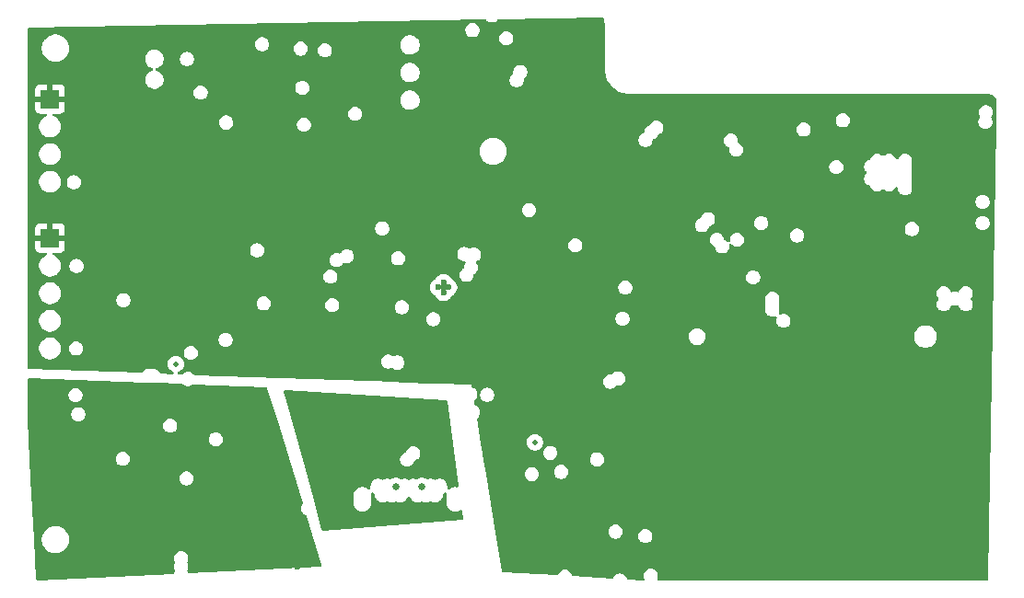
<source format=gbr>
%TF.GenerationSoftware,KiCad,Pcbnew,9.0.4*%
%TF.CreationDate,2025-09-02T02:13:18+05:30*%
%TF.ProjectId,ESP32 project,45535033-3220-4707-926f-6a6563742e6b,rev?*%
%TF.SameCoordinates,Original*%
%TF.FileFunction,Copper,L2,Inr*%
%TF.FilePolarity,Positive*%
%FSLAX46Y46*%
G04 Gerber Fmt 4.6, Leading zero omitted, Abs format (unit mm)*
G04 Created by KiCad (PCBNEW 9.0.4) date 2025-09-02 02:13:18*
%MOMM*%
%LPD*%
G01*
G04 APERTURE LIST*
%TA.AperFunction,ComponentPad*%
%ADD10R,1.700000X1.700000*%
%TD*%
%TA.AperFunction,ComponentPad*%
%ADD11C,0.650000*%
%TD*%
%TA.AperFunction,ComponentPad*%
%ADD12C,0.600000*%
%TD*%
%TA.AperFunction,ViaPad*%
%ADD13C,0.500000*%
%TD*%
%TA.AperFunction,ViaPad*%
%ADD14C,0.600000*%
%TD*%
%TA.AperFunction,ViaPad*%
%ADD15C,0.800000*%
%TD*%
G04 APERTURE END LIST*
D10*
%TO.N,+3.3V*%
%TO.C,J5*%
X135250000Y-93980000D03*
%TD*%
D11*
%TO.N,/vBUS*%
%TO.C,J1*%
X169450000Y-116870000D03*
X167050000Y-116870000D03*
%TD*%
D12*
%TO.N,Net-(U3-GND-Pad12)*%
%TO.C,U3*%
X171000000Y-98527500D03*
X171450000Y-98077500D03*
X171450000Y-98527500D03*
X171450000Y-98977500D03*
X171900000Y-98527500D03*
%TD*%
D10*
%TO.N,+3.3V*%
%TO.C,J4*%
X135250000Y-81190000D03*
%TD*%
D13*
%TO.N,/+5v_USB*%
X146830331Y-105569669D03*
%TO.N,/ESP32-C3-02/RTS*%
X179832000Y-112776000D03*
X179832000Y-112776000D03*
D14*
%TO.N,+3.3V*%
X207600000Y-97850000D03*
X216650000Y-96500000D03*
D13*
%TO.N,/vBUS*%
X160750000Y-113800000D03*
D14*
X161544000Y-119126000D03*
D13*
X171850000Y-113250000D03*
D14*
X160020000Y-119097979D03*
D13*
%TO.N,+3.3V*%
X144272000Y-94488000D03*
X166850000Y-103250000D03*
X156150000Y-77050000D03*
X180050000Y-92300000D03*
X146939710Y-97055231D03*
X148336000Y-93980000D03*
X192500000Y-89400000D03*
X175768000Y-79248000D03*
X155900000Y-84300000D03*
X143256000Y-94488000D03*
X176276000Y-79248000D03*
X167600000Y-103450000D03*
X143764000Y-94996000D03*
X180450000Y-78000000D03*
X146450000Y-98389560D03*
X175260000Y-79248000D03*
X146304000Y-96520000D03*
X189300000Y-103050000D03*
X182050000Y-78100000D03*
X148844000Y-95504000D03*
X188600000Y-102500000D03*
X195100000Y-95150000D03*
X137250000Y-81150000D03*
X176900000Y-95600000D03*
X148844000Y-94488000D03*
X176900000Y-96800000D03*
X170180000Y-100584000D03*
X180700000Y-115200000D03*
X192450000Y-90500000D03*
X146450000Y-97600000D03*
X164600000Y-77150000D03*
D14*
%TO.N,/+5v_USB*%
X157988000Y-124206000D03*
X157988000Y-123444000D03*
D15*
X154800000Y-116800000D03*
D14*
X157988000Y-122682000D03*
%TD*%
%TA.AperFunction,Conductor*%
%TO.N,+3.3V*%
G36*
X186078483Y-73683725D02*
G01*
X186124568Y-73734400D01*
X186158928Y-73804076D01*
X186165133Y-73819057D01*
X186235571Y-74026561D01*
X186239769Y-74042228D01*
X186282518Y-74257140D01*
X186284636Y-74273221D01*
X186299235Y-74495956D01*
X186299500Y-74504066D01*
X186299500Y-78633108D01*
X186302316Y-78656297D01*
X186331588Y-78897376D01*
X186360003Y-79012658D01*
X186395298Y-79155857D01*
X186459914Y-79326233D01*
X186489697Y-79404764D01*
X186613411Y-79640483D01*
X186613414Y-79640488D01*
X186613415Y-79640489D01*
X186620325Y-79650500D01*
X186764637Y-79859570D01*
X186764639Y-79859572D01*
X186764641Y-79859575D01*
X186941166Y-80058831D01*
X186941168Y-80058833D01*
X187140424Y-80235358D01*
X187140430Y-80235363D01*
X187359517Y-80386589D01*
X187595236Y-80510303D01*
X187738585Y-80564668D01*
X187844142Y-80604701D01*
X187844144Y-80604701D01*
X187844148Y-80604703D01*
X188102624Y-80668412D01*
X188323696Y-80695254D01*
X188366892Y-80700500D01*
X188366894Y-80700500D01*
X188460118Y-80700500D01*
X201460118Y-80700500D01*
X221460118Y-80700500D01*
X221493908Y-80700500D01*
X221506061Y-80701097D01*
X221516051Y-80702080D01*
X221643824Y-80714665D01*
X221667652Y-80719404D01*
X221794277Y-80757815D01*
X221816725Y-80767114D01*
X221933406Y-80829482D01*
X221953616Y-80842986D01*
X222002366Y-80882993D01*
X222055891Y-80926920D01*
X222073079Y-80944108D01*
X222157012Y-81046381D01*
X222170517Y-81066593D01*
X222232883Y-81183271D01*
X222242186Y-81205728D01*
X222255767Y-81250500D01*
X222280593Y-81332338D01*
X222285335Y-81356180D01*
X222298903Y-81493938D01*
X222299500Y-81506092D01*
X222299500Y-83525027D01*
X222299477Y-83527388D01*
X221503477Y-125317487D01*
X221502317Y-125378361D01*
X221481359Y-125445014D01*
X221427693Y-125489755D01*
X221378339Y-125500000D01*
X191203279Y-125500000D01*
X191136240Y-125480315D01*
X191090485Y-125427511D01*
X191080541Y-125358353D01*
X191088718Y-125328548D01*
X191125499Y-125239748D01*
X191125501Y-125239744D01*
X191150500Y-125114069D01*
X191150500Y-124985931D01*
X191150500Y-124985928D01*
X191125502Y-124860261D01*
X191125501Y-124860260D01*
X191125501Y-124860256D01*
X191076465Y-124741873D01*
X191076464Y-124741872D01*
X191076461Y-124741866D01*
X191005276Y-124635331D01*
X191005273Y-124635327D01*
X190914672Y-124544726D01*
X190914668Y-124544723D01*
X190808133Y-124473538D01*
X190808124Y-124473533D01*
X190689744Y-124424499D01*
X190689738Y-124424497D01*
X190564071Y-124399500D01*
X190564069Y-124399500D01*
X190435931Y-124399500D01*
X190435929Y-124399500D01*
X190310261Y-124424497D01*
X190310255Y-124424499D01*
X190191875Y-124473533D01*
X190191866Y-124473538D01*
X190085331Y-124544723D01*
X190085327Y-124544726D01*
X189994726Y-124635327D01*
X189994723Y-124635331D01*
X189923538Y-124741866D01*
X189923533Y-124741875D01*
X189874499Y-124860255D01*
X189874497Y-124860261D01*
X189849500Y-124985928D01*
X189849500Y-124985931D01*
X189849500Y-125114069D01*
X189849500Y-125114071D01*
X189849499Y-125114071D01*
X189874497Y-125239738D01*
X189874500Y-125239748D01*
X189906055Y-125315928D01*
X189913524Y-125385397D01*
X189882249Y-125447876D01*
X189822160Y-125483528D01*
X189784132Y-125487161D01*
X188388626Y-125404165D01*
X188322874Y-125380535D01*
X188280334Y-125325108D01*
X188277685Y-125315961D01*
X188277270Y-125316088D01*
X188275502Y-125310262D01*
X188275501Y-125310256D01*
X188226465Y-125191873D01*
X188226464Y-125191872D01*
X188226461Y-125191866D01*
X188155276Y-125085331D01*
X188155273Y-125085327D01*
X188064672Y-124994726D01*
X188064668Y-124994723D01*
X187958133Y-124923538D01*
X187958124Y-124923533D01*
X187839744Y-124874499D01*
X187839738Y-124874497D01*
X187714071Y-124849500D01*
X187714069Y-124849500D01*
X187585931Y-124849500D01*
X187585929Y-124849500D01*
X187460261Y-124874497D01*
X187460255Y-124874499D01*
X187341875Y-124923533D01*
X187341866Y-124923538D01*
X187235331Y-124994723D01*
X187235327Y-124994726D01*
X187144726Y-125085327D01*
X187144723Y-125085331D01*
X187073538Y-125191866D01*
X187073530Y-125191881D01*
X187053118Y-125241160D01*
X187009277Y-125295563D01*
X186942982Y-125317627D01*
X186931196Y-125317487D01*
X183348623Y-125104419D01*
X183282871Y-125080789D01*
X183240331Y-125025362D01*
X183234368Y-125004830D01*
X183225502Y-124960261D01*
X183225501Y-124960260D01*
X183225501Y-124960256D01*
X183176465Y-124841873D01*
X183176464Y-124841872D01*
X183176461Y-124841866D01*
X183105276Y-124735331D01*
X183105273Y-124735327D01*
X183014672Y-124644726D01*
X183014668Y-124644723D01*
X182908133Y-124573538D01*
X182908124Y-124573533D01*
X182789744Y-124524499D01*
X182789738Y-124524497D01*
X182664071Y-124499500D01*
X182664069Y-124499500D01*
X182535931Y-124499500D01*
X182535929Y-124499500D01*
X182410261Y-124524497D01*
X182410255Y-124524499D01*
X182291875Y-124573533D01*
X182291866Y-124573538D01*
X182185331Y-124644723D01*
X182185327Y-124644726D01*
X182094726Y-124735327D01*
X182094723Y-124735331D01*
X182023538Y-124841866D01*
X182023533Y-124841876D01*
X181983044Y-124939625D01*
X181939203Y-124994029D01*
X181872908Y-125016093D01*
X181861121Y-125015953D01*
X176883183Y-124719898D01*
X176817431Y-124696268D01*
X176774891Y-124640841D01*
X176768137Y-124615920D01*
X176193701Y-121064071D01*
X186599499Y-121064071D01*
X186624497Y-121189738D01*
X186624499Y-121189744D01*
X186673533Y-121308124D01*
X186673538Y-121308133D01*
X186744723Y-121414668D01*
X186744726Y-121414672D01*
X186835327Y-121505273D01*
X186835331Y-121505276D01*
X186941866Y-121576461D01*
X186941872Y-121576464D01*
X186941873Y-121576465D01*
X187060256Y-121625501D01*
X187060260Y-121625501D01*
X187060261Y-121625502D01*
X187185928Y-121650500D01*
X187185931Y-121650500D01*
X187314071Y-121650500D01*
X187398615Y-121633682D01*
X187439744Y-121625501D01*
X187558127Y-121576465D01*
X187664669Y-121505276D01*
X187693874Y-121476071D01*
X189341499Y-121476071D01*
X189366497Y-121601738D01*
X189366499Y-121601744D01*
X189415533Y-121720124D01*
X189415538Y-121720133D01*
X189486723Y-121826668D01*
X189486726Y-121826672D01*
X189577327Y-121917273D01*
X189577331Y-121917276D01*
X189683866Y-121988461D01*
X189683872Y-121988464D01*
X189683873Y-121988465D01*
X189802256Y-122037501D01*
X189802260Y-122037501D01*
X189802261Y-122037502D01*
X189927928Y-122062500D01*
X189927931Y-122062500D01*
X190056071Y-122062500D01*
X190140615Y-122045682D01*
X190181744Y-122037501D01*
X190300127Y-121988465D01*
X190406669Y-121917276D01*
X190497276Y-121826669D01*
X190568465Y-121720127D01*
X190617501Y-121601744D01*
X190642500Y-121476069D01*
X190642500Y-121347931D01*
X190642500Y-121347928D01*
X190617502Y-121222261D01*
X190617501Y-121222260D01*
X190617501Y-121222256D01*
X190568465Y-121103873D01*
X190568464Y-121103872D01*
X190568461Y-121103866D01*
X190497276Y-120997331D01*
X190497273Y-120997327D01*
X190406672Y-120906726D01*
X190406668Y-120906723D01*
X190300133Y-120835538D01*
X190300124Y-120835533D01*
X190181744Y-120786499D01*
X190181738Y-120786497D01*
X190056071Y-120761500D01*
X190056069Y-120761500D01*
X189927931Y-120761500D01*
X189927929Y-120761500D01*
X189802261Y-120786497D01*
X189802255Y-120786499D01*
X189683875Y-120835533D01*
X189683866Y-120835538D01*
X189577331Y-120906723D01*
X189577327Y-120906726D01*
X189486726Y-120997327D01*
X189486723Y-120997331D01*
X189415538Y-121103866D01*
X189415533Y-121103875D01*
X189366499Y-121222255D01*
X189366497Y-121222261D01*
X189341500Y-121347928D01*
X189341500Y-121347931D01*
X189341500Y-121476069D01*
X189341500Y-121476071D01*
X189341499Y-121476071D01*
X187693874Y-121476071D01*
X187755276Y-121414669D01*
X187826465Y-121308127D01*
X187875501Y-121189744D01*
X187900500Y-121064069D01*
X187900500Y-120935931D01*
X187900500Y-120935928D01*
X187875502Y-120810261D01*
X187875501Y-120810260D01*
X187875501Y-120810256D01*
X187826465Y-120691873D01*
X187826464Y-120691872D01*
X187826461Y-120691866D01*
X187755276Y-120585331D01*
X187755273Y-120585327D01*
X187664672Y-120494726D01*
X187664668Y-120494723D01*
X187558133Y-120423538D01*
X187558124Y-120423533D01*
X187439744Y-120374499D01*
X187439738Y-120374497D01*
X187314071Y-120349500D01*
X187314069Y-120349500D01*
X187185931Y-120349500D01*
X187185929Y-120349500D01*
X187060261Y-120374497D01*
X187060255Y-120374499D01*
X186941875Y-120423533D01*
X186941866Y-120423538D01*
X186835331Y-120494723D01*
X186835327Y-120494726D01*
X186744726Y-120585327D01*
X186744723Y-120585331D01*
X186673538Y-120691866D01*
X186673533Y-120691875D01*
X186624499Y-120810255D01*
X186624497Y-120810261D01*
X186599500Y-120935928D01*
X186599500Y-120935931D01*
X186599500Y-121064069D01*
X186599500Y-121064071D01*
X186599499Y-121064071D01*
X176193701Y-121064071D01*
X175336538Y-115764071D01*
X178899499Y-115764071D01*
X178924497Y-115889738D01*
X178924499Y-115889744D01*
X178973533Y-116008124D01*
X178973538Y-116008133D01*
X179044723Y-116114668D01*
X179044726Y-116114672D01*
X179135327Y-116205273D01*
X179135331Y-116205276D01*
X179241866Y-116276461D01*
X179241872Y-116276464D01*
X179241873Y-116276465D01*
X179360256Y-116325501D01*
X179360260Y-116325501D01*
X179360261Y-116325502D01*
X179485928Y-116350500D01*
X179485931Y-116350500D01*
X179614071Y-116350500D01*
X179698615Y-116333682D01*
X179739744Y-116325501D01*
X179858127Y-116276465D01*
X179964669Y-116205276D01*
X180055276Y-116114669D01*
X180126465Y-116008127D01*
X180175501Y-115889744D01*
X180200500Y-115764069D01*
X180200500Y-115635931D01*
X180200500Y-115635928D01*
X180186206Y-115564071D01*
X181599499Y-115564071D01*
X181624497Y-115689738D01*
X181624499Y-115689744D01*
X181673533Y-115808124D01*
X181673538Y-115808133D01*
X181744723Y-115914668D01*
X181744726Y-115914672D01*
X181835327Y-116005273D01*
X181835331Y-116005276D01*
X181941866Y-116076461D01*
X181941872Y-116076464D01*
X181941873Y-116076465D01*
X182060256Y-116125501D01*
X182060260Y-116125501D01*
X182060261Y-116125502D01*
X182185928Y-116150500D01*
X182185931Y-116150500D01*
X182314071Y-116150500D01*
X182398615Y-116133682D01*
X182439744Y-116125501D01*
X182558127Y-116076465D01*
X182664669Y-116005276D01*
X182755276Y-115914669D01*
X182826465Y-115808127D01*
X182875501Y-115689744D01*
X182900500Y-115564069D01*
X182900500Y-115435931D01*
X182900500Y-115435928D01*
X182875502Y-115310261D01*
X182875501Y-115310260D01*
X182875501Y-115310256D01*
X182826465Y-115191873D01*
X182826464Y-115191872D01*
X182826461Y-115191866D01*
X182755276Y-115085331D01*
X182755273Y-115085327D01*
X182664672Y-114994726D01*
X182664668Y-114994723D01*
X182558133Y-114923538D01*
X182558124Y-114923533D01*
X182439744Y-114874499D01*
X182439738Y-114874497D01*
X182314071Y-114849500D01*
X182314069Y-114849500D01*
X182185931Y-114849500D01*
X182185929Y-114849500D01*
X182060261Y-114874497D01*
X182060255Y-114874499D01*
X181941875Y-114923533D01*
X181941866Y-114923538D01*
X181835331Y-114994723D01*
X181835327Y-114994726D01*
X181744726Y-115085327D01*
X181744723Y-115085331D01*
X181673538Y-115191866D01*
X181673533Y-115191875D01*
X181624499Y-115310255D01*
X181624497Y-115310261D01*
X181599500Y-115435928D01*
X181599500Y-115435931D01*
X181599500Y-115564069D01*
X181599500Y-115564071D01*
X181599499Y-115564071D01*
X180186206Y-115564071D01*
X180175502Y-115510261D01*
X180175501Y-115510260D01*
X180175501Y-115510256D01*
X180175499Y-115510251D01*
X180161847Y-115477291D01*
X180126466Y-115391876D01*
X180126466Y-115391875D01*
X180126465Y-115391873D01*
X180126463Y-115391870D01*
X180126461Y-115391866D01*
X180055276Y-115285331D01*
X180055273Y-115285327D01*
X179964672Y-115194726D01*
X179964668Y-115194723D01*
X179858133Y-115123538D01*
X179858124Y-115123533D01*
X179739744Y-115074499D01*
X179739738Y-115074497D01*
X179614071Y-115049500D01*
X179614069Y-115049500D01*
X179485931Y-115049500D01*
X179485929Y-115049500D01*
X179360261Y-115074497D01*
X179360255Y-115074499D01*
X179241875Y-115123533D01*
X179241866Y-115123538D01*
X179135331Y-115194723D01*
X179135327Y-115194726D01*
X179044726Y-115285327D01*
X179044723Y-115285331D01*
X178973538Y-115391866D01*
X178973533Y-115391875D01*
X178924499Y-115510255D01*
X178924497Y-115510261D01*
X178899500Y-115635928D01*
X178899500Y-115635931D01*
X178899500Y-115764069D01*
X178899500Y-115764071D01*
X178899499Y-115764071D01*
X175336538Y-115764071D01*
X175118204Y-114414071D01*
X184898499Y-114414071D01*
X184923497Y-114539738D01*
X184923499Y-114539744D01*
X184972533Y-114658124D01*
X184972538Y-114658133D01*
X185043723Y-114764668D01*
X185043726Y-114764672D01*
X185134327Y-114855273D01*
X185134331Y-114855276D01*
X185240866Y-114926461D01*
X185240872Y-114926464D01*
X185240873Y-114926465D01*
X185359256Y-114975501D01*
X185359260Y-114975501D01*
X185359261Y-114975502D01*
X185484928Y-115000500D01*
X185484931Y-115000500D01*
X185613071Y-115000500D01*
X185697615Y-114983682D01*
X185738744Y-114975501D01*
X185857127Y-114926465D01*
X185963669Y-114855276D01*
X186054276Y-114764669D01*
X186125465Y-114658127D01*
X186174501Y-114539744D01*
X186199500Y-114414069D01*
X186199500Y-114285931D01*
X186199500Y-114285928D01*
X186174502Y-114160261D01*
X186174501Y-114160260D01*
X186174501Y-114160256D01*
X186125465Y-114041873D01*
X186125464Y-114041872D01*
X186125461Y-114041866D01*
X186054276Y-113935331D01*
X186054273Y-113935327D01*
X185963672Y-113844726D01*
X185963668Y-113844723D01*
X185857133Y-113773538D01*
X185857124Y-113773533D01*
X185738744Y-113724499D01*
X185738738Y-113724497D01*
X185613071Y-113699500D01*
X185613069Y-113699500D01*
X185484931Y-113699500D01*
X185484929Y-113699500D01*
X185359261Y-113724497D01*
X185359255Y-113724499D01*
X185240875Y-113773533D01*
X185240866Y-113773538D01*
X185134331Y-113844723D01*
X185134327Y-113844726D01*
X185043726Y-113935327D01*
X185043723Y-113935331D01*
X184972538Y-114041866D01*
X184972533Y-114041875D01*
X184923499Y-114160255D01*
X184923497Y-114160261D01*
X184898500Y-114285928D01*
X184898500Y-114285931D01*
X184898500Y-114414069D01*
X184898500Y-114414071D01*
X184898499Y-114414071D01*
X175118204Y-114414071D01*
X175021167Y-113814071D01*
X180599499Y-113814071D01*
X180624497Y-113939738D01*
X180624499Y-113939744D01*
X180673533Y-114058124D01*
X180673538Y-114058133D01*
X180744723Y-114164668D01*
X180744726Y-114164672D01*
X180835327Y-114255273D01*
X180835331Y-114255276D01*
X180941866Y-114326461D01*
X180941872Y-114326464D01*
X180941873Y-114326465D01*
X181060256Y-114375501D01*
X181060260Y-114375501D01*
X181060261Y-114375502D01*
X181185928Y-114400500D01*
X181185931Y-114400500D01*
X181314071Y-114400500D01*
X181398615Y-114383682D01*
X181439744Y-114375501D01*
X181558127Y-114326465D01*
X181664669Y-114255276D01*
X181664672Y-114255273D01*
X181727788Y-114192158D01*
X181755273Y-114164672D01*
X181755276Y-114164669D01*
X181826465Y-114058127D01*
X181875501Y-113939744D01*
X181894402Y-113844724D01*
X181900500Y-113814071D01*
X181900500Y-113685928D01*
X181875502Y-113560261D01*
X181875501Y-113560260D01*
X181875501Y-113560256D01*
X181826465Y-113441873D01*
X181826464Y-113441872D01*
X181826461Y-113441866D01*
X181755276Y-113335331D01*
X181755273Y-113335327D01*
X181664672Y-113244726D01*
X181664668Y-113244723D01*
X181558133Y-113173538D01*
X181558124Y-113173533D01*
X181439744Y-113124499D01*
X181439738Y-113124497D01*
X181314071Y-113099500D01*
X181314069Y-113099500D01*
X181185931Y-113099500D01*
X181185929Y-113099500D01*
X181060261Y-113124497D01*
X181060255Y-113124499D01*
X180941875Y-113173533D01*
X180941866Y-113173538D01*
X180835331Y-113244723D01*
X180835327Y-113244726D01*
X180744726Y-113335327D01*
X180744723Y-113335331D01*
X180673538Y-113441866D01*
X180673533Y-113441875D01*
X180624499Y-113560255D01*
X180624497Y-113560261D01*
X180599500Y-113685928D01*
X180599500Y-113685931D01*
X180599500Y-113814069D01*
X180599500Y-113814071D01*
X180599499Y-113814071D01*
X175021167Y-113814071D01*
X174865236Y-112849920D01*
X179081499Y-112849920D01*
X179110340Y-112994907D01*
X179110343Y-112994917D01*
X179166912Y-113131488D01*
X179166919Y-113131501D01*
X179249048Y-113254415D01*
X179249051Y-113254419D01*
X179353580Y-113358948D01*
X179353584Y-113358951D01*
X179476498Y-113441080D01*
X179476511Y-113441087D01*
X179613082Y-113497656D01*
X179613087Y-113497658D01*
X179613091Y-113497658D01*
X179613092Y-113497659D01*
X179758079Y-113526500D01*
X179758082Y-113526500D01*
X179905920Y-113526500D01*
X180003462Y-113507096D01*
X180050913Y-113497658D01*
X180156547Y-113453902D01*
X180187488Y-113441087D01*
X180187488Y-113441086D01*
X180187495Y-113441084D01*
X180310416Y-113358951D01*
X180414951Y-113254416D01*
X180497084Y-113131495D01*
X180553658Y-112994913D01*
X180582500Y-112849918D01*
X180582500Y-112702082D01*
X180582500Y-112702079D01*
X180553659Y-112557092D01*
X180553658Y-112557091D01*
X180553658Y-112557087D01*
X180553656Y-112557082D01*
X180497087Y-112420511D01*
X180497080Y-112420498D01*
X180414951Y-112297584D01*
X180414948Y-112297580D01*
X180310419Y-112193051D01*
X180310415Y-112193048D01*
X180187501Y-112110919D01*
X180187488Y-112110912D01*
X180050917Y-112054343D01*
X180050907Y-112054340D01*
X179905920Y-112025500D01*
X179905918Y-112025500D01*
X179758082Y-112025500D01*
X179758080Y-112025500D01*
X179613092Y-112054340D01*
X179613082Y-112054343D01*
X179476511Y-112110912D01*
X179476498Y-112110919D01*
X179353584Y-112193048D01*
X179353580Y-112193051D01*
X179249051Y-112297580D01*
X179249048Y-112297584D01*
X179166919Y-112420498D01*
X179166912Y-112420511D01*
X179110343Y-112557082D01*
X179110340Y-112557092D01*
X179081500Y-112702079D01*
X179081500Y-112702082D01*
X179081500Y-112849918D01*
X179081500Y-112849920D01*
X179081499Y-112849920D01*
X174865236Y-112849920D01*
X174505996Y-110628672D01*
X174514724Y-110559354D01*
X174559527Y-110505769D01*
X174562905Y-110503512D01*
X174653512Y-110412905D01*
X174724701Y-110306363D01*
X174773737Y-110187980D01*
X174798736Y-110062305D01*
X174798736Y-109934167D01*
X174798736Y-109934164D01*
X174773738Y-109808497D01*
X174773737Y-109808496D01*
X174773737Y-109808492D01*
X174724701Y-109690109D01*
X174724700Y-109690108D01*
X174724697Y-109690102D01*
X174653512Y-109583567D01*
X174653509Y-109583563D01*
X174562908Y-109492962D01*
X174562904Y-109492959D01*
X174456369Y-109421774D01*
X174456359Y-109421769D01*
X174364265Y-109383622D01*
X174309861Y-109339781D01*
X174289310Y-109288861D01*
X174241217Y-108991491D01*
X174249946Y-108922171D01*
X174294737Y-108868593D01*
X174314669Y-108855276D01*
X174405276Y-108764669D01*
X174476465Y-108658127D01*
X174525501Y-108539744D01*
X174540554Y-108464071D01*
X174799499Y-108464071D01*
X174824497Y-108589738D01*
X174824499Y-108589744D01*
X174873533Y-108708124D01*
X174873538Y-108708133D01*
X174944723Y-108814668D01*
X174944726Y-108814672D01*
X175035327Y-108905273D01*
X175035331Y-108905276D01*
X175141866Y-108976461D01*
X175141872Y-108976464D01*
X175141873Y-108976465D01*
X175260256Y-109025501D01*
X175260260Y-109025501D01*
X175260261Y-109025502D01*
X175385928Y-109050500D01*
X175385931Y-109050500D01*
X175514071Y-109050500D01*
X175598615Y-109033682D01*
X175639744Y-109025501D01*
X175758127Y-108976465D01*
X175864669Y-108905276D01*
X175955276Y-108814669D01*
X176026465Y-108708127D01*
X176075501Y-108589744D01*
X176090494Y-108514371D01*
X176100500Y-108464071D01*
X176100500Y-108335928D01*
X176075502Y-108210261D01*
X176075501Y-108210260D01*
X176075501Y-108210256D01*
X176026465Y-108091873D01*
X176026464Y-108091872D01*
X176026461Y-108091866D01*
X175955276Y-107985331D01*
X175955273Y-107985327D01*
X175864672Y-107894726D01*
X175864668Y-107894723D01*
X175758133Y-107823538D01*
X175758124Y-107823533D01*
X175639744Y-107774499D01*
X175639738Y-107774497D01*
X175514071Y-107749500D01*
X175514069Y-107749500D01*
X175385931Y-107749500D01*
X175385929Y-107749500D01*
X175260261Y-107774497D01*
X175260255Y-107774499D01*
X175141875Y-107823533D01*
X175141866Y-107823538D01*
X175035331Y-107894723D01*
X175035327Y-107894726D01*
X174944726Y-107985327D01*
X174944723Y-107985331D01*
X174873538Y-108091866D01*
X174873533Y-108091875D01*
X174824499Y-108210255D01*
X174824497Y-108210261D01*
X174799500Y-108335928D01*
X174799500Y-108335931D01*
X174799500Y-108464069D01*
X174799500Y-108464071D01*
X174799499Y-108464071D01*
X174540554Y-108464071D01*
X174543511Y-108449206D01*
X174550500Y-108414071D01*
X174550500Y-108285928D01*
X174525502Y-108160261D01*
X174525501Y-108160260D01*
X174525501Y-108160256D01*
X174476465Y-108041873D01*
X174476464Y-108041872D01*
X174476461Y-108041866D01*
X174405276Y-107935331D01*
X174405273Y-107935327D01*
X174314672Y-107844726D01*
X174314668Y-107844723D01*
X174208133Y-107773538D01*
X174208124Y-107773533D01*
X174096383Y-107727249D01*
X174041980Y-107683408D01*
X174021427Y-107632487D01*
X174000000Y-107500000D01*
X173999999Y-107499999D01*
X167472645Y-107264071D01*
X186099499Y-107264071D01*
X186124497Y-107389738D01*
X186124499Y-107389744D01*
X186173533Y-107508124D01*
X186173538Y-107508133D01*
X186244723Y-107614668D01*
X186244726Y-107614672D01*
X186335327Y-107705273D01*
X186335331Y-107705276D01*
X186441866Y-107776461D01*
X186441872Y-107776464D01*
X186441873Y-107776465D01*
X186560256Y-107825501D01*
X186560260Y-107825501D01*
X186560261Y-107825502D01*
X186685928Y-107850500D01*
X186685931Y-107850500D01*
X186814071Y-107850500D01*
X186898615Y-107833682D01*
X186939744Y-107825501D01*
X187058127Y-107776465D01*
X187164669Y-107705276D01*
X187255276Y-107614669D01*
X187268284Y-107595199D01*
X187321893Y-107550396D01*
X187391217Y-107541686D01*
X187395579Y-107542473D01*
X187435930Y-107550500D01*
X187435931Y-107550500D01*
X187564071Y-107550500D01*
X187648615Y-107533682D01*
X187689744Y-107525501D01*
X187808127Y-107476465D01*
X187914669Y-107405276D01*
X188005276Y-107314669D01*
X188076465Y-107208127D01*
X188125501Y-107089744D01*
X188150500Y-106964069D01*
X188150500Y-106835931D01*
X188150500Y-106835928D01*
X188125502Y-106710261D01*
X188125501Y-106710260D01*
X188125501Y-106710256D01*
X188076465Y-106591873D01*
X188076464Y-106591872D01*
X188076461Y-106591866D01*
X188005276Y-106485331D01*
X188005273Y-106485327D01*
X187914672Y-106394726D01*
X187914668Y-106394723D01*
X187808133Y-106323538D01*
X187808124Y-106323533D01*
X187689744Y-106274499D01*
X187689738Y-106274497D01*
X187564071Y-106249500D01*
X187564069Y-106249500D01*
X187435931Y-106249500D01*
X187435929Y-106249500D01*
X187310261Y-106274497D01*
X187310255Y-106274499D01*
X187191875Y-106323533D01*
X187191866Y-106323538D01*
X187085331Y-106394723D01*
X187085327Y-106394726D01*
X186994726Y-106485327D01*
X186994719Y-106485336D01*
X186981712Y-106504802D01*
X186928099Y-106549606D01*
X186858774Y-106558312D01*
X186854420Y-106557526D01*
X186814071Y-106549500D01*
X186814069Y-106549500D01*
X186685931Y-106549500D01*
X186685929Y-106549500D01*
X186560261Y-106574497D01*
X186560255Y-106574499D01*
X186441875Y-106623533D01*
X186441866Y-106623538D01*
X186335331Y-106694723D01*
X186335327Y-106694726D01*
X186244726Y-106785327D01*
X186244723Y-106785331D01*
X186173538Y-106891866D01*
X186173533Y-106891875D01*
X186124499Y-107010255D01*
X186124497Y-107010261D01*
X186099500Y-107135928D01*
X186099500Y-107135931D01*
X186099500Y-107264069D01*
X186099500Y-107264071D01*
X186099499Y-107264071D01*
X167472645Y-107264071D01*
X167187318Y-107253758D01*
X148546154Y-106579981D01*
X148479869Y-106557888D01*
X148459833Y-106539388D01*
X148459584Y-106539638D01*
X148364672Y-106444726D01*
X148364668Y-106444723D01*
X148258133Y-106373538D01*
X148258124Y-106373533D01*
X148139744Y-106324499D01*
X148139738Y-106324497D01*
X148014071Y-106299500D01*
X148014069Y-106299500D01*
X147885931Y-106299500D01*
X147885929Y-106299500D01*
X147760261Y-106324497D01*
X147760255Y-106324499D01*
X147641875Y-106373533D01*
X147641866Y-106373538D01*
X147535331Y-106444723D01*
X147535327Y-106444726D01*
X147478242Y-106501812D01*
X147416919Y-106535297D01*
X147386082Y-106538050D01*
X147097497Y-106527619D01*
X147031212Y-106505526D01*
X146987395Y-106451104D01*
X146979956Y-106381631D01*
X147011257Y-106319165D01*
X147054517Y-106289142D01*
X147185826Y-106234753D01*
X147308747Y-106152620D01*
X147413282Y-106048085D01*
X147495415Y-105925164D01*
X147551989Y-105788582D01*
X147577939Y-105658127D01*
X147580831Y-105643589D01*
X147580831Y-105495748D01*
X147564584Y-105414071D01*
X165699499Y-105414071D01*
X165724497Y-105539738D01*
X165724499Y-105539744D01*
X165773533Y-105658124D01*
X165773538Y-105658133D01*
X165844723Y-105764668D01*
X165844726Y-105764672D01*
X165935327Y-105855273D01*
X165935331Y-105855276D01*
X166041866Y-105926461D01*
X166041872Y-105926464D01*
X166041873Y-105926465D01*
X166160256Y-105975501D01*
X166160260Y-105975501D01*
X166160261Y-105975502D01*
X166285928Y-106000500D01*
X166285931Y-106000500D01*
X166414071Y-106000500D01*
X166498615Y-105983682D01*
X166539744Y-105975501D01*
X166651155Y-105929352D01*
X166720622Y-105921884D01*
X166780326Y-105951770D01*
X166780621Y-105951411D01*
X166782203Y-105952709D01*
X166783101Y-105953159D01*
X166785093Y-105955081D01*
X166785331Y-105955276D01*
X166891866Y-106026461D01*
X166891872Y-106026464D01*
X166891873Y-106026465D01*
X167010256Y-106075501D01*
X167010260Y-106075501D01*
X167010261Y-106075502D01*
X167135928Y-106100500D01*
X167135931Y-106100500D01*
X167264071Y-106100500D01*
X167361526Y-106081114D01*
X167389744Y-106075501D01*
X167508127Y-106026465D01*
X167614669Y-105955276D01*
X167705276Y-105864669D01*
X167776465Y-105758127D01*
X167825501Y-105639744D01*
X167850500Y-105514069D01*
X167850500Y-105385931D01*
X167850500Y-105385928D01*
X167825502Y-105260261D01*
X167825501Y-105260260D01*
X167825501Y-105260256D01*
X167776465Y-105141873D01*
X167776464Y-105141872D01*
X167776461Y-105141866D01*
X167705276Y-105035331D01*
X167705273Y-105035327D01*
X167614672Y-104944726D01*
X167614668Y-104944723D01*
X167508133Y-104873538D01*
X167508124Y-104873533D01*
X167389744Y-104824499D01*
X167389738Y-104824497D01*
X167264071Y-104799500D01*
X167264069Y-104799500D01*
X167135931Y-104799500D01*
X167135929Y-104799500D01*
X167010261Y-104824497D01*
X167010251Y-104824500D01*
X166898845Y-104870646D01*
X166829376Y-104878115D01*
X166769674Y-104848229D01*
X166769379Y-104848589D01*
X166767793Y-104847287D01*
X166766897Y-104846839D01*
X166764907Y-104844919D01*
X166764668Y-104844723D01*
X166658133Y-104773538D01*
X166658124Y-104773533D01*
X166539744Y-104724499D01*
X166539738Y-104724497D01*
X166414071Y-104699500D01*
X166414069Y-104699500D01*
X166285931Y-104699500D01*
X166285929Y-104699500D01*
X166160261Y-104724497D01*
X166160255Y-104724499D01*
X166041875Y-104773533D01*
X166041866Y-104773538D01*
X165935331Y-104844723D01*
X165935327Y-104844726D01*
X165844726Y-104935327D01*
X165844723Y-104935331D01*
X165773538Y-105041866D01*
X165773533Y-105041875D01*
X165724499Y-105160255D01*
X165724497Y-105160261D01*
X165699500Y-105285928D01*
X165699500Y-105285931D01*
X165699500Y-105414069D01*
X165699500Y-105414071D01*
X165699499Y-105414071D01*
X147564584Y-105414071D01*
X147551990Y-105350761D01*
X147551989Y-105350760D01*
X147551989Y-105350756D01*
X147525138Y-105285931D01*
X147495418Y-105214180D01*
X147495411Y-105214167D01*
X147413282Y-105091253D01*
X147413279Y-105091249D01*
X147308750Y-104986720D01*
X147308746Y-104986717D01*
X147185832Y-104904588D01*
X147185819Y-104904581D01*
X147049248Y-104848012D01*
X147049238Y-104848009D01*
X146904251Y-104819169D01*
X146904249Y-104819169D01*
X146756413Y-104819169D01*
X146756411Y-104819169D01*
X146611423Y-104848009D01*
X146611413Y-104848012D01*
X146474842Y-104904581D01*
X146474829Y-104904588D01*
X146351915Y-104986717D01*
X146351911Y-104986720D01*
X146247382Y-105091249D01*
X146247379Y-105091253D01*
X146165250Y-105214167D01*
X146165243Y-105214180D01*
X146108674Y-105350751D01*
X146108671Y-105350761D01*
X146079831Y-105495748D01*
X146079831Y-105495751D01*
X146079831Y-105643587D01*
X146079831Y-105643589D01*
X146079830Y-105643589D01*
X146108671Y-105788576D01*
X146108674Y-105788586D01*
X146165243Y-105925157D01*
X146165250Y-105925170D01*
X146247379Y-106048084D01*
X146247382Y-106048088D01*
X146351911Y-106152617D01*
X146351915Y-106152620D01*
X146474829Y-106234749D01*
X146474842Y-106234756D01*
X146554196Y-106267625D01*
X146608600Y-106311465D01*
X146630665Y-106377759D01*
X146613386Y-106445459D01*
X146562249Y-106493070D01*
X146502265Y-106506105D01*
X145475096Y-106468979D01*
X145408811Y-106446886D01*
X145365014Y-106392512D01*
X145356465Y-106371873D01*
X145356461Y-106371866D01*
X145285276Y-106265331D01*
X145285273Y-106265327D01*
X145194672Y-106174726D01*
X145194668Y-106174723D01*
X145088133Y-106103538D01*
X145088124Y-106103533D01*
X144969744Y-106054499D01*
X144969738Y-106054497D01*
X144844071Y-106029500D01*
X144844069Y-106029500D01*
X144715931Y-106029500D01*
X144715929Y-106029500D01*
X144590262Y-106054497D01*
X144590254Y-106054499D01*
X144573450Y-106061460D01*
X144503980Y-106068927D01*
X144478550Y-106061460D01*
X144461745Y-106054499D01*
X144461737Y-106054497D01*
X144336071Y-106029500D01*
X144336069Y-106029500D01*
X144207931Y-106029500D01*
X144207929Y-106029500D01*
X144082261Y-106054497D01*
X144082255Y-106054499D01*
X143963875Y-106103533D01*
X143963866Y-106103538D01*
X143857331Y-106174723D01*
X143857327Y-106174726D01*
X143766723Y-106265330D01*
X143712584Y-106346357D01*
X143658972Y-106391162D01*
X143605003Y-106401385D01*
X133320021Y-106029638D01*
X133253736Y-106007545D01*
X133209919Y-105953123D01*
X133200500Y-105905719D01*
X133200500Y-104238543D01*
X134249499Y-104238543D01*
X134287947Y-104431829D01*
X134287950Y-104431839D01*
X134363364Y-104613907D01*
X134363371Y-104613920D01*
X134472860Y-104777781D01*
X134472863Y-104777785D01*
X134612214Y-104917136D01*
X134612218Y-104917139D01*
X134776079Y-105026628D01*
X134776092Y-105026635D01*
X134932086Y-105091249D01*
X134958165Y-105102051D01*
X134958169Y-105102051D01*
X134958170Y-105102052D01*
X135151456Y-105140500D01*
X135151459Y-105140500D01*
X135348543Y-105140500D01*
X135478582Y-105114632D01*
X135541835Y-105102051D01*
X135723914Y-105026632D01*
X135887782Y-104917139D01*
X136027139Y-104777782D01*
X136136632Y-104613914D01*
X136212051Y-104431835D01*
X136230369Y-104339744D01*
X136250500Y-104238543D01*
X136250500Y-104214071D01*
X136999499Y-104214071D01*
X137024497Y-104339738D01*
X137024499Y-104339744D01*
X137073533Y-104458124D01*
X137073538Y-104458133D01*
X137144723Y-104564668D01*
X137144726Y-104564672D01*
X137235327Y-104655273D01*
X137235331Y-104655276D01*
X137341866Y-104726461D01*
X137341872Y-104726464D01*
X137341873Y-104726465D01*
X137460256Y-104775501D01*
X137460260Y-104775501D01*
X137460261Y-104775502D01*
X137585928Y-104800500D01*
X137585931Y-104800500D01*
X137714071Y-104800500D01*
X137798615Y-104783682D01*
X137839744Y-104775501D01*
X137958127Y-104726465D01*
X138064669Y-104655276D01*
X138105874Y-104614071D01*
X147549499Y-104614071D01*
X147574497Y-104739738D01*
X147574499Y-104739744D01*
X147623533Y-104858124D01*
X147623538Y-104858133D01*
X147694723Y-104964668D01*
X147694726Y-104964672D01*
X147785327Y-105055273D01*
X147785331Y-105055276D01*
X147891866Y-105126461D01*
X147891872Y-105126464D01*
X147891873Y-105126465D01*
X148010256Y-105175501D01*
X148010260Y-105175501D01*
X148010261Y-105175502D01*
X148135928Y-105200500D01*
X148135931Y-105200500D01*
X148264071Y-105200500D01*
X148348615Y-105183682D01*
X148389744Y-105175501D01*
X148508127Y-105126465D01*
X148614669Y-105055276D01*
X148705276Y-104964669D01*
X148776465Y-104858127D01*
X148825501Y-104739744D01*
X148850500Y-104614069D01*
X148850500Y-104485931D01*
X148850500Y-104485928D01*
X148825502Y-104360261D01*
X148825501Y-104360260D01*
X148825501Y-104360256D01*
X148776465Y-104241873D01*
X148776464Y-104241872D01*
X148776461Y-104241866D01*
X148705276Y-104135331D01*
X148705273Y-104135327D01*
X148614672Y-104044726D01*
X148614668Y-104044723D01*
X148508133Y-103973538D01*
X148508124Y-103973533D01*
X148389744Y-103924499D01*
X148389738Y-103924497D01*
X148264071Y-103899500D01*
X148264069Y-103899500D01*
X148135931Y-103899500D01*
X148135929Y-103899500D01*
X148010261Y-103924497D01*
X148010255Y-103924499D01*
X147891875Y-103973533D01*
X147891866Y-103973538D01*
X147785331Y-104044723D01*
X147785327Y-104044726D01*
X147694726Y-104135327D01*
X147694723Y-104135331D01*
X147623538Y-104241866D01*
X147623533Y-104241875D01*
X147574499Y-104360255D01*
X147574497Y-104360261D01*
X147549500Y-104485928D01*
X147549500Y-104485931D01*
X147549500Y-104614069D01*
X147549500Y-104614071D01*
X147549499Y-104614071D01*
X138105874Y-104614071D01*
X138155276Y-104564669D01*
X138226465Y-104458127D01*
X138275501Y-104339744D01*
X138294969Y-104241875D01*
X138300500Y-104214071D01*
X138300500Y-104085928D01*
X138275502Y-103960261D01*
X138275501Y-103960260D01*
X138275501Y-103960256D01*
X138232017Y-103855276D01*
X138226466Y-103841875D01*
X138226461Y-103841866D01*
X138155276Y-103735331D01*
X138155273Y-103735327D01*
X138064672Y-103644726D01*
X138064668Y-103644723D01*
X137958133Y-103573538D01*
X137958124Y-103573533D01*
X137839744Y-103524499D01*
X137839738Y-103524497D01*
X137714071Y-103499500D01*
X137714069Y-103499500D01*
X137585931Y-103499500D01*
X137585929Y-103499500D01*
X137460261Y-103524497D01*
X137460255Y-103524499D01*
X137341875Y-103573533D01*
X137341866Y-103573538D01*
X137235331Y-103644723D01*
X137235327Y-103644726D01*
X137144726Y-103735327D01*
X137144723Y-103735331D01*
X137073538Y-103841866D01*
X137073533Y-103841875D01*
X137024499Y-103960255D01*
X137024497Y-103960261D01*
X136999500Y-104085928D01*
X136999500Y-104085931D01*
X136999500Y-104214069D01*
X136999500Y-104214071D01*
X136999499Y-104214071D01*
X136250500Y-104214071D01*
X136250500Y-104041456D01*
X136212052Y-103848170D01*
X136212051Y-103848169D01*
X136212051Y-103848165D01*
X136190318Y-103795697D01*
X136136635Y-103666092D01*
X136136628Y-103666079D01*
X136027139Y-103502218D01*
X136027136Y-103502214D01*
X135938993Y-103414071D01*
X150749499Y-103414071D01*
X150774497Y-103539738D01*
X150774499Y-103539744D01*
X150823533Y-103658124D01*
X150823538Y-103658133D01*
X150894723Y-103764668D01*
X150894726Y-103764672D01*
X150985327Y-103855273D01*
X150985331Y-103855276D01*
X151091866Y-103926461D01*
X151091872Y-103926464D01*
X151091873Y-103926465D01*
X151210256Y-103975501D01*
X151210260Y-103975501D01*
X151210261Y-103975502D01*
X151335928Y-104000500D01*
X151335931Y-104000500D01*
X151464071Y-104000500D01*
X151548615Y-103983682D01*
X151589744Y-103975501D01*
X151708127Y-103926465D01*
X151814669Y-103855276D01*
X151905276Y-103764669D01*
X151976465Y-103658127D01*
X152025501Y-103539744D01*
X152050500Y-103414069D01*
X152050500Y-103285931D01*
X152050500Y-103285928D01*
X152025502Y-103160261D01*
X152025501Y-103160260D01*
X152025501Y-103160256D01*
X151976465Y-103041873D01*
X151976460Y-103041866D01*
X151972823Y-103036422D01*
X151972822Y-103036420D01*
X151972821Y-103036419D01*
X151930857Y-102973615D01*
X193974500Y-102973615D01*
X193974500Y-103126384D01*
X194004300Y-103276197D01*
X194004302Y-103276205D01*
X194062759Y-103417334D01*
X194062764Y-103417343D01*
X194147629Y-103544351D01*
X194147632Y-103544355D01*
X194255644Y-103652367D01*
X194255648Y-103652370D01*
X194382656Y-103737235D01*
X194382662Y-103737238D01*
X194382663Y-103737239D01*
X194523795Y-103795698D01*
X194673615Y-103825499D01*
X194673619Y-103825500D01*
X194673620Y-103825500D01*
X194826381Y-103825500D01*
X194826382Y-103825499D01*
X194976205Y-103795698D01*
X195117337Y-103737239D01*
X195244352Y-103652370D01*
X195352370Y-103544352D01*
X195437239Y-103417337D01*
X195495698Y-103276205D01*
X195525500Y-103126380D01*
X195525500Y-102973620D01*
X195524202Y-102967094D01*
X195524202Y-102967091D01*
X195520602Y-102948992D01*
X214724500Y-102948992D01*
X214724500Y-103151007D01*
X214763907Y-103349119D01*
X214763909Y-103349127D01*
X214841212Y-103535752D01*
X214841217Y-103535762D01*
X214953441Y-103703718D01*
X215096281Y-103846558D01*
X215264237Y-103958782D01*
X215264241Y-103958784D01*
X215264244Y-103958786D01*
X215450873Y-104036091D01*
X215648992Y-104075499D01*
X215648996Y-104075500D01*
X215648997Y-104075500D01*
X215851004Y-104075500D01*
X215851005Y-104075499D01*
X216049127Y-104036091D01*
X216235756Y-103958786D01*
X216403718Y-103846558D01*
X216546558Y-103703718D01*
X216658786Y-103535756D01*
X216736091Y-103349127D01*
X216775500Y-103151003D01*
X216775500Y-102948997D01*
X216736091Y-102750873D01*
X216658786Y-102564244D01*
X216658784Y-102564241D01*
X216658782Y-102564237D01*
X216546558Y-102396281D01*
X216403718Y-102253441D01*
X216235762Y-102141217D01*
X216235752Y-102141212D01*
X216049127Y-102063909D01*
X216049119Y-102063907D01*
X215851007Y-102024500D01*
X215851003Y-102024500D01*
X215648997Y-102024500D01*
X215648992Y-102024500D01*
X215450880Y-102063907D01*
X215450872Y-102063909D01*
X215264247Y-102141212D01*
X215264237Y-102141217D01*
X215096281Y-102253441D01*
X214953441Y-102396281D01*
X214841217Y-102564237D01*
X214841212Y-102564247D01*
X214763909Y-102750872D01*
X214763907Y-102750880D01*
X214724500Y-102948992D01*
X195520602Y-102948992D01*
X195495699Y-102823802D01*
X195495698Y-102823795D01*
X195437239Y-102682663D01*
X195437238Y-102682662D01*
X195437235Y-102682656D01*
X195352370Y-102555648D01*
X195352367Y-102555644D01*
X195244355Y-102447632D01*
X195244351Y-102447629D01*
X195117343Y-102362764D01*
X195117334Y-102362759D01*
X194976205Y-102304302D01*
X194976197Y-102304300D01*
X194826384Y-102274500D01*
X194826380Y-102274500D01*
X194673620Y-102274500D01*
X194673615Y-102274500D01*
X194523802Y-102304300D01*
X194523794Y-102304302D01*
X194382665Y-102362759D01*
X194382656Y-102362764D01*
X194255648Y-102447629D01*
X194255644Y-102447632D01*
X194147632Y-102555644D01*
X194147629Y-102555648D01*
X194062764Y-102682656D01*
X194062759Y-102682665D01*
X194004302Y-102823794D01*
X194004300Y-102823802D01*
X193974500Y-102973615D01*
X151930857Y-102973615D01*
X151905276Y-102935330D01*
X151814672Y-102844726D01*
X151814668Y-102844723D01*
X151708133Y-102773538D01*
X151708124Y-102773533D01*
X151589744Y-102724499D01*
X151589738Y-102724497D01*
X151464071Y-102699500D01*
X151464069Y-102699500D01*
X151335931Y-102699500D01*
X151335929Y-102699500D01*
X151210261Y-102724497D01*
X151210255Y-102724499D01*
X151091875Y-102773533D01*
X151091866Y-102773538D01*
X150985331Y-102844723D01*
X150985327Y-102844726D01*
X150894726Y-102935327D01*
X150894723Y-102935331D01*
X150823538Y-103041866D01*
X150823533Y-103041875D01*
X150774499Y-103160255D01*
X150774497Y-103160261D01*
X150749500Y-103285928D01*
X150749500Y-103285931D01*
X150749500Y-103414069D01*
X150749500Y-103414071D01*
X150749499Y-103414071D01*
X135938993Y-103414071D01*
X135887785Y-103362863D01*
X135887781Y-103362860D01*
X135723920Y-103253371D01*
X135723907Y-103253364D01*
X135541839Y-103177950D01*
X135541829Y-103177947D01*
X135348543Y-103139500D01*
X135348541Y-103139500D01*
X135151459Y-103139500D01*
X135151457Y-103139500D01*
X134958170Y-103177947D01*
X134958160Y-103177950D01*
X134776092Y-103253364D01*
X134776079Y-103253371D01*
X134612218Y-103362860D01*
X134612214Y-103362863D01*
X134472863Y-103502214D01*
X134472860Y-103502218D01*
X134363371Y-103666079D01*
X134363364Y-103666092D01*
X134287950Y-103848160D01*
X134287947Y-103848170D01*
X134249500Y-104041456D01*
X134249500Y-104041459D01*
X134249500Y-104238541D01*
X134249500Y-104238543D01*
X134249499Y-104238543D01*
X133200500Y-104238543D01*
X133200500Y-101698543D01*
X134249499Y-101698543D01*
X134287947Y-101891829D01*
X134287950Y-101891839D01*
X134363364Y-102073907D01*
X134363371Y-102073920D01*
X134472860Y-102237781D01*
X134472863Y-102237785D01*
X134612214Y-102377136D01*
X134612218Y-102377139D01*
X134776079Y-102486628D01*
X134776092Y-102486635D01*
X134958160Y-102562049D01*
X134958165Y-102562051D01*
X134958169Y-102562051D01*
X134958170Y-102562052D01*
X135151456Y-102600500D01*
X135151459Y-102600500D01*
X135348543Y-102600500D01*
X135478582Y-102574632D01*
X135541835Y-102562051D01*
X135723914Y-102486632D01*
X135887782Y-102377139D01*
X136027139Y-102237782D01*
X136136632Y-102073914D01*
X136212051Y-101891835D01*
X136227401Y-101814668D01*
X136250500Y-101698543D01*
X136250500Y-101514071D01*
X169849499Y-101514071D01*
X169874497Y-101639738D01*
X169874499Y-101639744D01*
X169923533Y-101758124D01*
X169923538Y-101758133D01*
X169994723Y-101864668D01*
X169994726Y-101864672D01*
X170085327Y-101955273D01*
X170085331Y-101955276D01*
X170191866Y-102026461D01*
X170191872Y-102026464D01*
X170191873Y-102026465D01*
X170310256Y-102075501D01*
X170310260Y-102075501D01*
X170310261Y-102075502D01*
X170435928Y-102100500D01*
X170435931Y-102100500D01*
X170564071Y-102100500D01*
X170648615Y-102083682D01*
X170689744Y-102075501D01*
X170808127Y-102026465D01*
X170914669Y-101955276D01*
X171005276Y-101864669D01*
X171076465Y-101758127D01*
X171125501Y-101639744D01*
X171135448Y-101589738D01*
X171150500Y-101514071D01*
X171150500Y-101464071D01*
X187249499Y-101464071D01*
X187274497Y-101589738D01*
X187274499Y-101589744D01*
X187323533Y-101708124D01*
X187323538Y-101708133D01*
X187394723Y-101814668D01*
X187394726Y-101814672D01*
X187485327Y-101905273D01*
X187485331Y-101905276D01*
X187591866Y-101976461D01*
X187591872Y-101976464D01*
X187591873Y-101976465D01*
X187710256Y-102025501D01*
X187710260Y-102025501D01*
X187710261Y-102025502D01*
X187835928Y-102050500D01*
X187835931Y-102050500D01*
X187964071Y-102050500D01*
X188048615Y-102033682D01*
X188089744Y-102025501D01*
X188208127Y-101976465D01*
X188314669Y-101905276D01*
X188405276Y-101814669D01*
X188476465Y-101708127D01*
X188525501Y-101589744D01*
X188540554Y-101514069D01*
X188550500Y-101464071D01*
X188550500Y-101335928D01*
X188525502Y-101210261D01*
X188525501Y-101210260D01*
X188525501Y-101210256D01*
X188476465Y-101091873D01*
X188476464Y-101091872D01*
X188476461Y-101091866D01*
X188405276Y-100985331D01*
X188405273Y-100985327D01*
X188314672Y-100894726D01*
X188314668Y-100894723D01*
X188208133Y-100823538D01*
X188208124Y-100823533D01*
X188089744Y-100774499D01*
X188089738Y-100774497D01*
X187964071Y-100749500D01*
X187964069Y-100749500D01*
X187835931Y-100749500D01*
X187835929Y-100749500D01*
X187710261Y-100774497D01*
X187710255Y-100774499D01*
X187591875Y-100823533D01*
X187591866Y-100823538D01*
X187485331Y-100894723D01*
X187485327Y-100894726D01*
X187394726Y-100985327D01*
X187394723Y-100985331D01*
X187323538Y-101091866D01*
X187323533Y-101091875D01*
X187274499Y-101210255D01*
X187274497Y-101210261D01*
X187249500Y-101335928D01*
X187249500Y-101335931D01*
X187249500Y-101464069D01*
X187249500Y-101464071D01*
X187249499Y-101464071D01*
X171150500Y-101464071D01*
X171150500Y-101385928D01*
X171144155Y-101354031D01*
X171125502Y-101260261D01*
X171125501Y-101260260D01*
X171125501Y-101260256D01*
X171087574Y-101168692D01*
X171076466Y-101141875D01*
X171076461Y-101141866D01*
X171005276Y-101035331D01*
X171005273Y-101035327D01*
X170914672Y-100944726D01*
X170914668Y-100944723D01*
X170808133Y-100873538D01*
X170808124Y-100873533D01*
X170689744Y-100824499D01*
X170689738Y-100824497D01*
X170564071Y-100799500D01*
X170564069Y-100799500D01*
X170435931Y-100799500D01*
X170435929Y-100799500D01*
X170310261Y-100824497D01*
X170310255Y-100824499D01*
X170191875Y-100873533D01*
X170191866Y-100873538D01*
X170085331Y-100944723D01*
X170085327Y-100944726D01*
X169994726Y-101035327D01*
X169994723Y-101035331D01*
X169923538Y-101141866D01*
X169923533Y-101141875D01*
X169874499Y-101260255D01*
X169874497Y-101260261D01*
X169849500Y-101385928D01*
X169849500Y-101385931D01*
X169849500Y-101514069D01*
X169849500Y-101514071D01*
X169849499Y-101514071D01*
X136250500Y-101514071D01*
X136250500Y-101501456D01*
X136250499Y-101501454D01*
X136231121Y-101404030D01*
X136212052Y-101308170D01*
X136212051Y-101308169D01*
X136212051Y-101308165D01*
X136171184Y-101209502D01*
X136136635Y-101126092D01*
X136136628Y-101126079D01*
X136027139Y-100962218D01*
X136027136Y-100962214D01*
X135887785Y-100822863D01*
X135887781Y-100822860D01*
X135723920Y-100713371D01*
X135723907Y-100713364D01*
X135541839Y-100637950D01*
X135541829Y-100637947D01*
X135348543Y-100599500D01*
X135348541Y-100599500D01*
X135151459Y-100599500D01*
X135151457Y-100599500D01*
X134958170Y-100637947D01*
X134958160Y-100637950D01*
X134776092Y-100713364D01*
X134776079Y-100713371D01*
X134612218Y-100822860D01*
X134612214Y-100822863D01*
X134472863Y-100962214D01*
X134472860Y-100962218D01*
X134363371Y-101126079D01*
X134363364Y-101126092D01*
X134287950Y-101308160D01*
X134287947Y-101308170D01*
X134249500Y-101501456D01*
X134249500Y-101501459D01*
X134249500Y-101698541D01*
X134249500Y-101698543D01*
X134249499Y-101698543D01*
X133200500Y-101698543D01*
X133200500Y-99158543D01*
X134249499Y-99158543D01*
X134287947Y-99351829D01*
X134287950Y-99351839D01*
X134363364Y-99533907D01*
X134363371Y-99533920D01*
X134472860Y-99697781D01*
X134472863Y-99697785D01*
X134612214Y-99837136D01*
X134612218Y-99837139D01*
X134776079Y-99946628D01*
X134776092Y-99946635D01*
X134933733Y-100011931D01*
X134958165Y-100022051D01*
X134958169Y-100022051D01*
X134958170Y-100022052D01*
X135151456Y-100060500D01*
X135151459Y-100060500D01*
X135348543Y-100060500D01*
X135478582Y-100034632D01*
X135541835Y-100022051D01*
X135691010Y-99960261D01*
X135723907Y-99946635D01*
X135723907Y-99946634D01*
X135723914Y-99946632D01*
X135887782Y-99837139D01*
X135960850Y-99764071D01*
X141349499Y-99764071D01*
X141374497Y-99889738D01*
X141374499Y-99889744D01*
X141423533Y-100008124D01*
X141423538Y-100008133D01*
X141494723Y-100114668D01*
X141494726Y-100114672D01*
X141585327Y-100205273D01*
X141585331Y-100205276D01*
X141691866Y-100276461D01*
X141691872Y-100276464D01*
X141691873Y-100276465D01*
X141810256Y-100325501D01*
X141810260Y-100325501D01*
X141810261Y-100325502D01*
X141935928Y-100350500D01*
X141935931Y-100350500D01*
X142064071Y-100350500D01*
X142148615Y-100333682D01*
X142189744Y-100325501D01*
X142308127Y-100276465D01*
X142414669Y-100205276D01*
X142505276Y-100114669D01*
X142539084Y-100064071D01*
X154249499Y-100064071D01*
X154274497Y-100189738D01*
X154274499Y-100189744D01*
X154323533Y-100308124D01*
X154323538Y-100308133D01*
X154394723Y-100414668D01*
X154394726Y-100414672D01*
X154485327Y-100505273D01*
X154485331Y-100505276D01*
X154591866Y-100576461D01*
X154591875Y-100576466D01*
X154603488Y-100581276D01*
X154710256Y-100625501D01*
X154710260Y-100625501D01*
X154710261Y-100625502D01*
X154835928Y-100650500D01*
X154835931Y-100650500D01*
X154964071Y-100650500D01*
X155048615Y-100633682D01*
X155089744Y-100625501D01*
X155208127Y-100576465D01*
X155314669Y-100505276D01*
X155405276Y-100414669D01*
X155476465Y-100308127D01*
X155515424Y-100214071D01*
X160549499Y-100214071D01*
X160574497Y-100339738D01*
X160574499Y-100339744D01*
X160623533Y-100458124D01*
X160623538Y-100458133D01*
X160694723Y-100564668D01*
X160694726Y-100564672D01*
X160785327Y-100655273D01*
X160785331Y-100655276D01*
X160891866Y-100726461D01*
X160891872Y-100726464D01*
X160891873Y-100726465D01*
X161010256Y-100775501D01*
X161010260Y-100775501D01*
X161010261Y-100775502D01*
X161135928Y-100800500D01*
X161135931Y-100800500D01*
X161264071Y-100800500D01*
X161348615Y-100783682D01*
X161389744Y-100775501D01*
X161508127Y-100726465D01*
X161614669Y-100655276D01*
X161705276Y-100564669D01*
X161776465Y-100458127D01*
X161794714Y-100414071D01*
X166949499Y-100414071D01*
X166974497Y-100539738D01*
X166974499Y-100539744D01*
X167023533Y-100658124D01*
X167023538Y-100658133D01*
X167094723Y-100764668D01*
X167094726Y-100764672D01*
X167185327Y-100855273D01*
X167185331Y-100855276D01*
X167291866Y-100926461D01*
X167291872Y-100926464D01*
X167291873Y-100926465D01*
X167410256Y-100975501D01*
X167410260Y-100975501D01*
X167410261Y-100975502D01*
X167535928Y-101000500D01*
X167535931Y-101000500D01*
X167664071Y-101000500D01*
X167748615Y-100983682D01*
X167789744Y-100975501D01*
X167908127Y-100926465D01*
X168014669Y-100855276D01*
X168105276Y-100764669D01*
X168176465Y-100658127D01*
X168225501Y-100539744D01*
X168250500Y-100414069D01*
X168250500Y-100285931D01*
X168250500Y-100285928D01*
X168225502Y-100160261D01*
X168225501Y-100160260D01*
X168225501Y-100160256D01*
X168176465Y-100041873D01*
X168176464Y-100041872D01*
X168176461Y-100041866D01*
X168105276Y-99935331D01*
X168105273Y-99935327D01*
X168014672Y-99844726D01*
X168014668Y-99844723D01*
X167908133Y-99773538D01*
X167908124Y-99773533D01*
X167789744Y-99724499D01*
X167789738Y-99724497D01*
X167664071Y-99699500D01*
X167664069Y-99699500D01*
X167535931Y-99699500D01*
X167535929Y-99699500D01*
X167410261Y-99724497D01*
X167410255Y-99724499D01*
X167291875Y-99773533D01*
X167291866Y-99773538D01*
X167185331Y-99844723D01*
X167185327Y-99844726D01*
X167094726Y-99935327D01*
X167094723Y-99935331D01*
X167023538Y-100041866D01*
X167023533Y-100041875D01*
X166974499Y-100160255D01*
X166974497Y-100160261D01*
X166949500Y-100285928D01*
X166949500Y-100285931D01*
X166949500Y-100414069D01*
X166949500Y-100414071D01*
X166949499Y-100414071D01*
X161794714Y-100414071D01*
X161825501Y-100339744D01*
X161831818Y-100307987D01*
X161842230Y-100255647D01*
X161842230Y-100255646D01*
X161847736Y-100227964D01*
X161850500Y-100214069D01*
X161850500Y-100085931D01*
X161850500Y-100085928D01*
X161825502Y-99960261D01*
X161825501Y-99960260D01*
X161825501Y-99960256D01*
X161776465Y-99841873D01*
X161776464Y-99841872D01*
X161776461Y-99841866D01*
X161705276Y-99735331D01*
X161705273Y-99735327D01*
X161614672Y-99644726D01*
X161614668Y-99644723D01*
X161508133Y-99573538D01*
X161508124Y-99573533D01*
X161389744Y-99524499D01*
X161389738Y-99524497D01*
X161264071Y-99499500D01*
X161264069Y-99499500D01*
X161135931Y-99499500D01*
X161135929Y-99499500D01*
X161010261Y-99524497D01*
X161010255Y-99524499D01*
X160891875Y-99573533D01*
X160891866Y-99573538D01*
X160785331Y-99644723D01*
X160785327Y-99644726D01*
X160694726Y-99735327D01*
X160694723Y-99735331D01*
X160623538Y-99841866D01*
X160623533Y-99841875D01*
X160574499Y-99960255D01*
X160574497Y-99960261D01*
X160549500Y-100085928D01*
X160549500Y-100085931D01*
X160549500Y-100214069D01*
X160549500Y-100214071D01*
X160549499Y-100214071D01*
X155515424Y-100214071D01*
X155525501Y-100189744D01*
X155542134Y-100106129D01*
X155550500Y-100064071D01*
X155550500Y-99935928D01*
X155525502Y-99810261D01*
X155525501Y-99810260D01*
X155525501Y-99810256D01*
X155476465Y-99691873D01*
X155476464Y-99691872D01*
X155476461Y-99691866D01*
X155405276Y-99585331D01*
X155405273Y-99585327D01*
X155314672Y-99494726D01*
X155314668Y-99494723D01*
X155208133Y-99423538D01*
X155208124Y-99423533D01*
X155089744Y-99374499D01*
X155089738Y-99374497D01*
X154964071Y-99349500D01*
X154964069Y-99349500D01*
X154835931Y-99349500D01*
X154835929Y-99349500D01*
X154710261Y-99374497D01*
X154710255Y-99374499D01*
X154591875Y-99423533D01*
X154591866Y-99423538D01*
X154485331Y-99494723D01*
X154485327Y-99494726D01*
X154394726Y-99585327D01*
X154394723Y-99585331D01*
X154323538Y-99691866D01*
X154323533Y-99691875D01*
X154274499Y-99810255D01*
X154274497Y-99810261D01*
X154249500Y-99935928D01*
X154249500Y-99935931D01*
X154249500Y-100064069D01*
X154249500Y-100064071D01*
X154249499Y-100064071D01*
X142539084Y-100064071D01*
X142576465Y-100008127D01*
X142625501Y-99889744D01*
X142648415Y-99774550D01*
X142650500Y-99764071D01*
X142650500Y-99635928D01*
X142625502Y-99510261D01*
X142625501Y-99510260D01*
X142625501Y-99510256D01*
X142576465Y-99391873D01*
X142576464Y-99391872D01*
X142576461Y-99391866D01*
X142505276Y-99285331D01*
X142505273Y-99285327D01*
X142414672Y-99194726D01*
X142414668Y-99194723D01*
X142308133Y-99123538D01*
X142308124Y-99123533D01*
X142189744Y-99074499D01*
X142189738Y-99074497D01*
X142064071Y-99049500D01*
X142064069Y-99049500D01*
X141935931Y-99049500D01*
X141935929Y-99049500D01*
X141810261Y-99074497D01*
X141810255Y-99074499D01*
X141691875Y-99123533D01*
X141691866Y-99123538D01*
X141585331Y-99194723D01*
X141585327Y-99194726D01*
X141494726Y-99285327D01*
X141494723Y-99285331D01*
X141423538Y-99391866D01*
X141423533Y-99391875D01*
X141374499Y-99510255D01*
X141374497Y-99510261D01*
X141349500Y-99635928D01*
X141349500Y-99635931D01*
X141349500Y-99764069D01*
X141349500Y-99764071D01*
X141349499Y-99764071D01*
X135960850Y-99764071D01*
X136027139Y-99697782D01*
X136096241Y-99594364D01*
X136118569Y-99560948D01*
X136136628Y-99533920D01*
X136136628Y-99533919D01*
X136136632Y-99533914D01*
X136212051Y-99351835D01*
X136231846Y-99252321D01*
X136250500Y-99158543D01*
X136250500Y-98961456D01*
X136212052Y-98768170D01*
X136212051Y-98768169D01*
X136212051Y-98768165D01*
X136161172Y-98645331D01*
X136136635Y-98586092D01*
X136136628Y-98586079D01*
X136086767Y-98511457D01*
X136044802Y-98448653D01*
X170199500Y-98448653D01*
X170199500Y-98606346D01*
X170230261Y-98760989D01*
X170230264Y-98761001D01*
X170290602Y-98906672D01*
X170290609Y-98906685D01*
X170378210Y-99037788D01*
X170378213Y-99037792D01*
X170489707Y-99149286D01*
X170489711Y-99149289D01*
X170620814Y-99236890D01*
X170620826Y-99236897D01*
X170658067Y-99252322D01*
X170712471Y-99296162D01*
X170725175Y-99319429D01*
X170740602Y-99356672D01*
X170740607Y-99356681D01*
X170828207Y-99487784D01*
X170828213Y-99487792D01*
X170939707Y-99599286D01*
X170939711Y-99599289D01*
X171070814Y-99686890D01*
X171070827Y-99686897D01*
X171161603Y-99724497D01*
X171216503Y-99747237D01*
X171320257Y-99767875D01*
X171371153Y-99777999D01*
X171371156Y-99778000D01*
X171371158Y-99778000D01*
X171528844Y-99778000D01*
X171528845Y-99777999D01*
X171683497Y-99747237D01*
X171817159Y-99691873D01*
X171829172Y-99686897D01*
X171829172Y-99686896D01*
X171829179Y-99686894D01*
X171911227Y-99632071D01*
X201025499Y-99632071D01*
X201050497Y-99757737D01*
X201050499Y-99757745D01*
X201057460Y-99774550D01*
X201064927Y-99844020D01*
X201057460Y-99869450D01*
X201050499Y-99886254D01*
X201050497Y-99886262D01*
X201025500Y-100011928D01*
X201025500Y-100011931D01*
X201025500Y-100140069D01*
X201025500Y-100140071D01*
X201025499Y-100140071D01*
X201050497Y-100265737D01*
X201050499Y-100265745D01*
X201057460Y-100282550D01*
X201064927Y-100352020D01*
X201057460Y-100377450D01*
X201050499Y-100394254D01*
X201050497Y-100394262D01*
X201025500Y-100519928D01*
X201025500Y-100519931D01*
X201025500Y-100648069D01*
X201025500Y-100648071D01*
X201025499Y-100648071D01*
X201050496Y-100773733D01*
X201050499Y-100773744D01*
X201099533Y-100892124D01*
X201099538Y-100892133D01*
X201170723Y-100998668D01*
X201170726Y-100998672D01*
X201261327Y-101089273D01*
X201261331Y-101089276D01*
X201367866Y-101160461D01*
X201367872Y-101160464D01*
X201367873Y-101160465D01*
X201486256Y-101209501D01*
X201486260Y-101209501D01*
X201486261Y-101209502D01*
X201611928Y-101234500D01*
X201611931Y-101234500D01*
X201740071Y-101234500D01*
X201824615Y-101217682D01*
X201865744Y-101209501D01*
X201931882Y-101182105D01*
X202001347Y-101174637D01*
X202063827Y-101205911D01*
X202099480Y-101266000D01*
X202096987Y-101335825D01*
X202093893Y-101344119D01*
X202066500Y-101410251D01*
X202066497Y-101410261D01*
X202041500Y-101535928D01*
X202041500Y-101535931D01*
X202041500Y-101664069D01*
X202041500Y-101664071D01*
X202041499Y-101664071D01*
X202066497Y-101789738D01*
X202066499Y-101789744D01*
X202115533Y-101908124D01*
X202115538Y-101908133D01*
X202186723Y-102014668D01*
X202186726Y-102014672D01*
X202277327Y-102105273D01*
X202277331Y-102105276D01*
X202383866Y-102176461D01*
X202383872Y-102176464D01*
X202383873Y-102176465D01*
X202502256Y-102225501D01*
X202502260Y-102225501D01*
X202502261Y-102225502D01*
X202627928Y-102250500D01*
X202627931Y-102250500D01*
X202756071Y-102250500D01*
X202840615Y-102233682D01*
X202881744Y-102225501D01*
X203000127Y-102176465D01*
X203106669Y-102105276D01*
X203197276Y-102014669D01*
X203268465Y-101908127D01*
X203317501Y-101789744D01*
X203342500Y-101664069D01*
X203342500Y-101535931D01*
X203342500Y-101535928D01*
X203317502Y-101410261D01*
X203317501Y-101410260D01*
X203317501Y-101410256D01*
X203279574Y-101318692D01*
X203268466Y-101291875D01*
X203268461Y-101291866D01*
X203197276Y-101185331D01*
X203197273Y-101185327D01*
X203106672Y-101094726D01*
X203106668Y-101094723D01*
X203000133Y-101023538D01*
X203000124Y-101023533D01*
X202881744Y-100974499D01*
X202881738Y-100974497D01*
X202756071Y-100949500D01*
X202756069Y-100949500D01*
X202627931Y-100949500D01*
X202627929Y-100949500D01*
X202502261Y-100974497D01*
X202502251Y-100974500D01*
X202436119Y-101001893D01*
X202366650Y-101009362D01*
X202304171Y-100978086D01*
X202268519Y-100917997D01*
X202271013Y-100848172D01*
X202274094Y-100839909D01*
X202301501Y-100773744D01*
X202301502Y-100773736D01*
X202301504Y-100773733D01*
X202326500Y-100648071D01*
X202326500Y-100519928D01*
X202301502Y-100394261D01*
X202301501Y-100394260D01*
X202301501Y-100394256D01*
X202294540Y-100377450D01*
X202287071Y-100307987D01*
X202294538Y-100282553D01*
X202301501Y-100265744D01*
X202315871Y-100193502D01*
X202326500Y-100140071D01*
X202326500Y-100011928D01*
X202301502Y-99886261D01*
X202301501Y-99886260D01*
X202301501Y-99886256D01*
X202294540Y-99869450D01*
X202287071Y-99799987D01*
X202294538Y-99774553D01*
X202301501Y-99757744D01*
X202320679Y-99661333D01*
X202326500Y-99632071D01*
X202326500Y-99503928D01*
X202301502Y-99378261D01*
X202301501Y-99378260D01*
X202301501Y-99378256D01*
X202252465Y-99259873D01*
X202252464Y-99259872D01*
X202252461Y-99259866D01*
X202181276Y-99153331D01*
X202181273Y-99153327D01*
X202152017Y-99124071D01*
X216773499Y-99124071D01*
X216798497Y-99249738D01*
X216798499Y-99249744D01*
X216847533Y-99368124D01*
X216847538Y-99368133D01*
X216918723Y-99474668D01*
X216918726Y-99474672D01*
X216924373Y-99480319D01*
X216957858Y-99541642D01*
X216952874Y-99611334D01*
X216924373Y-99655681D01*
X216918726Y-99661327D01*
X216918723Y-99661331D01*
X216847538Y-99767866D01*
X216847533Y-99767875D01*
X216798499Y-99886255D01*
X216798497Y-99886261D01*
X216773500Y-100011928D01*
X216773500Y-100011931D01*
X216773500Y-100140069D01*
X216773500Y-100140071D01*
X216773499Y-100140071D01*
X216798497Y-100265738D01*
X216798499Y-100265744D01*
X216847533Y-100384124D01*
X216847538Y-100384133D01*
X216918723Y-100490668D01*
X216918726Y-100490672D01*
X217009327Y-100581273D01*
X217009331Y-100581276D01*
X217115866Y-100652461D01*
X217115872Y-100652464D01*
X217115873Y-100652465D01*
X217234256Y-100701501D01*
X217234260Y-100701501D01*
X217234261Y-100701502D01*
X217359928Y-100726500D01*
X217359931Y-100726500D01*
X217488071Y-100726500D01*
X217572615Y-100709682D01*
X217613744Y-100701501D01*
X217732127Y-100652465D01*
X217838669Y-100581276D01*
X217929276Y-100490669D01*
X218000465Y-100384127D01*
X218049501Y-100265744D01*
X218049502Y-100265734D01*
X218051270Y-100259912D01*
X218053674Y-100260641D01*
X218080947Y-100208475D01*
X218141654Y-100173886D01*
X218211425Y-100177610D01*
X218217629Y-100179986D01*
X218250256Y-100193501D01*
X218250260Y-100193501D01*
X218250261Y-100193502D01*
X218375928Y-100218500D01*
X218375931Y-100218500D01*
X218504071Y-100218500D01*
X218588615Y-100201682D01*
X218629744Y-100193501D01*
X218662349Y-100179995D01*
X218731813Y-100172526D01*
X218794293Y-100203799D01*
X218827762Y-100260205D01*
X218828730Y-100259912D01*
X218829924Y-100263848D01*
X218829947Y-100263887D01*
X218829980Y-100264032D01*
X218830499Y-100265744D01*
X218879533Y-100384124D01*
X218879538Y-100384133D01*
X218950723Y-100490668D01*
X218950726Y-100490672D01*
X219041327Y-100581273D01*
X219041331Y-100581276D01*
X219147866Y-100652461D01*
X219147872Y-100652464D01*
X219147873Y-100652465D01*
X219266256Y-100701501D01*
X219266260Y-100701501D01*
X219266261Y-100701502D01*
X219391928Y-100726500D01*
X219391931Y-100726500D01*
X219520071Y-100726500D01*
X219604615Y-100709682D01*
X219645744Y-100701501D01*
X219764127Y-100652465D01*
X219870669Y-100581276D01*
X219961276Y-100490669D01*
X220032465Y-100384127D01*
X220081501Y-100265744D01*
X220095871Y-100193502D01*
X220106500Y-100140071D01*
X220106500Y-100011928D01*
X220081502Y-99886261D01*
X220081501Y-99886260D01*
X220081501Y-99886256D01*
X220034810Y-99773535D01*
X220032466Y-99767875D01*
X220032461Y-99767866D01*
X219961277Y-99661333D01*
X219961276Y-99661331D01*
X219955628Y-99655683D01*
X219922142Y-99594364D01*
X219927123Y-99524672D01*
X219955628Y-99480316D01*
X219961276Y-99474669D01*
X220032465Y-99368127D01*
X220081501Y-99249744D01*
X220092445Y-99194726D01*
X220106500Y-99124071D01*
X220106500Y-98995928D01*
X220081502Y-98870261D01*
X220081501Y-98870260D01*
X220081501Y-98870256D01*
X220043574Y-98778692D01*
X220032466Y-98751875D01*
X220032461Y-98751866D01*
X219961276Y-98645331D01*
X219961273Y-98645327D01*
X219870672Y-98554726D01*
X219870668Y-98554723D01*
X219764133Y-98483538D01*
X219764124Y-98483533D01*
X219645744Y-98434499D01*
X219645738Y-98434497D01*
X219520071Y-98409500D01*
X219520069Y-98409500D01*
X219391931Y-98409500D01*
X219391929Y-98409500D01*
X219266261Y-98434497D01*
X219266255Y-98434499D01*
X219147875Y-98483533D01*
X219147866Y-98483538D01*
X219041331Y-98554723D01*
X219041327Y-98554726D01*
X218950726Y-98645327D01*
X218950723Y-98645331D01*
X218879538Y-98751866D01*
X218879533Y-98751875D01*
X218830499Y-98870255D01*
X218828730Y-98876088D01*
X218826344Y-98875364D01*
X218798979Y-98927601D01*
X218738242Y-98962137D01*
X218668475Y-98958354D01*
X218662358Y-98956008D01*
X218629744Y-98942499D01*
X218629738Y-98942497D01*
X218504071Y-98917500D01*
X218504069Y-98917500D01*
X218375931Y-98917500D01*
X218375929Y-98917500D01*
X218250261Y-98942497D01*
X218250251Y-98942500D01*
X218217651Y-98956004D01*
X218148182Y-98963473D01*
X218085703Y-98932198D01*
X218052238Y-98875794D01*
X218051270Y-98876088D01*
X218050074Y-98872147D01*
X218050051Y-98872108D01*
X218050016Y-98871956D01*
X218049502Y-98870261D01*
X218049501Y-98870256D01*
X218011574Y-98778692D01*
X218000466Y-98751875D01*
X218000461Y-98751866D01*
X217929276Y-98645331D01*
X217929273Y-98645327D01*
X217838672Y-98554726D01*
X217838668Y-98554723D01*
X217732133Y-98483538D01*
X217732124Y-98483533D01*
X217613744Y-98434499D01*
X217613738Y-98434497D01*
X217488071Y-98409500D01*
X217488069Y-98409500D01*
X217359931Y-98409500D01*
X217359929Y-98409500D01*
X217234261Y-98434497D01*
X217234255Y-98434499D01*
X217115875Y-98483533D01*
X217115866Y-98483538D01*
X217009331Y-98554723D01*
X217009327Y-98554726D01*
X216918726Y-98645327D01*
X216918723Y-98645331D01*
X216847538Y-98751866D01*
X216847533Y-98751875D01*
X216798499Y-98870255D01*
X216798497Y-98870261D01*
X216773500Y-98995928D01*
X216773500Y-98995931D01*
X216773500Y-99124069D01*
X216773500Y-99124071D01*
X216773499Y-99124071D01*
X202152017Y-99124071D01*
X202090672Y-99062726D01*
X202090668Y-99062723D01*
X201984133Y-98991538D01*
X201984124Y-98991533D01*
X201865744Y-98942499D01*
X201865738Y-98942497D01*
X201740071Y-98917500D01*
X201740069Y-98917500D01*
X201611931Y-98917500D01*
X201611929Y-98917500D01*
X201486261Y-98942497D01*
X201486255Y-98942499D01*
X201367875Y-98991533D01*
X201367866Y-98991538D01*
X201261331Y-99062723D01*
X201261327Y-99062726D01*
X201170726Y-99153327D01*
X201170723Y-99153331D01*
X201099538Y-99259866D01*
X201099533Y-99259875D01*
X201050499Y-99378255D01*
X201050497Y-99378261D01*
X201025500Y-99503928D01*
X201025500Y-99503931D01*
X201025500Y-99632069D01*
X201025500Y-99632071D01*
X201025499Y-99632071D01*
X171911227Y-99632071D01*
X171960289Y-99599289D01*
X172071789Y-99487789D01*
X172159394Y-99356679D01*
X172177876Y-99312057D01*
X172181842Y-99305150D01*
X172201540Y-99286274D01*
X172218660Y-99265029D01*
X172230403Y-99258616D01*
X172232290Y-99256809D01*
X172234506Y-99256376D01*
X172241927Y-99252323D01*
X172279179Y-99236894D01*
X172410289Y-99149289D01*
X172521789Y-99037789D01*
X172609394Y-98906679D01*
X172669737Y-98760997D01*
X172698963Y-98614071D01*
X187499499Y-98614071D01*
X187524497Y-98739738D01*
X187524499Y-98739744D01*
X187573533Y-98858124D01*
X187573538Y-98858133D01*
X187644723Y-98964668D01*
X187644726Y-98964672D01*
X187735327Y-99055273D01*
X187735331Y-99055276D01*
X187841866Y-99126461D01*
X187841872Y-99126464D01*
X187841873Y-99126465D01*
X187960256Y-99175501D01*
X187960260Y-99175501D01*
X187960261Y-99175502D01*
X188085928Y-99200500D01*
X188085931Y-99200500D01*
X188214071Y-99200500D01*
X188298615Y-99183682D01*
X188339744Y-99175501D01*
X188458127Y-99126465D01*
X188564669Y-99055276D01*
X188655276Y-98964669D01*
X188726465Y-98858127D01*
X188775501Y-98739744D01*
X188783682Y-98698615D01*
X188800500Y-98614071D01*
X188800500Y-98485928D01*
X188775502Y-98360261D01*
X188775501Y-98360260D01*
X188775501Y-98360256D01*
X188737574Y-98268692D01*
X188726466Y-98241875D01*
X188726461Y-98241866D01*
X188655276Y-98135331D01*
X188655273Y-98135327D01*
X188564672Y-98044726D01*
X188564668Y-98044723D01*
X188458133Y-97973538D01*
X188458124Y-97973533D01*
X188339744Y-97924499D01*
X188339738Y-97924497D01*
X188214071Y-97899500D01*
X188214069Y-97899500D01*
X188085931Y-97899500D01*
X188085929Y-97899500D01*
X187960261Y-97924497D01*
X187960255Y-97924499D01*
X187841875Y-97973533D01*
X187841866Y-97973538D01*
X187735331Y-98044723D01*
X187735327Y-98044726D01*
X187644726Y-98135327D01*
X187644723Y-98135331D01*
X187573538Y-98241866D01*
X187573533Y-98241875D01*
X187524499Y-98360255D01*
X187524497Y-98360261D01*
X187499500Y-98485928D01*
X187499500Y-98485931D01*
X187499500Y-98614069D01*
X187499500Y-98614071D01*
X187499499Y-98614071D01*
X172698963Y-98614071D01*
X172700500Y-98606342D01*
X172700500Y-98448658D01*
X172700500Y-98448655D01*
X172700499Y-98448653D01*
X172692711Y-98409500D01*
X172669737Y-98294003D01*
X172665122Y-98282861D01*
X172609397Y-98148327D01*
X172609390Y-98148314D01*
X172521789Y-98017211D01*
X172521786Y-98017207D01*
X172410292Y-97905713D01*
X172410284Y-97905707D01*
X172279181Y-97818107D01*
X172279172Y-97818102D01*
X172241929Y-97802675D01*
X172187526Y-97758833D01*
X172174822Y-97735567D01*
X172159397Y-97698326D01*
X172159390Y-97698314D01*
X172071789Y-97567211D01*
X172071786Y-97567207D01*
X171960292Y-97455713D01*
X171960288Y-97455710D01*
X171829185Y-97368109D01*
X171829172Y-97368102D01*
X171683501Y-97307764D01*
X171683489Y-97307761D01*
X171528845Y-97277000D01*
X171528842Y-97277000D01*
X171371158Y-97277000D01*
X171371155Y-97277000D01*
X171216510Y-97307761D01*
X171216498Y-97307764D01*
X171070827Y-97368102D01*
X171070814Y-97368109D01*
X170939711Y-97455710D01*
X170939707Y-97455713D01*
X170828213Y-97567207D01*
X170828207Y-97567215D01*
X170740607Y-97698318D01*
X170740606Y-97698319D01*
X170725174Y-97735573D01*
X170681331Y-97789974D01*
X170658073Y-97802674D01*
X170620819Y-97818106D01*
X170620818Y-97818107D01*
X170489715Y-97905707D01*
X170489707Y-97905713D01*
X170378213Y-98017207D01*
X170378210Y-98017211D01*
X170290609Y-98148314D01*
X170290602Y-98148327D01*
X170230264Y-98293998D01*
X170230261Y-98294010D01*
X170199500Y-98448653D01*
X136044802Y-98448653D01*
X136027139Y-98422218D01*
X136027136Y-98422214D01*
X135887785Y-98282863D01*
X135887781Y-98282860D01*
X135723920Y-98173371D01*
X135723907Y-98173364D01*
X135541839Y-98097950D01*
X135541829Y-98097947D01*
X135348543Y-98059500D01*
X135348541Y-98059500D01*
X135151459Y-98059500D01*
X135151457Y-98059500D01*
X134958170Y-98097947D01*
X134958160Y-98097950D01*
X134776092Y-98173364D01*
X134776079Y-98173371D01*
X134612218Y-98282860D01*
X134612214Y-98282863D01*
X134472863Y-98422214D01*
X134472860Y-98422218D01*
X134363371Y-98586079D01*
X134363364Y-98586092D01*
X134287950Y-98768160D01*
X134287947Y-98768170D01*
X134249500Y-98961456D01*
X134249500Y-98961459D01*
X134249500Y-99158541D01*
X134249500Y-99158543D01*
X134249499Y-99158543D01*
X133200500Y-99158543D01*
X133200500Y-97600071D01*
X160385499Y-97600071D01*
X160410497Y-97725738D01*
X160410499Y-97725744D01*
X160459533Y-97844124D01*
X160459538Y-97844133D01*
X160530723Y-97950668D01*
X160530726Y-97950672D01*
X160621327Y-98041273D01*
X160621331Y-98041276D01*
X160727866Y-98112461D01*
X160727872Y-98112464D01*
X160727873Y-98112465D01*
X160846256Y-98161501D01*
X160846260Y-98161501D01*
X160846261Y-98161502D01*
X160971928Y-98186500D01*
X160971931Y-98186500D01*
X161100071Y-98186500D01*
X161184615Y-98169682D01*
X161225744Y-98161501D01*
X161344127Y-98112465D01*
X161450669Y-98041276D01*
X161541276Y-97950669D01*
X161612465Y-97844127D01*
X161661501Y-97725744D01*
X161686500Y-97600069D01*
X161686500Y-97471931D01*
X161686500Y-97471928D01*
X161661502Y-97346261D01*
X161661501Y-97346260D01*
X161661501Y-97346256D01*
X161612465Y-97227873D01*
X161612464Y-97227872D01*
X161612461Y-97227866D01*
X161541276Y-97121331D01*
X161541273Y-97121327D01*
X161450672Y-97030726D01*
X161450668Y-97030723D01*
X161344133Y-96959538D01*
X161344124Y-96959533D01*
X161225744Y-96910499D01*
X161225738Y-96910497D01*
X161100071Y-96885500D01*
X161100069Y-96885500D01*
X160971931Y-96885500D01*
X160971929Y-96885500D01*
X160846261Y-96910497D01*
X160846255Y-96910499D01*
X160727875Y-96959533D01*
X160727866Y-96959538D01*
X160621331Y-97030723D01*
X160621327Y-97030726D01*
X160530726Y-97121327D01*
X160530723Y-97121331D01*
X160459538Y-97227866D01*
X160459533Y-97227875D01*
X160410499Y-97346255D01*
X160410497Y-97346261D01*
X160385500Y-97471928D01*
X160385500Y-97471931D01*
X160385500Y-97600069D01*
X160385500Y-97600071D01*
X160385499Y-97600071D01*
X133200500Y-97600071D01*
X133200500Y-93082155D01*
X133900000Y-93082155D01*
X133900000Y-93730000D01*
X134816988Y-93730000D01*
X134784075Y-93787007D01*
X134750000Y-93914174D01*
X134750000Y-94045826D01*
X134784075Y-94172993D01*
X134816988Y-94230000D01*
X133900000Y-94230000D01*
X133900000Y-94877844D01*
X133906401Y-94937372D01*
X133906403Y-94937379D01*
X133956645Y-95072086D01*
X133956649Y-95072093D01*
X134042809Y-95187187D01*
X134042812Y-95187190D01*
X134157906Y-95273350D01*
X134157913Y-95273354D01*
X134292620Y-95323596D01*
X134292627Y-95323598D01*
X134352155Y-95329999D01*
X134352172Y-95330000D01*
X134885092Y-95330000D01*
X134952131Y-95349685D01*
X134997886Y-95402489D01*
X135007830Y-95471647D01*
X134978805Y-95535203D01*
X134932544Y-95568561D01*
X134776092Y-95633364D01*
X134776079Y-95633371D01*
X134612218Y-95742860D01*
X134612214Y-95742863D01*
X134472863Y-95882214D01*
X134472860Y-95882218D01*
X134363371Y-96046079D01*
X134363364Y-96046092D01*
X134287950Y-96228160D01*
X134287947Y-96228170D01*
X134249500Y-96421456D01*
X134249500Y-96421459D01*
X134249500Y-96618541D01*
X134249500Y-96618543D01*
X134249499Y-96618543D01*
X134287947Y-96811829D01*
X134287950Y-96811839D01*
X134363364Y-96993907D01*
X134363371Y-96993920D01*
X134472860Y-97157781D01*
X134472863Y-97157785D01*
X134612214Y-97297136D01*
X134612218Y-97297139D01*
X134776079Y-97406628D01*
X134776092Y-97406635D01*
X134933733Y-97471931D01*
X134958165Y-97482051D01*
X134958169Y-97482051D01*
X134958170Y-97482052D01*
X135151456Y-97520500D01*
X135151459Y-97520500D01*
X135348543Y-97520500D01*
X135478582Y-97494632D01*
X135541835Y-97482051D01*
X135723914Y-97406632D01*
X135781568Y-97368109D01*
X135789608Y-97362737D01*
X135887782Y-97297139D01*
X136027136Y-97157785D01*
X136027139Y-97157782D01*
X136136632Y-96993914D01*
X136212051Y-96811835D01*
X136226392Y-96739738D01*
X136250500Y-96618543D01*
X136250500Y-96614071D01*
X137049499Y-96614071D01*
X137074497Y-96739738D01*
X137074499Y-96739744D01*
X137123533Y-96858124D01*
X137123538Y-96858133D01*
X137194723Y-96964668D01*
X137194726Y-96964672D01*
X137285327Y-97055273D01*
X137285331Y-97055276D01*
X137391866Y-97126461D01*
X137391872Y-97126464D01*
X137391873Y-97126465D01*
X137510256Y-97175501D01*
X137510260Y-97175501D01*
X137510261Y-97175502D01*
X137635928Y-97200500D01*
X137635931Y-97200500D01*
X137764071Y-97200500D01*
X137848615Y-97183682D01*
X137889744Y-97175501D01*
X138008127Y-97126465D01*
X138114669Y-97055276D01*
X138205276Y-96964669D01*
X138276465Y-96858127D01*
X138325501Y-96739744D01*
X138345839Y-96637500D01*
X138350500Y-96614071D01*
X138350500Y-96485928D01*
X138325502Y-96360261D01*
X138325501Y-96360260D01*
X138325501Y-96360256D01*
X138281932Y-96255071D01*
X138276466Y-96241875D01*
X138276461Y-96241866D01*
X138205276Y-96135331D01*
X138205273Y-96135327D01*
X138146017Y-96076071D01*
X160949499Y-96076071D01*
X160974497Y-96201738D01*
X160974499Y-96201744D01*
X161023533Y-96320124D01*
X161023538Y-96320133D01*
X161094723Y-96426668D01*
X161094726Y-96426672D01*
X161185327Y-96517273D01*
X161185331Y-96517276D01*
X161291866Y-96588461D01*
X161291872Y-96588464D01*
X161291873Y-96588465D01*
X161410256Y-96637501D01*
X161410260Y-96637501D01*
X161410261Y-96637502D01*
X161535928Y-96662500D01*
X161535931Y-96662500D01*
X161664071Y-96662500D01*
X161748615Y-96645682D01*
X161789744Y-96637501D01*
X161908127Y-96588465D01*
X162014669Y-96517276D01*
X162105276Y-96426669D01*
X162130193Y-96389376D01*
X162179850Y-96315062D01*
X162180880Y-96315750D01*
X162225281Y-96270540D01*
X162293416Y-96255071D01*
X162333139Y-96264268D01*
X162360256Y-96275501D01*
X162360260Y-96275501D01*
X162360261Y-96275502D01*
X162485928Y-96300500D01*
X162485931Y-96300500D01*
X162614071Y-96300500D01*
X162707449Y-96281925D01*
X162739744Y-96275501D01*
X162858127Y-96226465D01*
X162964669Y-96155276D01*
X163055276Y-96064669D01*
X163126465Y-95958127D01*
X163144714Y-95914071D01*
X166599499Y-95914071D01*
X166624497Y-96039738D01*
X166624499Y-96039744D01*
X166673533Y-96158124D01*
X166673538Y-96158133D01*
X166744723Y-96264668D01*
X166744726Y-96264672D01*
X166835327Y-96355273D01*
X166835331Y-96355276D01*
X166941866Y-96426461D01*
X166941875Y-96426466D01*
X166968692Y-96437574D01*
X167060256Y-96475501D01*
X167060260Y-96475501D01*
X167060261Y-96475502D01*
X167185928Y-96500500D01*
X167185931Y-96500500D01*
X167314071Y-96500500D01*
X167398615Y-96483682D01*
X167439744Y-96475501D01*
X167558127Y-96426465D01*
X167664669Y-96355276D01*
X167755276Y-96264669D01*
X167826465Y-96158127D01*
X167875501Y-96039744D01*
X167893765Y-95947928D01*
X167900500Y-95914071D01*
X167900500Y-95785928D01*
X167875502Y-95660261D01*
X167875501Y-95660260D01*
X167875501Y-95660256D01*
X167826465Y-95541873D01*
X167826464Y-95541872D01*
X167826461Y-95541866D01*
X167807889Y-95514071D01*
X172699499Y-95514071D01*
X172724497Y-95639738D01*
X172724499Y-95639744D01*
X172773533Y-95758124D01*
X172773538Y-95758133D01*
X172844723Y-95864668D01*
X172844726Y-95864672D01*
X172935327Y-95955273D01*
X172935331Y-95955276D01*
X173041866Y-96026461D01*
X173041872Y-96026464D01*
X173041873Y-96026465D01*
X173160256Y-96075501D01*
X173160260Y-96075501D01*
X173160261Y-96075502D01*
X173285928Y-96100500D01*
X173336236Y-96100500D01*
X173403275Y-96120185D01*
X173449030Y-96172989D01*
X173458974Y-96242147D01*
X173439338Y-96293391D01*
X173373538Y-96391866D01*
X173373533Y-96391875D01*
X173324499Y-96510255D01*
X173324497Y-96510261D01*
X173299500Y-96635928D01*
X173299500Y-96692737D01*
X173279815Y-96759776D01*
X173240939Y-96795658D01*
X173241937Y-96797152D01*
X173236875Y-96800534D01*
X173236873Y-96800535D01*
X173197991Y-96826514D01*
X173130328Y-96871725D01*
X173039726Y-96962327D01*
X173039723Y-96962331D01*
X172968538Y-97068866D01*
X172968533Y-97068875D01*
X172919499Y-97187255D01*
X172919497Y-97187261D01*
X172894500Y-97312928D01*
X172894500Y-97312931D01*
X172894500Y-97441069D01*
X172894500Y-97441071D01*
X172894499Y-97441071D01*
X172919497Y-97566738D01*
X172919499Y-97566744D01*
X172968533Y-97685124D01*
X172968538Y-97685133D01*
X173039723Y-97791668D01*
X173039726Y-97791672D01*
X173130327Y-97882273D01*
X173130331Y-97882276D01*
X173236866Y-97953461D01*
X173236872Y-97953464D01*
X173236873Y-97953465D01*
X173355256Y-98002501D01*
X173355260Y-98002501D01*
X173355261Y-98002502D01*
X173480928Y-98027500D01*
X173480931Y-98027500D01*
X173609071Y-98027500D01*
X173693615Y-98010682D01*
X173734744Y-98002501D01*
X173853127Y-97953465D01*
X173959669Y-97882276D01*
X174050276Y-97791669D01*
X174121465Y-97685127D01*
X174130187Y-97664071D01*
X199249499Y-97664071D01*
X199274497Y-97789738D01*
X199274499Y-97789744D01*
X199323533Y-97908124D01*
X199323538Y-97908133D01*
X199394723Y-98014668D01*
X199394726Y-98014672D01*
X199485327Y-98105273D01*
X199485331Y-98105276D01*
X199591866Y-98176461D01*
X199591872Y-98176464D01*
X199591873Y-98176465D01*
X199710256Y-98225501D01*
X199710260Y-98225501D01*
X199710261Y-98225502D01*
X199835928Y-98250500D01*
X199835931Y-98250500D01*
X199964071Y-98250500D01*
X200048615Y-98233682D01*
X200089744Y-98225501D01*
X200208127Y-98176465D01*
X200314669Y-98105276D01*
X200405276Y-98014669D01*
X200476465Y-97908127D01*
X200525501Y-97789744D01*
X200550500Y-97664069D01*
X200550500Y-97535931D01*
X200550500Y-97535928D01*
X200525502Y-97410261D01*
X200525501Y-97410260D01*
X200525501Y-97410256D01*
X200476465Y-97291873D01*
X200476464Y-97291872D01*
X200476461Y-97291866D01*
X200405276Y-97185331D01*
X200405273Y-97185327D01*
X200314672Y-97094726D01*
X200314668Y-97094723D01*
X200208133Y-97023538D01*
X200208124Y-97023533D01*
X200089744Y-96974499D01*
X200089738Y-96974497D01*
X199964071Y-96949500D01*
X199964069Y-96949500D01*
X199835931Y-96949500D01*
X199835929Y-96949500D01*
X199710261Y-96974497D01*
X199710255Y-96974499D01*
X199591875Y-97023533D01*
X199591866Y-97023538D01*
X199485331Y-97094723D01*
X199485327Y-97094726D01*
X199394726Y-97185327D01*
X199394723Y-97185331D01*
X199323538Y-97291866D01*
X199323533Y-97291875D01*
X199274499Y-97410255D01*
X199274497Y-97410261D01*
X199249500Y-97535928D01*
X199249500Y-97535931D01*
X199249500Y-97664069D01*
X199249500Y-97664071D01*
X199249499Y-97664071D01*
X174130187Y-97664071D01*
X174170501Y-97566744D01*
X174195500Y-97441069D01*
X174195500Y-97377794D01*
X174196173Y-97371361D01*
X174207092Y-97344784D01*
X174215185Y-97317223D01*
X174220387Y-97312423D01*
X174222725Y-97306734D01*
X174238495Y-97295717D01*
X174254065Y-97281352D01*
X174253062Y-97279850D01*
X174330861Y-97227866D01*
X174364669Y-97205276D01*
X174455276Y-97114669D01*
X174526465Y-97008127D01*
X174575501Y-96889744D01*
X174590998Y-96811839D01*
X174600500Y-96764071D01*
X174600500Y-96635928D01*
X174575502Y-96510261D01*
X174575501Y-96510260D01*
X174575501Y-96510256D01*
X174526465Y-96391873D01*
X174526464Y-96391872D01*
X174526461Y-96391866D01*
X174453001Y-96281925D01*
X174432123Y-96215247D01*
X174450608Y-96147867D01*
X174502587Y-96101177D01*
X174508620Y-96098485D01*
X174552127Y-96080465D01*
X174658669Y-96009276D01*
X174749276Y-95918669D01*
X174820465Y-95812127D01*
X174869501Y-95693744D01*
X174872939Y-95676465D01*
X174894500Y-95568071D01*
X174894500Y-95439928D01*
X174869502Y-95314261D01*
X174869501Y-95314260D01*
X174869501Y-95314256D01*
X174831574Y-95222692D01*
X174820466Y-95195875D01*
X174820461Y-95195866D01*
X174749276Y-95089331D01*
X174749273Y-95089327D01*
X174658672Y-94998726D01*
X174658668Y-94998723D01*
X174552133Y-94927538D01*
X174552124Y-94927533D01*
X174433744Y-94878499D01*
X174433738Y-94878497D01*
X174308071Y-94853500D01*
X174308069Y-94853500D01*
X174179931Y-94853500D01*
X174179929Y-94853500D01*
X174054261Y-94878497D01*
X174054255Y-94878499D01*
X173935875Y-94927533D01*
X173935870Y-94927536D01*
X173906297Y-94947296D01*
X173839619Y-94968172D01*
X173772239Y-94949686D01*
X173768518Y-94947294D01*
X173658138Y-94873541D01*
X173658124Y-94873533D01*
X173539744Y-94824499D01*
X173539738Y-94824497D01*
X173414071Y-94799500D01*
X173414069Y-94799500D01*
X173285931Y-94799500D01*
X173285929Y-94799500D01*
X173160261Y-94824497D01*
X173160255Y-94824499D01*
X173041875Y-94873533D01*
X173041866Y-94873538D01*
X172935331Y-94944723D01*
X172935327Y-94944726D01*
X172844726Y-95035327D01*
X172844723Y-95035331D01*
X172773538Y-95141866D01*
X172773533Y-95141875D01*
X172724499Y-95260255D01*
X172724497Y-95260261D01*
X172699500Y-95385928D01*
X172699500Y-95385931D01*
X172699500Y-95514069D01*
X172699500Y-95514071D01*
X172699499Y-95514071D01*
X167807889Y-95514071D01*
X167764229Y-95448730D01*
X167764228Y-95448729D01*
X167755274Y-95435328D01*
X167664672Y-95344726D01*
X167664668Y-95344723D01*
X167558133Y-95273538D01*
X167558124Y-95273533D01*
X167439744Y-95224499D01*
X167439738Y-95224497D01*
X167314071Y-95199500D01*
X167314069Y-95199500D01*
X167185931Y-95199500D01*
X167185929Y-95199500D01*
X167060261Y-95224497D01*
X167060255Y-95224499D01*
X166941875Y-95273533D01*
X166941866Y-95273538D01*
X166835331Y-95344723D01*
X166835327Y-95344726D01*
X166744726Y-95435327D01*
X166744723Y-95435331D01*
X166673538Y-95541866D01*
X166673533Y-95541875D01*
X166624499Y-95660255D01*
X166624497Y-95660261D01*
X166599500Y-95785928D01*
X166599500Y-95785931D01*
X166599500Y-95914069D01*
X166599500Y-95914071D01*
X166599499Y-95914071D01*
X163144714Y-95914071D01*
X163175501Y-95839744D01*
X163180995Y-95812124D01*
X163192230Y-95755647D01*
X163192230Y-95755646D01*
X163200499Y-95714073D01*
X163200500Y-95714071D01*
X163200500Y-95585928D01*
X163175502Y-95460261D01*
X163175501Y-95460260D01*
X163175501Y-95460256D01*
X163126465Y-95341873D01*
X163126464Y-95341872D01*
X163126461Y-95341866D01*
X163055276Y-95235331D01*
X163055273Y-95235327D01*
X162964672Y-95144726D01*
X162964668Y-95144723D01*
X162858133Y-95073538D01*
X162858124Y-95073533D01*
X162739744Y-95024499D01*
X162739738Y-95024497D01*
X162614071Y-94999500D01*
X162614069Y-94999500D01*
X162485931Y-94999500D01*
X162485929Y-94999500D01*
X162360261Y-95024497D01*
X162360255Y-95024499D01*
X162241875Y-95073533D01*
X162241866Y-95073538D01*
X162135331Y-95144723D01*
X162135327Y-95144726D01*
X162044726Y-95235327D01*
X162044723Y-95235331D01*
X161970150Y-95346938D01*
X161969123Y-95346252D01*
X161924693Y-95391473D01*
X161856554Y-95406925D01*
X161816860Y-95397730D01*
X161789747Y-95386500D01*
X161789738Y-95386497D01*
X161664071Y-95361500D01*
X161664069Y-95361500D01*
X161535931Y-95361500D01*
X161535929Y-95361500D01*
X161410261Y-95386497D01*
X161410255Y-95386499D01*
X161291875Y-95435533D01*
X161291866Y-95435538D01*
X161185331Y-95506723D01*
X161185327Y-95506726D01*
X161094726Y-95597327D01*
X161094723Y-95597331D01*
X161023538Y-95703866D01*
X161023533Y-95703875D01*
X160974499Y-95822255D01*
X160974497Y-95822261D01*
X160949500Y-95947928D01*
X160949500Y-95947931D01*
X160949500Y-96076069D01*
X160949500Y-96076071D01*
X160949499Y-96076071D01*
X138146017Y-96076071D01*
X138114670Y-96044724D01*
X138008133Y-95973538D01*
X138008124Y-95973533D01*
X137889744Y-95924499D01*
X137889738Y-95924497D01*
X137764071Y-95899500D01*
X137764069Y-95899500D01*
X137635931Y-95899500D01*
X137635929Y-95899500D01*
X137510261Y-95924497D01*
X137510255Y-95924499D01*
X137391875Y-95973533D01*
X137391866Y-95973538D01*
X137285331Y-96044723D01*
X137285327Y-96044726D01*
X137194726Y-96135327D01*
X137194723Y-96135331D01*
X137123538Y-96241866D01*
X137123533Y-96241875D01*
X137074499Y-96360255D01*
X137074497Y-96360261D01*
X137049500Y-96485928D01*
X137049500Y-96485931D01*
X137049500Y-96614069D01*
X137049500Y-96614071D01*
X137049499Y-96614071D01*
X136250500Y-96614071D01*
X136250500Y-96421456D01*
X136212052Y-96228170D01*
X136212051Y-96228169D01*
X136212051Y-96228165D01*
X136201105Y-96201738D01*
X136136635Y-96046092D01*
X136136628Y-96046079D01*
X136027139Y-95882218D01*
X136027136Y-95882214D01*
X135887785Y-95742863D01*
X135887781Y-95742860D01*
X135723920Y-95633371D01*
X135723907Y-95633364D01*
X135567456Y-95568561D01*
X135513052Y-95524720D01*
X135490987Y-95458426D01*
X135508266Y-95390727D01*
X135559403Y-95343116D01*
X135614908Y-95330000D01*
X136147828Y-95330000D01*
X136147844Y-95329999D01*
X136207372Y-95323598D01*
X136207379Y-95323596D01*
X136342086Y-95273354D01*
X136342093Y-95273350D01*
X136457187Y-95187190D01*
X136457190Y-95187187D01*
X136474495Y-95164071D01*
X153649499Y-95164071D01*
X153674497Y-95289738D01*
X153674499Y-95289744D01*
X153723533Y-95408124D01*
X153723538Y-95408133D01*
X153794723Y-95514668D01*
X153794726Y-95514672D01*
X153885327Y-95605273D01*
X153885331Y-95605276D01*
X153991866Y-95676461D01*
X153991872Y-95676464D01*
X153991873Y-95676465D01*
X154110256Y-95725501D01*
X154110260Y-95725501D01*
X154110261Y-95725502D01*
X154235928Y-95750500D01*
X154235931Y-95750500D01*
X154364071Y-95750500D01*
X154448615Y-95733682D01*
X154489744Y-95725501D01*
X154608127Y-95676465D01*
X154714669Y-95605276D01*
X154805276Y-95514669D01*
X154876465Y-95408127D01*
X154925501Y-95289744D01*
X154938089Y-95226461D01*
X154950500Y-95164071D01*
X154950500Y-95035928D01*
X154925502Y-94910261D01*
X154925501Y-94910260D01*
X154925501Y-94910256D01*
X154876465Y-94791873D01*
X154876464Y-94791872D01*
X154876461Y-94791866D01*
X154824480Y-94714071D01*
X182899499Y-94714071D01*
X182924497Y-94839738D01*
X182924499Y-94839744D01*
X182973533Y-94958124D01*
X182973538Y-94958133D01*
X183044723Y-95064668D01*
X183044726Y-95064672D01*
X183135327Y-95155273D01*
X183135331Y-95155276D01*
X183241866Y-95226461D01*
X183241872Y-95226464D01*
X183241873Y-95226465D01*
X183360256Y-95275501D01*
X183360260Y-95275501D01*
X183360261Y-95275502D01*
X183485928Y-95300500D01*
X183485931Y-95300500D01*
X183614071Y-95300500D01*
X183698615Y-95283682D01*
X183739744Y-95275501D01*
X183858127Y-95226465D01*
X183964669Y-95155276D01*
X184055276Y-95064669D01*
X184126465Y-94958127D01*
X184175501Y-94839744D01*
X184200500Y-94714069D01*
X184200500Y-94585931D01*
X184200500Y-94585928D01*
X184175502Y-94460261D01*
X184175501Y-94460260D01*
X184175501Y-94460256D01*
X184126465Y-94341873D01*
X184126464Y-94341872D01*
X184126461Y-94341866D01*
X184055276Y-94235331D01*
X184055273Y-94235327D01*
X184014637Y-94194691D01*
X195913724Y-94194691D01*
X195938722Y-94320358D01*
X195938724Y-94320364D01*
X195987758Y-94438744D01*
X195987763Y-94438753D01*
X196058948Y-94545288D01*
X196058951Y-94545292D01*
X196149552Y-94635893D01*
X196149556Y-94635896D01*
X196256091Y-94707081D01*
X196256104Y-94707088D01*
X196327949Y-94736847D01*
X196382353Y-94780688D01*
X196402114Y-94827215D01*
X196424497Y-94939739D01*
X196424499Y-94939744D01*
X196473533Y-95058124D01*
X196473538Y-95058133D01*
X196544723Y-95164668D01*
X196544726Y-95164672D01*
X196635327Y-95255273D01*
X196635331Y-95255276D01*
X196741866Y-95326461D01*
X196741872Y-95326464D01*
X196741873Y-95326465D01*
X196860256Y-95375501D01*
X196860260Y-95375501D01*
X196860261Y-95375502D01*
X196985928Y-95400500D01*
X196985931Y-95400500D01*
X197114071Y-95400500D01*
X197198615Y-95383682D01*
X197239744Y-95375501D01*
X197358127Y-95326465D01*
X197464669Y-95255276D01*
X197555276Y-95164669D01*
X197626465Y-95058127D01*
X197675501Y-94939744D01*
X197688672Y-94873533D01*
X197700500Y-94814071D01*
X197700500Y-94685931D01*
X197700380Y-94685327D01*
X197695003Y-94658297D01*
X197701229Y-94588707D01*
X197744091Y-94533529D01*
X197809980Y-94510283D01*
X197877978Y-94526350D01*
X197903225Y-94547552D01*
X197904325Y-94546453D01*
X197999236Y-94641364D01*
X197999240Y-94641367D01*
X198105775Y-94712552D01*
X198105784Y-94712557D01*
X198132601Y-94723665D01*
X198224165Y-94761592D01*
X198224169Y-94761592D01*
X198224170Y-94761593D01*
X198349837Y-94786591D01*
X198349840Y-94786591D01*
X198477980Y-94786591D01*
X198562524Y-94769773D01*
X198603653Y-94761592D01*
X198722036Y-94712556D01*
X198828578Y-94641367D01*
X198919185Y-94550760D01*
X198990374Y-94444218D01*
X199039410Y-94325835D01*
X199047591Y-94284706D01*
X199064409Y-94200162D01*
X199064409Y-94072019D01*
X199039411Y-93946352D01*
X199039410Y-93946351D01*
X199039410Y-93946347D01*
X198990374Y-93827964D01*
X198990373Y-93827963D01*
X198990370Y-93827957D01*
X198981092Y-93814071D01*
X203299499Y-93814071D01*
X203324497Y-93939738D01*
X203324499Y-93939744D01*
X203373533Y-94058124D01*
X203373538Y-94058133D01*
X203444723Y-94164668D01*
X203444726Y-94164672D01*
X203535327Y-94255273D01*
X203535331Y-94255276D01*
X203641866Y-94326461D01*
X203641872Y-94326464D01*
X203641873Y-94326465D01*
X203760256Y-94375501D01*
X203760260Y-94375501D01*
X203760261Y-94375502D01*
X203885928Y-94400500D01*
X203885931Y-94400500D01*
X204014071Y-94400500D01*
X204116629Y-94380099D01*
X204139744Y-94375501D01*
X204258127Y-94326465D01*
X204364669Y-94255276D01*
X204455276Y-94164669D01*
X204526465Y-94058127D01*
X204575501Y-93939744D01*
X204597736Y-93827964D01*
X204600500Y-93814071D01*
X204600500Y-93685928D01*
X204575502Y-93560261D01*
X204575501Y-93560260D01*
X204575501Y-93560256D01*
X204526465Y-93441873D01*
X204526464Y-93441872D01*
X204526461Y-93441866D01*
X204455276Y-93335331D01*
X204455273Y-93335327D01*
X204364672Y-93244726D01*
X204364668Y-93244723D01*
X204318794Y-93214071D01*
X213849499Y-93214071D01*
X213874497Y-93339738D01*
X213874499Y-93339744D01*
X213923533Y-93458124D01*
X213923538Y-93458133D01*
X213994723Y-93564668D01*
X213994726Y-93564672D01*
X214085327Y-93655273D01*
X214085331Y-93655276D01*
X214191866Y-93726461D01*
X214191872Y-93726464D01*
X214191873Y-93726465D01*
X214310256Y-93775501D01*
X214310260Y-93775501D01*
X214310261Y-93775502D01*
X214435928Y-93800500D01*
X214435931Y-93800500D01*
X214564071Y-93800500D01*
X214648615Y-93783682D01*
X214689744Y-93775501D01*
X214808127Y-93726465D01*
X214914669Y-93655276D01*
X215005276Y-93564669D01*
X215076465Y-93458127D01*
X215125501Y-93339744D01*
X215144402Y-93244724D01*
X215150500Y-93214071D01*
X215150500Y-93085928D01*
X215125502Y-92960261D01*
X215125501Y-92960260D01*
X215125501Y-92960256D01*
X215076465Y-92841873D01*
X215076464Y-92841872D01*
X215076461Y-92841866D01*
X215005276Y-92735331D01*
X215005273Y-92735327D01*
X214934017Y-92664071D01*
X220349499Y-92664071D01*
X220374497Y-92789738D01*
X220374499Y-92789744D01*
X220423533Y-92908124D01*
X220423538Y-92908133D01*
X220494723Y-93014668D01*
X220494726Y-93014672D01*
X220585327Y-93105273D01*
X220585331Y-93105276D01*
X220691866Y-93176461D01*
X220691872Y-93176464D01*
X220691873Y-93176465D01*
X220810256Y-93225501D01*
X220810260Y-93225501D01*
X220810261Y-93225502D01*
X220935928Y-93250500D01*
X220935931Y-93250500D01*
X221064071Y-93250500D01*
X221148615Y-93233682D01*
X221189744Y-93225501D01*
X221308127Y-93176465D01*
X221414669Y-93105276D01*
X221505276Y-93014669D01*
X221576465Y-92908127D01*
X221625501Y-92789744D01*
X221636326Y-92735327D01*
X221650500Y-92664071D01*
X221650500Y-92535928D01*
X221625502Y-92410261D01*
X221625501Y-92410260D01*
X221625501Y-92410256D01*
X221576465Y-92291873D01*
X221576464Y-92291872D01*
X221576461Y-92291866D01*
X221505276Y-92185331D01*
X221505273Y-92185327D01*
X221414672Y-92094726D01*
X221414668Y-92094723D01*
X221308133Y-92023538D01*
X221308124Y-92023533D01*
X221189744Y-91974499D01*
X221189738Y-91974497D01*
X221064071Y-91949500D01*
X221064069Y-91949500D01*
X220935931Y-91949500D01*
X220935929Y-91949500D01*
X220810261Y-91974497D01*
X220810255Y-91974499D01*
X220691875Y-92023533D01*
X220691866Y-92023538D01*
X220585331Y-92094723D01*
X220585327Y-92094726D01*
X220494726Y-92185327D01*
X220494723Y-92185331D01*
X220423538Y-92291866D01*
X220423533Y-92291875D01*
X220374499Y-92410255D01*
X220374497Y-92410261D01*
X220349500Y-92535928D01*
X220349500Y-92535931D01*
X220349500Y-92664069D01*
X220349500Y-92664071D01*
X220349499Y-92664071D01*
X214934017Y-92664071D01*
X214914672Y-92644726D01*
X214914668Y-92644723D01*
X214897035Y-92632941D01*
X214808133Y-92573538D01*
X214808124Y-92573533D01*
X214689744Y-92524499D01*
X214689738Y-92524497D01*
X214564071Y-92499500D01*
X214564069Y-92499500D01*
X214435931Y-92499500D01*
X214435929Y-92499500D01*
X214310261Y-92524497D01*
X214310255Y-92524499D01*
X214191875Y-92573533D01*
X214191866Y-92573538D01*
X214085331Y-92644723D01*
X214085327Y-92644726D01*
X213994726Y-92735327D01*
X213994723Y-92735331D01*
X213923538Y-92841866D01*
X213923533Y-92841875D01*
X213874499Y-92960255D01*
X213874497Y-92960261D01*
X213849500Y-93085928D01*
X213849500Y-93085931D01*
X213849500Y-93214069D01*
X213849500Y-93214071D01*
X213849499Y-93214071D01*
X204318794Y-93214071D01*
X204272205Y-93182941D01*
X204258133Y-93173538D01*
X204258124Y-93173533D01*
X204139744Y-93124499D01*
X204139738Y-93124497D01*
X204014071Y-93099500D01*
X204014069Y-93099500D01*
X203885931Y-93099500D01*
X203885929Y-93099500D01*
X203760261Y-93124497D01*
X203760255Y-93124499D01*
X203641875Y-93173533D01*
X203641866Y-93173538D01*
X203535331Y-93244723D01*
X203535327Y-93244726D01*
X203444726Y-93335327D01*
X203444723Y-93335331D01*
X203373538Y-93441866D01*
X203373533Y-93441875D01*
X203324499Y-93560255D01*
X203324497Y-93560261D01*
X203299500Y-93685928D01*
X203299500Y-93685931D01*
X203299500Y-93814069D01*
X203299500Y-93814071D01*
X203299499Y-93814071D01*
X198981092Y-93814071D01*
X198937432Y-93748730D01*
X198919185Y-93721422D01*
X198919182Y-93721418D01*
X198828581Y-93630817D01*
X198828577Y-93630814D01*
X198722042Y-93559629D01*
X198722033Y-93559624D01*
X198603653Y-93510590D01*
X198603647Y-93510588D01*
X198477980Y-93485591D01*
X198477978Y-93485591D01*
X198349840Y-93485591D01*
X198349838Y-93485591D01*
X198224170Y-93510588D01*
X198224164Y-93510590D01*
X198105784Y-93559624D01*
X198105775Y-93559629D01*
X197999240Y-93630814D01*
X197999236Y-93630817D01*
X197908635Y-93721418D01*
X197908632Y-93721422D01*
X197837447Y-93827957D01*
X197837442Y-93827966D01*
X197788408Y-93946346D01*
X197788406Y-93946352D01*
X197763409Y-94072019D01*
X197763409Y-94200164D01*
X197768905Y-94227794D01*
X197762678Y-94297386D01*
X197719815Y-94352563D01*
X197653925Y-94375807D01*
X197585928Y-94359739D01*
X197560726Y-94338495D01*
X197559584Y-94339638D01*
X197464672Y-94244726D01*
X197464668Y-94244723D01*
X197358133Y-94173538D01*
X197358123Y-94173533D01*
X197286274Y-94143772D01*
X197231871Y-94099931D01*
X197212110Y-94053403D01*
X197189727Y-93940881D01*
X197189726Y-93940880D01*
X197189726Y-93940876D01*
X197140690Y-93822493D01*
X197140689Y-93822492D01*
X197140686Y-93822486D01*
X197069501Y-93715951D01*
X197069498Y-93715947D01*
X196978897Y-93625346D01*
X196978893Y-93625343D01*
X196872358Y-93554158D01*
X196872349Y-93554153D01*
X196753969Y-93505119D01*
X196753963Y-93505117D01*
X196628296Y-93480120D01*
X196628294Y-93480120D01*
X196500156Y-93480120D01*
X196500154Y-93480120D01*
X196374486Y-93505117D01*
X196374480Y-93505119D01*
X196256100Y-93554153D01*
X196256091Y-93554158D01*
X196149556Y-93625343D01*
X196149552Y-93625346D01*
X196058951Y-93715947D01*
X196058948Y-93715951D01*
X195987763Y-93822486D01*
X195987758Y-93822495D01*
X195938724Y-93940875D01*
X195938722Y-93940881D01*
X195913725Y-94066548D01*
X195913725Y-94066551D01*
X195913725Y-94194689D01*
X195913725Y-94194691D01*
X195913724Y-94194691D01*
X184014637Y-94194691D01*
X183964672Y-94144726D01*
X183964668Y-94144723D01*
X183858133Y-94073538D01*
X183858124Y-94073533D01*
X183739744Y-94024499D01*
X183739738Y-94024497D01*
X183614071Y-93999500D01*
X183614069Y-93999500D01*
X183485931Y-93999500D01*
X183485929Y-93999500D01*
X183360261Y-94024497D01*
X183360255Y-94024499D01*
X183241875Y-94073533D01*
X183241866Y-94073538D01*
X183135331Y-94144723D01*
X183135327Y-94144726D01*
X183044726Y-94235327D01*
X183044723Y-94235331D01*
X182973538Y-94341866D01*
X182973533Y-94341875D01*
X182924499Y-94460255D01*
X182924497Y-94460261D01*
X182899500Y-94585928D01*
X182899500Y-94585931D01*
X182899500Y-94714069D01*
X182899500Y-94714071D01*
X182899499Y-94714071D01*
X154824480Y-94714071D01*
X154805276Y-94685331D01*
X154805273Y-94685327D01*
X154714672Y-94594726D01*
X154714668Y-94594723D01*
X154608133Y-94523538D01*
X154608124Y-94523533D01*
X154489744Y-94474499D01*
X154489738Y-94474497D01*
X154364071Y-94449500D01*
X154364069Y-94449500D01*
X154235931Y-94449500D01*
X154235929Y-94449500D01*
X154110261Y-94474497D01*
X154110255Y-94474499D01*
X153991875Y-94523533D01*
X153991866Y-94523538D01*
X153885331Y-94594723D01*
X153885327Y-94594726D01*
X153794726Y-94685327D01*
X153794723Y-94685331D01*
X153723538Y-94791866D01*
X153723533Y-94791875D01*
X153674499Y-94910255D01*
X153674497Y-94910261D01*
X153649500Y-95035928D01*
X153649500Y-95035931D01*
X153649500Y-95164069D01*
X153649500Y-95164071D01*
X153649499Y-95164071D01*
X136474495Y-95164071D01*
X136543350Y-95072093D01*
X136543354Y-95072086D01*
X136575274Y-94986506D01*
X136593596Y-94937379D01*
X136593598Y-94937372D01*
X136599999Y-94877844D01*
X136600000Y-94877827D01*
X136600000Y-94230000D01*
X135683012Y-94230000D01*
X135715925Y-94172993D01*
X135750000Y-94045826D01*
X135750000Y-93914174D01*
X135715925Y-93787007D01*
X135683012Y-93730000D01*
X136600000Y-93730000D01*
X136600000Y-93164071D01*
X165149499Y-93164071D01*
X165174497Y-93289738D01*
X165174499Y-93289744D01*
X165223533Y-93408124D01*
X165223538Y-93408133D01*
X165294723Y-93514668D01*
X165294726Y-93514672D01*
X165385327Y-93605273D01*
X165385331Y-93605276D01*
X165491866Y-93676461D01*
X165491872Y-93676464D01*
X165491873Y-93676465D01*
X165610256Y-93725501D01*
X165610260Y-93725501D01*
X165610261Y-93725502D01*
X165735928Y-93750500D01*
X165735931Y-93750500D01*
X165864071Y-93750500D01*
X165948615Y-93733682D01*
X165989744Y-93725501D01*
X166108127Y-93676465D01*
X166214669Y-93605276D01*
X166305276Y-93514669D01*
X166376465Y-93408127D01*
X166425501Y-93289744D01*
X166439440Y-93219669D01*
X166450500Y-93164071D01*
X166450500Y-93035928D01*
X166425502Y-92910261D01*
X166425501Y-92910260D01*
X166425501Y-92910256D01*
X166408442Y-92869071D01*
X194549499Y-92869071D01*
X194574497Y-92994738D01*
X194574499Y-92994744D01*
X194623533Y-93113124D01*
X194623538Y-93113133D01*
X194694723Y-93219668D01*
X194694726Y-93219672D01*
X194785327Y-93310273D01*
X194785331Y-93310276D01*
X194891866Y-93381461D01*
X194891872Y-93381464D01*
X194891873Y-93381465D01*
X195010256Y-93430501D01*
X195010260Y-93430501D01*
X195010261Y-93430502D01*
X195135928Y-93455500D01*
X195135931Y-93455500D01*
X195264071Y-93455500D01*
X195348615Y-93438682D01*
X195389744Y-93430501D01*
X195508127Y-93381465D01*
X195614669Y-93310276D01*
X195705276Y-93219669D01*
X195776465Y-93113127D01*
X195825501Y-92994744D01*
X195829326Y-92975510D01*
X195861711Y-92913600D01*
X195922427Y-92879026D01*
X195926731Y-92878089D01*
X195939744Y-92875501D01*
X196058127Y-92826465D01*
X196164669Y-92755276D01*
X196255276Y-92664669D01*
X196255676Y-92664071D01*
X199999499Y-92664071D01*
X200024497Y-92789738D01*
X200024499Y-92789744D01*
X200073533Y-92908124D01*
X200073538Y-92908133D01*
X200144723Y-93014668D01*
X200144726Y-93014672D01*
X200235327Y-93105273D01*
X200235331Y-93105276D01*
X200341866Y-93176461D01*
X200341872Y-93176464D01*
X200341873Y-93176465D01*
X200460256Y-93225501D01*
X200460260Y-93225501D01*
X200460261Y-93225502D01*
X200585928Y-93250500D01*
X200585931Y-93250500D01*
X200714071Y-93250500D01*
X200798615Y-93233682D01*
X200839744Y-93225501D01*
X200958127Y-93176465D01*
X201064669Y-93105276D01*
X201155276Y-93014669D01*
X201226465Y-92908127D01*
X201275501Y-92789744D01*
X201286326Y-92735327D01*
X201300500Y-92664071D01*
X201300500Y-92535928D01*
X201275502Y-92410261D01*
X201275501Y-92410260D01*
X201275501Y-92410256D01*
X201226465Y-92291873D01*
X201226464Y-92291872D01*
X201226461Y-92291866D01*
X201155276Y-92185331D01*
X201155273Y-92185327D01*
X201064672Y-92094726D01*
X201064668Y-92094723D01*
X200958133Y-92023538D01*
X200958124Y-92023533D01*
X200839744Y-91974499D01*
X200839738Y-91974497D01*
X200714071Y-91949500D01*
X200714069Y-91949500D01*
X200585931Y-91949500D01*
X200585929Y-91949500D01*
X200460261Y-91974497D01*
X200460255Y-91974499D01*
X200341875Y-92023533D01*
X200341866Y-92023538D01*
X200235331Y-92094723D01*
X200235327Y-92094726D01*
X200144726Y-92185327D01*
X200144723Y-92185331D01*
X200073538Y-92291866D01*
X200073533Y-92291875D01*
X200024499Y-92410255D01*
X200024497Y-92410261D01*
X199999500Y-92535928D01*
X199999500Y-92535931D01*
X199999500Y-92664069D01*
X199999500Y-92664071D01*
X199999499Y-92664071D01*
X196255676Y-92664071D01*
X196326465Y-92558127D01*
X196375501Y-92439744D01*
X196400500Y-92314069D01*
X196400500Y-92185931D01*
X196400500Y-92185928D01*
X196375502Y-92060261D01*
X196375501Y-92060257D01*
X196375501Y-92060256D01*
X196326465Y-91941873D01*
X196326464Y-91941872D01*
X196326461Y-91941866D01*
X196255276Y-91835331D01*
X196255273Y-91835327D01*
X196164672Y-91744726D01*
X196164668Y-91744723D01*
X196058133Y-91673538D01*
X196058124Y-91673533D01*
X195939744Y-91624499D01*
X195939738Y-91624497D01*
X195814071Y-91599500D01*
X195814069Y-91599500D01*
X195685931Y-91599500D01*
X195685929Y-91599500D01*
X195560261Y-91624497D01*
X195560255Y-91624499D01*
X195441875Y-91673533D01*
X195441866Y-91673538D01*
X195335331Y-91744723D01*
X195335327Y-91744726D01*
X195244726Y-91835327D01*
X195244723Y-91835331D01*
X195173538Y-91941866D01*
X195173533Y-91941875D01*
X195124498Y-92060257D01*
X195120672Y-92079492D01*
X195088285Y-92141402D01*
X195027568Y-92175974D01*
X195023249Y-92176914D01*
X195010258Y-92179498D01*
X195010257Y-92179498D01*
X194891875Y-92228533D01*
X194891866Y-92228538D01*
X194785331Y-92299723D01*
X194785327Y-92299726D01*
X194694726Y-92390327D01*
X194694723Y-92390331D01*
X194623538Y-92496866D01*
X194623533Y-92496875D01*
X194574499Y-92615255D01*
X194574497Y-92615261D01*
X194549500Y-92740928D01*
X194549500Y-92740931D01*
X194549500Y-92869069D01*
X194549500Y-92869071D01*
X194549499Y-92869071D01*
X166408442Y-92869071D01*
X166376465Y-92791873D01*
X166305276Y-92685331D01*
X166305273Y-92685327D01*
X166214672Y-92594726D01*
X166214668Y-92594723D01*
X166108133Y-92523538D01*
X166108124Y-92523533D01*
X165989744Y-92474499D01*
X165989738Y-92474497D01*
X165864071Y-92449500D01*
X165864069Y-92449500D01*
X165735931Y-92449500D01*
X165735929Y-92449500D01*
X165610261Y-92474497D01*
X165610255Y-92474499D01*
X165491875Y-92523533D01*
X165491866Y-92523538D01*
X165385331Y-92594723D01*
X165385327Y-92594726D01*
X165294726Y-92685327D01*
X165294723Y-92685331D01*
X165223538Y-92791866D01*
X165223533Y-92791875D01*
X165174499Y-92910255D01*
X165174497Y-92910261D01*
X165149500Y-93035928D01*
X165149500Y-93035931D01*
X165149500Y-93164069D01*
X165149500Y-93164071D01*
X165149499Y-93164071D01*
X136600000Y-93164071D01*
X136600000Y-93082172D01*
X136599999Y-93082158D01*
X136595799Y-93043096D01*
X136595799Y-93043095D01*
X136593598Y-93022626D01*
X136593596Y-93022620D01*
X136543354Y-92887913D01*
X136543350Y-92887906D01*
X136457190Y-92772812D01*
X136457187Y-92772809D01*
X136342093Y-92686649D01*
X136342086Y-92686645D01*
X136207379Y-92636403D01*
X136207372Y-92636401D01*
X136147844Y-92630000D01*
X135500000Y-92630000D01*
X135500000Y-93546988D01*
X135442993Y-93514075D01*
X135315826Y-93480000D01*
X135184174Y-93480000D01*
X135057007Y-93514075D01*
X135000000Y-93546988D01*
X135000000Y-92630000D01*
X134352155Y-92630000D01*
X134292627Y-92636401D01*
X134292620Y-92636403D01*
X134157913Y-92686645D01*
X134157906Y-92686649D01*
X134042812Y-92772809D01*
X134042809Y-92772812D01*
X133956649Y-92887906D01*
X133956645Y-92887913D01*
X133906403Y-93022620D01*
X133906401Y-93022627D01*
X133900000Y-93082155D01*
X133200500Y-93082155D01*
X133200500Y-91464071D01*
X178649499Y-91464071D01*
X178674497Y-91589738D01*
X178674499Y-91589744D01*
X178723533Y-91708124D01*
X178723538Y-91708133D01*
X178794723Y-91814668D01*
X178794726Y-91814672D01*
X178885327Y-91905273D01*
X178885331Y-91905276D01*
X178991866Y-91976461D01*
X178991872Y-91976464D01*
X178991873Y-91976465D01*
X179110256Y-92025501D01*
X179110260Y-92025501D01*
X179110261Y-92025502D01*
X179235928Y-92050500D01*
X179235931Y-92050500D01*
X179364071Y-92050500D01*
X179448615Y-92033682D01*
X179489744Y-92025501D01*
X179608127Y-91976465D01*
X179714669Y-91905276D01*
X179805276Y-91814669D01*
X179876465Y-91708127D01*
X179925501Y-91589744D01*
X179950500Y-91464069D01*
X179950500Y-91335931D01*
X179950500Y-91335928D01*
X179925502Y-91210261D01*
X179925501Y-91210260D01*
X179925501Y-91210256D01*
X179876465Y-91091873D01*
X179876464Y-91091872D01*
X179876461Y-91091866D01*
X179805276Y-90985331D01*
X179805273Y-90985327D01*
X179714672Y-90894726D01*
X179714668Y-90894723D01*
X179608133Y-90823538D01*
X179608124Y-90823533D01*
X179489744Y-90774499D01*
X179489738Y-90774497D01*
X179364071Y-90749500D01*
X179364069Y-90749500D01*
X179235931Y-90749500D01*
X179235929Y-90749500D01*
X179110261Y-90774497D01*
X179110255Y-90774499D01*
X178991875Y-90823533D01*
X178991866Y-90823538D01*
X178885331Y-90894723D01*
X178885327Y-90894726D01*
X178794726Y-90985327D01*
X178794723Y-90985331D01*
X178723538Y-91091866D01*
X178723533Y-91091875D01*
X178674499Y-91210255D01*
X178674497Y-91210261D01*
X178649500Y-91335928D01*
X178649500Y-91335931D01*
X178649500Y-91464069D01*
X178649500Y-91464071D01*
X178649499Y-91464071D01*
X133200500Y-91464071D01*
X133200500Y-90714071D01*
X220349499Y-90714071D01*
X220374497Y-90839738D01*
X220374499Y-90839744D01*
X220423533Y-90958124D01*
X220423538Y-90958133D01*
X220494723Y-91064668D01*
X220494726Y-91064672D01*
X220585327Y-91155273D01*
X220585331Y-91155276D01*
X220691866Y-91226461D01*
X220691872Y-91226464D01*
X220691873Y-91226465D01*
X220810256Y-91275501D01*
X220810260Y-91275501D01*
X220810261Y-91275502D01*
X220935928Y-91300500D01*
X220935931Y-91300500D01*
X221064071Y-91300500D01*
X221148615Y-91283682D01*
X221189744Y-91275501D01*
X221308127Y-91226465D01*
X221414669Y-91155276D01*
X221505276Y-91064669D01*
X221576465Y-90958127D01*
X221625501Y-90839744D01*
X221633682Y-90798615D01*
X221650500Y-90714071D01*
X221650500Y-90585928D01*
X221625502Y-90460261D01*
X221625501Y-90460260D01*
X221625501Y-90460256D01*
X221576465Y-90341873D01*
X221576464Y-90341872D01*
X221576461Y-90341866D01*
X221505276Y-90235331D01*
X221505273Y-90235327D01*
X221414672Y-90144726D01*
X221414668Y-90144723D01*
X221308133Y-90073538D01*
X221308124Y-90073533D01*
X221189744Y-90024499D01*
X221189738Y-90024497D01*
X221064071Y-89999500D01*
X221064069Y-89999500D01*
X220935931Y-89999500D01*
X220935929Y-89999500D01*
X220810261Y-90024497D01*
X220810255Y-90024499D01*
X220691875Y-90073533D01*
X220691866Y-90073538D01*
X220585331Y-90144723D01*
X220585327Y-90144726D01*
X220494726Y-90235327D01*
X220494723Y-90235331D01*
X220423538Y-90341866D01*
X220423533Y-90341875D01*
X220374499Y-90460255D01*
X220374497Y-90460261D01*
X220349500Y-90585928D01*
X220349500Y-90585931D01*
X220349500Y-90714069D01*
X220349500Y-90714071D01*
X220349499Y-90714071D01*
X133200500Y-90714071D01*
X133200500Y-88908543D01*
X134249499Y-88908543D01*
X134287947Y-89101829D01*
X134287950Y-89101839D01*
X134363364Y-89283907D01*
X134363371Y-89283920D01*
X134472860Y-89447781D01*
X134472863Y-89447785D01*
X134612214Y-89587136D01*
X134612218Y-89587139D01*
X134776079Y-89696628D01*
X134776092Y-89696635D01*
X134958160Y-89772049D01*
X134958165Y-89772051D01*
X134958169Y-89772051D01*
X134958170Y-89772052D01*
X135151456Y-89810500D01*
X135151459Y-89810500D01*
X135348543Y-89810500D01*
X135478582Y-89784632D01*
X135541835Y-89772051D01*
X135723914Y-89696632D01*
X135887782Y-89587139D01*
X136027139Y-89447782D01*
X136136632Y-89283914D01*
X136144604Y-89264669D01*
X136188734Y-89158127D01*
X136212051Y-89101835D01*
X136239455Y-88964069D01*
X136249400Y-88914071D01*
X136799499Y-88914071D01*
X136824497Y-89039738D01*
X136824499Y-89039744D01*
X136873533Y-89158124D01*
X136873538Y-89158133D01*
X136944723Y-89264668D01*
X136944726Y-89264672D01*
X137035327Y-89355273D01*
X137035331Y-89355276D01*
X137141866Y-89426461D01*
X137141872Y-89426464D01*
X137141873Y-89426465D01*
X137260256Y-89475501D01*
X137260260Y-89475501D01*
X137260261Y-89475502D01*
X137385928Y-89500500D01*
X137385931Y-89500500D01*
X137514071Y-89500500D01*
X137621520Y-89479126D01*
X137639744Y-89475501D01*
X137758127Y-89426465D01*
X137864669Y-89355276D01*
X137955276Y-89264669D01*
X138026465Y-89158127D01*
X138075501Y-89039744D01*
X138100500Y-88914069D01*
X138100500Y-88785931D01*
X138100500Y-88785928D01*
X138075502Y-88660261D01*
X138075501Y-88660260D01*
X138075501Y-88660256D01*
X138026465Y-88541873D01*
X138026464Y-88541872D01*
X138026461Y-88541866D01*
X137955276Y-88435331D01*
X137955273Y-88435327D01*
X137864672Y-88344726D01*
X137864668Y-88344723D01*
X137758133Y-88273538D01*
X137758124Y-88273533D01*
X137639744Y-88224499D01*
X137639738Y-88224497D01*
X137514071Y-88199500D01*
X137514069Y-88199500D01*
X137385931Y-88199500D01*
X137385929Y-88199500D01*
X137260261Y-88224497D01*
X137260255Y-88224499D01*
X137141875Y-88273533D01*
X137141866Y-88273538D01*
X137035331Y-88344723D01*
X137035327Y-88344726D01*
X136944726Y-88435327D01*
X136944723Y-88435331D01*
X136873538Y-88541866D01*
X136873533Y-88541875D01*
X136824499Y-88660255D01*
X136824497Y-88660261D01*
X136799500Y-88785928D01*
X136799500Y-88785931D01*
X136799500Y-88914069D01*
X136799500Y-88914071D01*
X136799499Y-88914071D01*
X136249400Y-88914071D01*
X136250500Y-88908543D01*
X136250500Y-88711456D01*
X136212052Y-88518170D01*
X136212051Y-88518169D01*
X136212051Y-88518165D01*
X136177988Y-88435928D01*
X136136635Y-88336092D01*
X136136628Y-88336079D01*
X136027139Y-88172218D01*
X136027136Y-88172214D01*
X135887785Y-88032863D01*
X135887781Y-88032860D01*
X135723920Y-87923371D01*
X135723907Y-87923364D01*
X135541839Y-87847950D01*
X135541829Y-87847947D01*
X135348543Y-87809500D01*
X135348541Y-87809500D01*
X135151459Y-87809500D01*
X135151457Y-87809500D01*
X134958170Y-87847947D01*
X134958160Y-87847950D01*
X134776092Y-87923364D01*
X134776079Y-87923371D01*
X134612218Y-88032860D01*
X134612214Y-88032863D01*
X134472863Y-88172214D01*
X134472860Y-88172218D01*
X134363371Y-88336079D01*
X134363364Y-88336092D01*
X134287950Y-88518160D01*
X134287947Y-88518170D01*
X134249500Y-88711456D01*
X134249500Y-88711459D01*
X134249500Y-88908541D01*
X134249500Y-88908543D01*
X134249499Y-88908543D01*
X133200500Y-88908543D01*
X133200500Y-87514071D01*
X206899499Y-87514071D01*
X206924497Y-87639738D01*
X206924499Y-87639744D01*
X206973533Y-87758124D01*
X206973538Y-87758133D01*
X207044723Y-87864668D01*
X207044726Y-87864672D01*
X207135327Y-87955273D01*
X207135331Y-87955276D01*
X207241866Y-88026461D01*
X207241872Y-88026464D01*
X207241873Y-88026465D01*
X207360256Y-88075501D01*
X207360260Y-88075501D01*
X207360261Y-88075502D01*
X207485928Y-88100500D01*
X207485931Y-88100500D01*
X207614071Y-88100500D01*
X207698615Y-88083682D01*
X207739744Y-88075501D01*
X207858127Y-88026465D01*
X207964669Y-87955276D01*
X208055276Y-87864669D01*
X208126465Y-87758127D01*
X208175501Y-87639744D01*
X208200500Y-87514069D01*
X208200500Y-87464071D01*
X210099499Y-87464071D01*
X210124497Y-87589738D01*
X210124499Y-87589744D01*
X210173533Y-87708124D01*
X210173538Y-87708133D01*
X210244723Y-87814668D01*
X210244726Y-87814672D01*
X210292373Y-87862319D01*
X210325858Y-87923642D01*
X210320874Y-87993334D01*
X210292373Y-88037681D01*
X210244726Y-88085327D01*
X210244723Y-88085331D01*
X210173538Y-88191866D01*
X210173533Y-88191875D01*
X210124499Y-88310255D01*
X210124497Y-88310261D01*
X210099500Y-88435928D01*
X210099500Y-88435931D01*
X210099500Y-88564069D01*
X210099500Y-88564071D01*
X210099499Y-88564071D01*
X210124497Y-88689738D01*
X210124499Y-88689744D01*
X210173533Y-88808124D01*
X210173538Y-88808133D01*
X210244723Y-88914668D01*
X210244726Y-88914672D01*
X210335327Y-89005273D01*
X210335331Y-89005276D01*
X210441866Y-89076461D01*
X210441872Y-89076464D01*
X210441873Y-89076465D01*
X210560256Y-89125501D01*
X210574281Y-89128290D01*
X210636191Y-89160674D01*
X210670767Y-89221389D01*
X210671708Y-89225716D01*
X210674497Y-89239738D01*
X210674498Y-89239742D01*
X210723533Y-89358124D01*
X210723538Y-89358133D01*
X210794723Y-89464668D01*
X210794726Y-89464672D01*
X210885327Y-89555273D01*
X210885331Y-89555276D01*
X210991866Y-89626461D01*
X210991872Y-89626464D01*
X210991873Y-89626465D01*
X211110256Y-89675501D01*
X211110260Y-89675501D01*
X211110261Y-89675502D01*
X211235928Y-89700500D01*
X211235931Y-89700500D01*
X211364071Y-89700500D01*
X211448615Y-89683682D01*
X211489744Y-89675501D01*
X211608127Y-89626465D01*
X211714669Y-89555276D01*
X211714672Y-89555273D01*
X211762319Y-89507627D01*
X211823642Y-89474142D01*
X211893334Y-89479126D01*
X211937681Y-89507627D01*
X211985327Y-89555273D01*
X211985331Y-89555276D01*
X212091866Y-89626461D01*
X212091872Y-89626464D01*
X212091873Y-89626465D01*
X212210256Y-89675501D01*
X212210260Y-89675501D01*
X212210261Y-89675502D01*
X212335928Y-89700500D01*
X212335931Y-89700500D01*
X212464071Y-89700500D01*
X212548615Y-89683682D01*
X212589744Y-89675501D01*
X212708127Y-89626465D01*
X212814669Y-89555276D01*
X212905276Y-89464669D01*
X212976465Y-89358127D01*
X212978938Y-89352157D01*
X213022778Y-89297752D01*
X213089071Y-89275686D01*
X213156771Y-89292964D01*
X213204383Y-89344100D01*
X213217500Y-89399607D01*
X213217500Y-89472069D01*
X213217500Y-89472071D01*
X213217499Y-89472071D01*
X213242497Y-89597738D01*
X213242499Y-89597744D01*
X213291533Y-89716124D01*
X213291538Y-89716133D01*
X213362723Y-89822668D01*
X213362726Y-89822672D01*
X213453327Y-89913273D01*
X213453331Y-89913276D01*
X213559866Y-89984461D01*
X213559872Y-89984464D01*
X213559873Y-89984465D01*
X213678256Y-90033501D01*
X213678260Y-90033501D01*
X213678261Y-90033502D01*
X213803928Y-90058500D01*
X213803931Y-90058500D01*
X213932071Y-90058500D01*
X214016615Y-90041682D01*
X214057744Y-90033501D01*
X214176127Y-89984465D01*
X214282669Y-89913276D01*
X214373276Y-89822669D01*
X214444465Y-89716127D01*
X214493501Y-89597744D01*
X214512845Y-89500500D01*
X214518500Y-89472071D01*
X214518500Y-89343928D01*
X214493502Y-89218261D01*
X214493501Y-89218260D01*
X214493501Y-89218256D01*
X214486540Y-89201452D01*
X214479071Y-89131987D01*
X214486538Y-89106553D01*
X214493501Y-89089744D01*
X214518500Y-88964069D01*
X214518500Y-88835931D01*
X214518500Y-88835928D01*
X214493502Y-88710261D01*
X214493501Y-88710260D01*
X214493501Y-88710256D01*
X214486540Y-88693452D01*
X214479071Y-88623987D01*
X214486538Y-88598553D01*
X214493501Y-88581744D01*
X214518500Y-88456069D01*
X214518500Y-88327931D01*
X214518500Y-88327928D01*
X214493502Y-88202261D01*
X214493501Y-88202260D01*
X214493501Y-88202256D01*
X214486540Y-88185452D01*
X214479071Y-88115987D01*
X214486538Y-88090553D01*
X214493501Y-88073744D01*
X214493502Y-88073736D01*
X214493504Y-88073733D01*
X214518500Y-87948071D01*
X214518500Y-87819928D01*
X214493502Y-87694261D01*
X214493501Y-87694260D01*
X214493501Y-87694256D01*
X214486540Y-87677452D01*
X214479071Y-87607987D01*
X214486538Y-87582553D01*
X214493501Y-87565744D01*
X214518500Y-87440069D01*
X214518500Y-87311931D01*
X214518500Y-87311928D01*
X214493502Y-87186261D01*
X214493501Y-87186260D01*
X214493501Y-87186256D01*
X214486540Y-87169452D01*
X214479071Y-87099987D01*
X214486538Y-87074553D01*
X214493501Y-87057744D01*
X214514172Y-86953828D01*
X214518500Y-86932071D01*
X214518500Y-86803928D01*
X214493502Y-86678261D01*
X214493501Y-86678260D01*
X214493501Y-86678256D01*
X214455574Y-86586692D01*
X214444466Y-86559875D01*
X214444461Y-86559866D01*
X214373276Y-86453331D01*
X214373273Y-86453327D01*
X214282672Y-86362726D01*
X214282668Y-86362723D01*
X214176133Y-86291538D01*
X214176124Y-86291533D01*
X214057744Y-86242499D01*
X214057738Y-86242497D01*
X213932071Y-86217500D01*
X213932069Y-86217500D01*
X213803931Y-86217500D01*
X213803929Y-86217500D01*
X213678261Y-86242497D01*
X213678255Y-86242499D01*
X213559875Y-86291533D01*
X213559866Y-86291538D01*
X213453331Y-86362723D01*
X213453327Y-86362726D01*
X213362726Y-86453327D01*
X213362723Y-86453331D01*
X213291538Y-86559866D01*
X213291535Y-86559872D01*
X213252288Y-86654622D01*
X213208446Y-86709025D01*
X213142152Y-86731089D01*
X213074453Y-86713809D01*
X213026843Y-86662672D01*
X213023166Y-86654620D01*
X212976468Y-86541879D01*
X212976461Y-86541866D01*
X212905276Y-86435331D01*
X212905273Y-86435327D01*
X212814672Y-86344726D01*
X212814668Y-86344723D01*
X212708133Y-86273538D01*
X212708124Y-86273533D01*
X212589744Y-86224499D01*
X212589738Y-86224497D01*
X212464071Y-86199500D01*
X212464069Y-86199500D01*
X212335931Y-86199500D01*
X212335929Y-86199500D01*
X212210261Y-86224497D01*
X212210255Y-86224499D01*
X212091875Y-86273533D01*
X212091866Y-86273538D01*
X211985331Y-86344723D01*
X211985327Y-86344726D01*
X211937681Y-86392373D01*
X211876358Y-86425858D01*
X211806666Y-86420874D01*
X211762319Y-86392373D01*
X211714672Y-86344726D01*
X211714668Y-86344723D01*
X211608133Y-86273538D01*
X211608124Y-86273533D01*
X211489744Y-86224499D01*
X211489738Y-86224497D01*
X211364071Y-86199500D01*
X211364069Y-86199500D01*
X211235931Y-86199500D01*
X211235929Y-86199500D01*
X211110261Y-86224497D01*
X211110255Y-86224499D01*
X210991875Y-86273533D01*
X210991866Y-86273538D01*
X210885331Y-86344723D01*
X210885327Y-86344726D01*
X210794726Y-86435327D01*
X210794723Y-86435331D01*
X210723538Y-86541866D01*
X210723533Y-86541875D01*
X210674498Y-86660257D01*
X210674497Y-86660260D01*
X210671708Y-86674284D01*
X210639322Y-86736195D01*
X210578606Y-86770768D01*
X210574284Y-86771708D01*
X210560260Y-86774497D01*
X210560257Y-86774498D01*
X210441875Y-86823533D01*
X210441866Y-86823538D01*
X210335331Y-86894723D01*
X210335327Y-86894726D01*
X210244726Y-86985327D01*
X210244723Y-86985331D01*
X210173538Y-87091866D01*
X210173533Y-87091875D01*
X210124499Y-87210255D01*
X210124497Y-87210261D01*
X210099500Y-87335928D01*
X210099500Y-87335931D01*
X210099500Y-87464069D01*
X210099500Y-87464071D01*
X210099499Y-87464071D01*
X208200500Y-87464071D01*
X208200500Y-87385931D01*
X208200500Y-87385928D01*
X208194155Y-87354031D01*
X208175502Y-87260261D01*
X208175501Y-87260260D01*
X208175501Y-87260256D01*
X208126465Y-87141873D01*
X208126464Y-87141872D01*
X208126461Y-87141866D01*
X208055276Y-87035331D01*
X208055273Y-87035327D01*
X207964672Y-86944726D01*
X207964668Y-86944723D01*
X207858133Y-86873538D01*
X207858124Y-86873533D01*
X207739744Y-86824499D01*
X207739738Y-86824497D01*
X207614071Y-86799500D01*
X207614069Y-86799500D01*
X207485931Y-86799500D01*
X207485929Y-86799500D01*
X207360261Y-86824497D01*
X207360255Y-86824499D01*
X207241875Y-86873533D01*
X207241866Y-86873538D01*
X207135331Y-86944723D01*
X207135327Y-86944726D01*
X207044726Y-87035327D01*
X207044723Y-87035331D01*
X206973538Y-87141866D01*
X206973533Y-87141875D01*
X206924499Y-87260255D01*
X206924497Y-87260261D01*
X206899500Y-87385928D01*
X206899500Y-87385931D01*
X206899500Y-87514069D01*
X206899500Y-87514071D01*
X206899499Y-87514071D01*
X133200500Y-87514071D01*
X133200500Y-86368543D01*
X134249499Y-86368543D01*
X134287947Y-86561829D01*
X134287950Y-86561839D01*
X134363364Y-86743907D01*
X134363371Y-86743920D01*
X134472860Y-86907781D01*
X134472863Y-86907785D01*
X134612214Y-87047136D01*
X134612218Y-87047139D01*
X134776079Y-87156628D01*
X134776092Y-87156635D01*
X134958160Y-87232049D01*
X134958165Y-87232051D01*
X134958169Y-87232051D01*
X134958170Y-87232052D01*
X135151456Y-87270500D01*
X135151459Y-87270500D01*
X135348543Y-87270500D01*
X135410268Y-87258222D01*
X135499076Y-87240556D01*
X135541835Y-87232051D01*
X135723914Y-87156632D01*
X135887782Y-87047139D01*
X136027139Y-86907782D01*
X136136632Y-86743914D01*
X136212051Y-86561835D01*
X136233635Y-86453327D01*
X136250500Y-86368543D01*
X136250500Y-86171456D01*
X136212052Y-85978170D01*
X136212051Y-85978169D01*
X136212051Y-85978165D01*
X136180328Y-85901577D01*
X174749500Y-85901577D01*
X174749500Y-86098422D01*
X174780290Y-86292826D01*
X174841117Y-86480029D01*
X174930076Y-86654620D01*
X174930476Y-86655405D01*
X175046172Y-86814646D01*
X175185354Y-86953828D01*
X175344595Y-87069524D01*
X175427455Y-87111743D01*
X175519970Y-87158882D01*
X175519972Y-87158882D01*
X175519975Y-87158884D01*
X175604217Y-87186256D01*
X175707173Y-87219709D01*
X175901578Y-87250500D01*
X175901583Y-87250500D01*
X176098422Y-87250500D01*
X176292826Y-87219709D01*
X176480025Y-87158884D01*
X176655405Y-87069524D01*
X176814646Y-86953828D01*
X176953828Y-86814646D01*
X177069524Y-86655405D01*
X177158884Y-86480025D01*
X177219709Y-86292826D01*
X177230531Y-86224497D01*
X177250500Y-86098422D01*
X177250500Y-85901577D01*
X177219709Y-85707173D01*
X177177239Y-85576465D01*
X177158884Y-85519975D01*
X177158882Y-85519972D01*
X177158882Y-85519970D01*
X177089281Y-85383371D01*
X177069524Y-85344595D01*
X176953828Y-85185354D01*
X176814646Y-85046172D01*
X176770463Y-85014071D01*
X189349499Y-85014071D01*
X189374497Y-85139738D01*
X189374499Y-85139744D01*
X189423533Y-85258124D01*
X189423538Y-85258133D01*
X189494723Y-85364668D01*
X189494726Y-85364672D01*
X189585327Y-85455273D01*
X189585331Y-85455276D01*
X189691866Y-85526461D01*
X189691872Y-85526464D01*
X189691873Y-85526465D01*
X189810256Y-85575501D01*
X189810260Y-85575501D01*
X189810261Y-85575502D01*
X189935928Y-85600500D01*
X189935931Y-85600500D01*
X190064071Y-85600500D01*
X190148615Y-85583682D01*
X190189744Y-85575501D01*
X190308127Y-85526465D01*
X190414669Y-85455276D01*
X190505276Y-85364669D01*
X190576465Y-85258127D01*
X190625501Y-85139744D01*
X190640554Y-85064071D01*
X197199499Y-85064071D01*
X197224497Y-85189738D01*
X197224499Y-85189744D01*
X197273533Y-85308124D01*
X197273538Y-85308133D01*
X197344723Y-85414668D01*
X197344726Y-85414672D01*
X197435327Y-85505273D01*
X197435331Y-85505276D01*
X197541866Y-85576461D01*
X197541879Y-85576468D01*
X197631976Y-85613787D01*
X197686380Y-85657628D01*
X197708445Y-85723922D01*
X197706142Y-85752538D01*
X197699500Y-85785931D01*
X197699500Y-85914069D01*
X197699500Y-85914071D01*
X197699499Y-85914071D01*
X197724497Y-86039738D01*
X197724499Y-86039744D01*
X197773533Y-86158124D01*
X197773538Y-86158133D01*
X197844723Y-86264668D01*
X197844726Y-86264672D01*
X197935327Y-86355273D01*
X197935331Y-86355276D01*
X198041866Y-86426461D01*
X198041872Y-86426464D01*
X198041873Y-86426465D01*
X198160256Y-86475501D01*
X198160260Y-86475501D01*
X198160261Y-86475502D01*
X198285928Y-86500500D01*
X198285931Y-86500500D01*
X198414071Y-86500500D01*
X198498615Y-86483682D01*
X198539744Y-86475501D01*
X198658127Y-86426465D01*
X198764669Y-86355276D01*
X198855276Y-86264669D01*
X198926465Y-86158127D01*
X198975501Y-86039744D01*
X199000500Y-85914069D01*
X199000500Y-85785931D01*
X199000500Y-85785928D01*
X198975502Y-85660261D01*
X198975501Y-85660260D01*
X198975501Y-85660256D01*
X198926465Y-85541873D01*
X198926464Y-85541872D01*
X198926461Y-85541866D01*
X198855276Y-85435331D01*
X198855273Y-85435327D01*
X198764672Y-85344726D01*
X198764668Y-85344723D01*
X198658133Y-85273538D01*
X198658123Y-85273533D01*
X198568022Y-85236212D01*
X198513619Y-85192371D01*
X198491554Y-85126077D01*
X198493857Y-85097461D01*
X198500500Y-85064069D01*
X198500500Y-84935931D01*
X198500500Y-84935928D01*
X198475502Y-84810261D01*
X198475501Y-84810260D01*
X198475501Y-84810256D01*
X198426465Y-84691873D01*
X198426464Y-84691872D01*
X198426461Y-84691866D01*
X198355276Y-84585331D01*
X198355273Y-84585327D01*
X198264672Y-84494726D01*
X198264668Y-84494723D01*
X198158133Y-84423538D01*
X198158124Y-84423533D01*
X198039744Y-84374499D01*
X198039738Y-84374497D01*
X197914071Y-84349500D01*
X197914069Y-84349500D01*
X197785931Y-84349500D01*
X197785929Y-84349500D01*
X197660261Y-84374497D01*
X197660255Y-84374499D01*
X197541875Y-84423533D01*
X197541866Y-84423538D01*
X197435331Y-84494723D01*
X197435327Y-84494726D01*
X197344726Y-84585327D01*
X197344723Y-84585331D01*
X197273538Y-84691866D01*
X197273533Y-84691875D01*
X197224499Y-84810255D01*
X197224497Y-84810261D01*
X197199500Y-84935928D01*
X197199500Y-84935931D01*
X197199500Y-85064069D01*
X197199500Y-85064071D01*
X197199499Y-85064071D01*
X190640554Y-85064071D01*
X190650500Y-85014069D01*
X190650500Y-85001020D01*
X190655442Y-84984189D01*
X190655359Y-84966649D01*
X190665081Y-84951362D01*
X190670185Y-84933981D01*
X190683520Y-84922370D01*
X190692855Y-84907693D01*
X190719089Y-84891401D01*
X190722455Y-84888471D01*
X190724723Y-84887422D01*
X190840475Y-84839476D01*
X190947017Y-84768287D01*
X191037624Y-84677680D01*
X191108813Y-84571138D01*
X191133558Y-84511396D01*
X191177396Y-84456996D01*
X191200660Y-84444292D01*
X191272181Y-84414668D01*
X191316121Y-84396468D01*
X191316124Y-84396466D01*
X191316127Y-84396465D01*
X191422669Y-84325276D01*
X191513276Y-84234669D01*
X191584465Y-84128127D01*
X191610998Y-84064071D01*
X203899499Y-84064071D01*
X203924497Y-84189738D01*
X203924499Y-84189744D01*
X203973533Y-84308124D01*
X203973538Y-84308133D01*
X204044723Y-84414668D01*
X204044726Y-84414672D01*
X204135327Y-84505273D01*
X204135331Y-84505276D01*
X204241866Y-84576461D01*
X204241872Y-84576464D01*
X204241873Y-84576465D01*
X204360256Y-84625501D01*
X204360260Y-84625501D01*
X204360261Y-84625502D01*
X204485928Y-84650500D01*
X204485931Y-84650500D01*
X204614071Y-84650500D01*
X204698615Y-84633682D01*
X204739744Y-84625501D01*
X204858127Y-84576465D01*
X204964669Y-84505276D01*
X205055276Y-84414669D01*
X205126465Y-84308127D01*
X205175501Y-84189744D01*
X205188089Y-84126461D01*
X205200500Y-84064071D01*
X205200500Y-83935928D01*
X205175502Y-83810261D01*
X205175501Y-83810260D01*
X205175501Y-83810256D01*
X205126465Y-83691873D01*
X205126464Y-83691872D01*
X205126461Y-83691866D01*
X205055276Y-83585331D01*
X205055273Y-83585327D01*
X204964672Y-83494726D01*
X204964668Y-83494723D01*
X204858133Y-83423538D01*
X204858124Y-83423533D01*
X204739744Y-83374499D01*
X204739738Y-83374497D01*
X204614071Y-83349500D01*
X204614069Y-83349500D01*
X204485931Y-83349500D01*
X204485929Y-83349500D01*
X204360261Y-83374497D01*
X204360255Y-83374499D01*
X204241875Y-83423533D01*
X204241866Y-83423538D01*
X204135331Y-83494723D01*
X204135327Y-83494726D01*
X204044726Y-83585327D01*
X204044723Y-83585331D01*
X203973538Y-83691866D01*
X203973533Y-83691875D01*
X203924499Y-83810255D01*
X203924497Y-83810261D01*
X203899500Y-83935928D01*
X203899500Y-83935931D01*
X203899500Y-84064069D01*
X203899500Y-84064071D01*
X203899499Y-84064071D01*
X191610998Y-84064071D01*
X191633501Y-84009744D01*
X191648184Y-83935928D01*
X191654208Y-83905647D01*
X191654208Y-83905646D01*
X191658500Y-83884070D01*
X191658500Y-83755928D01*
X191633502Y-83630261D01*
X191633501Y-83630260D01*
X191633501Y-83630256D01*
X191584465Y-83511873D01*
X191584464Y-83511872D01*
X191584461Y-83511866D01*
X191513276Y-83405331D01*
X191513273Y-83405327D01*
X191422672Y-83314726D01*
X191422668Y-83314723D01*
X191316133Y-83243538D01*
X191316124Y-83243533D01*
X191244997Y-83214071D01*
X207499499Y-83214071D01*
X207524497Y-83339738D01*
X207524499Y-83339744D01*
X207573533Y-83458124D01*
X207573538Y-83458133D01*
X207644723Y-83564668D01*
X207644726Y-83564672D01*
X207735327Y-83655273D01*
X207735331Y-83655276D01*
X207841866Y-83726461D01*
X207841872Y-83726464D01*
X207841873Y-83726465D01*
X207960256Y-83775501D01*
X207960260Y-83775501D01*
X207960261Y-83775502D01*
X208085928Y-83800500D01*
X208085931Y-83800500D01*
X208214071Y-83800500D01*
X208298615Y-83783682D01*
X208339744Y-83775501D01*
X208458127Y-83726465D01*
X208564669Y-83655276D01*
X208655276Y-83564669D01*
X208726465Y-83458127D01*
X208765424Y-83364071D01*
X220599499Y-83364071D01*
X220624497Y-83489738D01*
X220624499Y-83489744D01*
X220673533Y-83608124D01*
X220673538Y-83608133D01*
X220744723Y-83714668D01*
X220744726Y-83714672D01*
X220835327Y-83805273D01*
X220835331Y-83805276D01*
X220941866Y-83876461D01*
X220941875Y-83876466D01*
X220960233Y-83884070D01*
X221060256Y-83925501D01*
X221060260Y-83925501D01*
X221060261Y-83925502D01*
X221185928Y-83950500D01*
X221185931Y-83950500D01*
X221314071Y-83950500D01*
X221398615Y-83933682D01*
X221439744Y-83925501D01*
X221558127Y-83876465D01*
X221664669Y-83805276D01*
X221755276Y-83714669D01*
X221826465Y-83608127D01*
X221875501Y-83489744D01*
X221892293Y-83405327D01*
X221900500Y-83364071D01*
X221900500Y-83235928D01*
X221875502Y-83110261D01*
X221875501Y-83110260D01*
X221875501Y-83110256D01*
X221826465Y-82991873D01*
X221802699Y-82956305D01*
X221781822Y-82889629D01*
X221800306Y-82822249D01*
X221802700Y-82818524D01*
X221829403Y-82778561D01*
X221876465Y-82708127D01*
X221925501Y-82589744D01*
X221935396Y-82539999D01*
X221950500Y-82464071D01*
X221950500Y-82335928D01*
X221925502Y-82210261D01*
X221925501Y-82210260D01*
X221925501Y-82210256D01*
X221876465Y-82091873D01*
X221876464Y-82091872D01*
X221876461Y-82091866D01*
X221805276Y-81985331D01*
X221805273Y-81985327D01*
X221714672Y-81894726D01*
X221714668Y-81894723D01*
X221608133Y-81823538D01*
X221608124Y-81823533D01*
X221489744Y-81774499D01*
X221489738Y-81774497D01*
X221364071Y-81749500D01*
X221364069Y-81749500D01*
X221235931Y-81749500D01*
X221235929Y-81749500D01*
X221110261Y-81774497D01*
X221110255Y-81774499D01*
X220991875Y-81823533D01*
X220991866Y-81823538D01*
X220885331Y-81894723D01*
X220885327Y-81894726D01*
X220794726Y-81985327D01*
X220794723Y-81985331D01*
X220723538Y-82091866D01*
X220723533Y-82091875D01*
X220674499Y-82210255D01*
X220674497Y-82210261D01*
X220649500Y-82335928D01*
X220649500Y-82335931D01*
X220649500Y-82464069D01*
X220649500Y-82464071D01*
X220649499Y-82464071D01*
X220674497Y-82589738D01*
X220674499Y-82589744D01*
X220723533Y-82708124D01*
X220723538Y-82708133D01*
X220747299Y-82743693D01*
X220768177Y-82810370D01*
X220749693Y-82877750D01*
X220747300Y-82881474D01*
X220673537Y-82991868D01*
X220673533Y-82991875D01*
X220624499Y-83110255D01*
X220624497Y-83110261D01*
X220599500Y-83235928D01*
X220599500Y-83235931D01*
X220599500Y-83364069D01*
X220599500Y-83364071D01*
X220599499Y-83364071D01*
X208765424Y-83364071D01*
X208775501Y-83339744D01*
X208792142Y-83256086D01*
X208800500Y-83214071D01*
X208800500Y-83085928D01*
X208775502Y-82960261D01*
X208775501Y-82960260D01*
X208775501Y-82960256D01*
X208727646Y-82844723D01*
X208726466Y-82841875D01*
X208726461Y-82841866D01*
X208655276Y-82735331D01*
X208655273Y-82735327D01*
X208564672Y-82644726D01*
X208564668Y-82644723D01*
X208458133Y-82573538D01*
X208458124Y-82573533D01*
X208339744Y-82524499D01*
X208339738Y-82524497D01*
X208214071Y-82499500D01*
X208214069Y-82499500D01*
X208085931Y-82499500D01*
X208085929Y-82499500D01*
X207960261Y-82524497D01*
X207960255Y-82524499D01*
X207841875Y-82573533D01*
X207841866Y-82573538D01*
X207735331Y-82644723D01*
X207735327Y-82644726D01*
X207644726Y-82735327D01*
X207644723Y-82735331D01*
X207573538Y-82841866D01*
X207573533Y-82841875D01*
X207524499Y-82960255D01*
X207524497Y-82960261D01*
X207499500Y-83085928D01*
X207499500Y-83085931D01*
X207499500Y-83214069D01*
X207499500Y-83214071D01*
X207499499Y-83214071D01*
X191244997Y-83214071D01*
X191197746Y-83194499D01*
X191197738Y-83194497D01*
X191072071Y-83169500D01*
X191072069Y-83169500D01*
X190943931Y-83169500D01*
X190943929Y-83169500D01*
X190818261Y-83194497D01*
X190818255Y-83194499D01*
X190699875Y-83243533D01*
X190699866Y-83243538D01*
X190593331Y-83314723D01*
X190593327Y-83314726D01*
X190502725Y-83405328D01*
X190431534Y-83511875D01*
X190406788Y-83571614D01*
X190362946Y-83626017D01*
X190339681Y-83638720D01*
X190224224Y-83686544D01*
X190224214Y-83686549D01*
X190117679Y-83757734D01*
X190117675Y-83757737D01*
X190027074Y-83848338D01*
X190027071Y-83848342D01*
X189955886Y-83954877D01*
X189955881Y-83954886D01*
X189906847Y-84073266D01*
X189906845Y-84073272D01*
X189881848Y-84198939D01*
X189881848Y-84211990D01*
X189862163Y-84279029D01*
X189809359Y-84324784D01*
X189805301Y-84326551D01*
X189691876Y-84373533D01*
X189691866Y-84373538D01*
X189585331Y-84444723D01*
X189585327Y-84444726D01*
X189494726Y-84535327D01*
X189494723Y-84535331D01*
X189423538Y-84641866D01*
X189423533Y-84641875D01*
X189374499Y-84760255D01*
X189374497Y-84760261D01*
X189349500Y-84885928D01*
X189349500Y-84885931D01*
X189349500Y-85014069D01*
X189349500Y-85014071D01*
X189349499Y-85014071D01*
X176770463Y-85014071D01*
X176655405Y-84930476D01*
X176610691Y-84907693D01*
X176480029Y-84841117D01*
X176292826Y-84780290D01*
X176098422Y-84749500D01*
X176098417Y-84749500D01*
X175901583Y-84749500D01*
X175901578Y-84749500D01*
X175707173Y-84780290D01*
X175519970Y-84841117D01*
X175344594Y-84930476D01*
X175294807Y-84966649D01*
X175185354Y-85046172D01*
X175185352Y-85046174D01*
X175185351Y-85046174D01*
X175046174Y-85185351D01*
X175046174Y-85185352D01*
X175046172Y-85185354D01*
X175009221Y-85236212D01*
X174930476Y-85344594D01*
X174841117Y-85519970D01*
X174780290Y-85707173D01*
X174749500Y-85901577D01*
X136180328Y-85901577D01*
X136164787Y-85864058D01*
X136136635Y-85796092D01*
X136136628Y-85796079D01*
X136027139Y-85632218D01*
X136027136Y-85632214D01*
X135887785Y-85492863D01*
X135887781Y-85492860D01*
X135723920Y-85383371D01*
X135723907Y-85383364D01*
X135541839Y-85307950D01*
X135541829Y-85307947D01*
X135348543Y-85269500D01*
X135348541Y-85269500D01*
X135151459Y-85269500D01*
X135151457Y-85269500D01*
X134958170Y-85307947D01*
X134958160Y-85307950D01*
X134776092Y-85383364D01*
X134776079Y-85383371D01*
X134612218Y-85492860D01*
X134612214Y-85492863D01*
X134472863Y-85632214D01*
X134472860Y-85632218D01*
X134363371Y-85796079D01*
X134363364Y-85796092D01*
X134287950Y-85978160D01*
X134287947Y-85978170D01*
X134249500Y-86171456D01*
X134249500Y-86171459D01*
X134249500Y-86368541D01*
X134249500Y-86368543D01*
X134249499Y-86368543D01*
X133200500Y-86368543D01*
X133200500Y-80292155D01*
X133900000Y-80292155D01*
X133900000Y-80940000D01*
X134816988Y-80940000D01*
X134784075Y-80997007D01*
X134750000Y-81124174D01*
X134750000Y-81255826D01*
X134784075Y-81382993D01*
X134816988Y-81440000D01*
X133900000Y-81440000D01*
X133900000Y-82087844D01*
X133906401Y-82147372D01*
X133906403Y-82147379D01*
X133956645Y-82282086D01*
X133956649Y-82282093D01*
X134042809Y-82397187D01*
X134042812Y-82397190D01*
X134157906Y-82483350D01*
X134157913Y-82483354D01*
X134292620Y-82533596D01*
X134292627Y-82533598D01*
X134352155Y-82539999D01*
X134352172Y-82540000D01*
X134885092Y-82540000D01*
X134952131Y-82559685D01*
X134997886Y-82612489D01*
X135007830Y-82681647D01*
X134978805Y-82745203D01*
X134932544Y-82778561D01*
X134776092Y-82843364D01*
X134776079Y-82843371D01*
X134612218Y-82952860D01*
X134612214Y-82952863D01*
X134472863Y-83092214D01*
X134472860Y-83092218D01*
X134363371Y-83256079D01*
X134363364Y-83256092D01*
X134287950Y-83438160D01*
X134287947Y-83438170D01*
X134249500Y-83631456D01*
X134249500Y-83631459D01*
X134249500Y-83828541D01*
X134249500Y-83828543D01*
X134249499Y-83828543D01*
X134287947Y-84021829D01*
X134287950Y-84021839D01*
X134363364Y-84203907D01*
X134363371Y-84203920D01*
X134472860Y-84367781D01*
X134472863Y-84367785D01*
X134612214Y-84507136D01*
X134612218Y-84507139D01*
X134776079Y-84616628D01*
X134776092Y-84616635D01*
X134923470Y-84677680D01*
X134958165Y-84692051D01*
X134958169Y-84692051D01*
X134958170Y-84692052D01*
X135151456Y-84730500D01*
X135151459Y-84730500D01*
X135348543Y-84730500D01*
X135478582Y-84704632D01*
X135541835Y-84692051D01*
X135723914Y-84616632D01*
X135887782Y-84507139D01*
X136027139Y-84367782D01*
X136136632Y-84203914D01*
X136138692Y-84198942D01*
X136198199Y-84055276D01*
X136212051Y-84021835D01*
X136231021Y-83926466D01*
X136250500Y-83828543D01*
X136250500Y-83631456D01*
X136212052Y-83438170D01*
X136212051Y-83438169D01*
X136212051Y-83438165D01*
X136202071Y-83414071D01*
X150799499Y-83414071D01*
X150824497Y-83539738D01*
X150824499Y-83539744D01*
X150873533Y-83658124D01*
X150873538Y-83658133D01*
X150944723Y-83764668D01*
X150944726Y-83764672D01*
X151035327Y-83855273D01*
X151035331Y-83855276D01*
X151141866Y-83926461D01*
X151141872Y-83926464D01*
X151141873Y-83926465D01*
X151260256Y-83975501D01*
X151260260Y-83975501D01*
X151260261Y-83975502D01*
X151385928Y-84000500D01*
X151385931Y-84000500D01*
X151514071Y-84000500D01*
X151598615Y-83983682D01*
X151639744Y-83975501D01*
X151758127Y-83926465D01*
X151864669Y-83855276D01*
X151955276Y-83764669D01*
X152026465Y-83658127D01*
X152044714Y-83614071D01*
X157949499Y-83614071D01*
X157974497Y-83739738D01*
X157974499Y-83739744D01*
X158023533Y-83858124D01*
X158023538Y-83858133D01*
X158094723Y-83964668D01*
X158094726Y-83964672D01*
X158185327Y-84055273D01*
X158185331Y-84055276D01*
X158291866Y-84126461D01*
X158291872Y-84126464D01*
X158291873Y-84126465D01*
X158410256Y-84175501D01*
X158410260Y-84175501D01*
X158410261Y-84175502D01*
X158535928Y-84200500D01*
X158535931Y-84200500D01*
X158664071Y-84200500D01*
X158748615Y-84183682D01*
X158789744Y-84175501D01*
X158908127Y-84126465D01*
X159014669Y-84055276D01*
X159105276Y-83964669D01*
X159176465Y-83858127D01*
X159225501Y-83739744D01*
X159242304Y-83655273D01*
X159250500Y-83614071D01*
X159250500Y-83485928D01*
X159225502Y-83360261D01*
X159225501Y-83360260D01*
X159225501Y-83360256D01*
X159177155Y-83243538D01*
X159176466Y-83241875D01*
X159176461Y-83241866D01*
X159105276Y-83135331D01*
X159105273Y-83135327D01*
X159014672Y-83044726D01*
X159014668Y-83044723D01*
X158908133Y-82973538D01*
X158908124Y-82973533D01*
X158789744Y-82924499D01*
X158789738Y-82924497D01*
X158664071Y-82899500D01*
X158664069Y-82899500D01*
X158535931Y-82899500D01*
X158535929Y-82899500D01*
X158410261Y-82924497D01*
X158410255Y-82924499D01*
X158291875Y-82973533D01*
X158291866Y-82973538D01*
X158185331Y-83044723D01*
X158185327Y-83044726D01*
X158094726Y-83135327D01*
X158094723Y-83135331D01*
X158023538Y-83241866D01*
X158023533Y-83241875D01*
X157974499Y-83360255D01*
X157974497Y-83360261D01*
X157949500Y-83485928D01*
X157949500Y-83485931D01*
X157949500Y-83614069D01*
X157949500Y-83614071D01*
X157949499Y-83614071D01*
X152044714Y-83614071D01*
X152075501Y-83539744D01*
X152081045Y-83511873D01*
X152092230Y-83455647D01*
X152092230Y-83455646D01*
X152100499Y-83414073D01*
X152100500Y-83414071D01*
X152100500Y-83285928D01*
X152075502Y-83160261D01*
X152075501Y-83160260D01*
X152075501Y-83160256D01*
X152032017Y-83055276D01*
X152026466Y-83041875D01*
X152026461Y-83041866D01*
X151955276Y-82935331D01*
X151955273Y-82935327D01*
X151864672Y-82844726D01*
X151864668Y-82844723D01*
X151758133Y-82773538D01*
X151758124Y-82773533D01*
X151639744Y-82724499D01*
X151639738Y-82724497D01*
X151514071Y-82699500D01*
X151514069Y-82699500D01*
X151385931Y-82699500D01*
X151385929Y-82699500D01*
X151260261Y-82724497D01*
X151260255Y-82724499D01*
X151141875Y-82773533D01*
X151141866Y-82773538D01*
X151035331Y-82844723D01*
X151035327Y-82844726D01*
X150944726Y-82935327D01*
X150944723Y-82935331D01*
X150873538Y-83041866D01*
X150873533Y-83041875D01*
X150824499Y-83160255D01*
X150824497Y-83160261D01*
X150799500Y-83285928D01*
X150799500Y-83285931D01*
X150799500Y-83414069D01*
X150799500Y-83414071D01*
X150799499Y-83414071D01*
X136202071Y-83414071D01*
X136166126Y-83327291D01*
X136136635Y-83256092D01*
X136136628Y-83256079D01*
X136027139Y-83092218D01*
X136027136Y-83092214D01*
X135887785Y-82952863D01*
X135887781Y-82952860D01*
X135723920Y-82843371D01*
X135723907Y-82843364D01*
X135567456Y-82778561D01*
X135513052Y-82734720D01*
X135490987Y-82668426D01*
X135504860Y-82614071D01*
X162649499Y-82614071D01*
X162674497Y-82739738D01*
X162674499Y-82739744D01*
X162723533Y-82858124D01*
X162723538Y-82858133D01*
X162794723Y-82964668D01*
X162794726Y-82964672D01*
X162885327Y-83055273D01*
X162885331Y-83055276D01*
X162991866Y-83126461D01*
X162991872Y-83126464D01*
X162991873Y-83126465D01*
X163110256Y-83175501D01*
X163110260Y-83175501D01*
X163110261Y-83175502D01*
X163235928Y-83200500D01*
X163235931Y-83200500D01*
X163364071Y-83200500D01*
X163448615Y-83183682D01*
X163489744Y-83175501D01*
X163608127Y-83126465D01*
X163714669Y-83055276D01*
X163805276Y-82964669D01*
X163876465Y-82858127D01*
X163925501Y-82739744D01*
X163937058Y-82681647D01*
X163950500Y-82614071D01*
X163950500Y-82485928D01*
X163925502Y-82360261D01*
X163925501Y-82360260D01*
X163925501Y-82360256D01*
X163876465Y-82241873D01*
X163876464Y-82241872D01*
X163876461Y-82241866D01*
X163805276Y-82135331D01*
X163805273Y-82135327D01*
X163714672Y-82044726D01*
X163714668Y-82044723D01*
X163608133Y-81973538D01*
X163608124Y-81973533D01*
X163489744Y-81924499D01*
X163489738Y-81924497D01*
X163364071Y-81899500D01*
X163364069Y-81899500D01*
X163235931Y-81899500D01*
X163235929Y-81899500D01*
X163110261Y-81924497D01*
X163110255Y-81924499D01*
X162991875Y-81973533D01*
X162991866Y-81973538D01*
X162885331Y-82044723D01*
X162885327Y-82044726D01*
X162794726Y-82135327D01*
X162794723Y-82135331D01*
X162723538Y-82241866D01*
X162723533Y-82241875D01*
X162674499Y-82360255D01*
X162674497Y-82360261D01*
X162649500Y-82485928D01*
X162649500Y-82485931D01*
X162649500Y-82614069D01*
X162649500Y-82614071D01*
X162649499Y-82614071D01*
X135504860Y-82614071D01*
X135508266Y-82600727D01*
X135559403Y-82553116D01*
X135614908Y-82540000D01*
X136147828Y-82540000D01*
X136147844Y-82539999D01*
X136207372Y-82533598D01*
X136207379Y-82533596D01*
X136342086Y-82483354D01*
X136342093Y-82483350D01*
X136457187Y-82397190D01*
X136457190Y-82397187D01*
X136543350Y-82282093D01*
X136543354Y-82282086D01*
X136593596Y-82147379D01*
X136593598Y-82147372D01*
X136599999Y-82087844D01*
X136600000Y-82087827D01*
X136600000Y-81440000D01*
X135683012Y-81440000D01*
X135715925Y-81382993D01*
X135750000Y-81255826D01*
X135750000Y-81124174D01*
X135715925Y-80997007D01*
X135683012Y-80940000D01*
X136600000Y-80940000D01*
X136600000Y-80664071D01*
X148449499Y-80664071D01*
X148474497Y-80789738D01*
X148474499Y-80789744D01*
X148523533Y-80908124D01*
X148523538Y-80908133D01*
X148594723Y-81014668D01*
X148594726Y-81014672D01*
X148685327Y-81105273D01*
X148685331Y-81105276D01*
X148791866Y-81176461D01*
X148791872Y-81176464D01*
X148791873Y-81176465D01*
X148910256Y-81225501D01*
X148910260Y-81225501D01*
X148910261Y-81225502D01*
X149035928Y-81250500D01*
X149035931Y-81250500D01*
X149164071Y-81250500D01*
X149248615Y-81233682D01*
X149289744Y-81225501D01*
X149348161Y-81201304D01*
X167449500Y-81201304D01*
X167449500Y-81378695D01*
X167484103Y-81552658D01*
X167484106Y-81552667D01*
X167551983Y-81716540D01*
X167551990Y-81716553D01*
X167650535Y-81864034D01*
X167650538Y-81864038D01*
X167775961Y-81989461D01*
X167775965Y-81989464D01*
X167923446Y-82088009D01*
X167923459Y-82088016D01*
X168037680Y-82135327D01*
X168087334Y-82155894D01*
X168087336Y-82155894D01*
X168087341Y-82155896D01*
X168261304Y-82190499D01*
X168261307Y-82190500D01*
X168261309Y-82190500D01*
X168438693Y-82190500D01*
X168438694Y-82190499D01*
X168496682Y-82178964D01*
X168612658Y-82155896D01*
X168612661Y-82155894D01*
X168612666Y-82155894D01*
X168776547Y-82088013D01*
X168924035Y-81989464D01*
X169049464Y-81864035D01*
X169148013Y-81716547D01*
X169215894Y-81552666D01*
X169226966Y-81497007D01*
X169238964Y-81436682D01*
X169250500Y-81378691D01*
X169250500Y-81201309D01*
X169250500Y-81201306D01*
X169250499Y-81201304D01*
X169215896Y-81027341D01*
X169215893Y-81027332D01*
X169148016Y-80863459D01*
X169148009Y-80863446D01*
X169049464Y-80715965D01*
X169049461Y-80715961D01*
X168924038Y-80590538D01*
X168924034Y-80590535D01*
X168776553Y-80491990D01*
X168776540Y-80491983D01*
X168612667Y-80424106D01*
X168612658Y-80424103D01*
X168438694Y-80389500D01*
X168438691Y-80389500D01*
X168261309Y-80389500D01*
X168261306Y-80389500D01*
X168087341Y-80424103D01*
X168087332Y-80424106D01*
X167923459Y-80491983D01*
X167923446Y-80491990D01*
X167775965Y-80590535D01*
X167775961Y-80590538D01*
X167650538Y-80715961D01*
X167650535Y-80715965D01*
X167551990Y-80863446D01*
X167551983Y-80863459D01*
X167484106Y-81027332D01*
X167484103Y-81027341D01*
X167449500Y-81201304D01*
X149348161Y-81201304D01*
X149408127Y-81176465D01*
X149514669Y-81105276D01*
X149605276Y-81014669D01*
X149676465Y-80908127D01*
X149725501Y-80789744D01*
X149738564Y-80724075D01*
X149750500Y-80664071D01*
X149750500Y-80535928D01*
X149725502Y-80410261D01*
X149725501Y-80410260D01*
X149725501Y-80410256D01*
X149676465Y-80291873D01*
X149676464Y-80291872D01*
X149676461Y-80291866D01*
X149624480Y-80214071D01*
X157799499Y-80214071D01*
X157824497Y-80339738D01*
X157824499Y-80339744D01*
X157873533Y-80458124D01*
X157873538Y-80458133D01*
X157944723Y-80564668D01*
X157944726Y-80564672D01*
X158035327Y-80655273D01*
X158035331Y-80655276D01*
X158141866Y-80726461D01*
X158141872Y-80726464D01*
X158141873Y-80726465D01*
X158260256Y-80775501D01*
X158260260Y-80775501D01*
X158260261Y-80775502D01*
X158385928Y-80800500D01*
X158385931Y-80800500D01*
X158514071Y-80800500D01*
X158598615Y-80783682D01*
X158639744Y-80775501D01*
X158758127Y-80726465D01*
X158864669Y-80655276D01*
X158955276Y-80564669D01*
X159026465Y-80458127D01*
X159075501Y-80339744D01*
X159095703Y-80238184D01*
X159100500Y-80214071D01*
X159100500Y-80085928D01*
X159075502Y-79960261D01*
X159075501Y-79960260D01*
X159075501Y-79960256D01*
X159033795Y-79859570D01*
X159026466Y-79841875D01*
X159026461Y-79841866D01*
X158955276Y-79735331D01*
X158955273Y-79735327D01*
X158864672Y-79644726D01*
X158864668Y-79644723D01*
X158758133Y-79573538D01*
X158758124Y-79573533D01*
X158639744Y-79524499D01*
X158639738Y-79524497D01*
X158514071Y-79499500D01*
X158514069Y-79499500D01*
X158385931Y-79499500D01*
X158385929Y-79499500D01*
X158260261Y-79524497D01*
X158260255Y-79524499D01*
X158141875Y-79573533D01*
X158141866Y-79573538D01*
X158035331Y-79644723D01*
X158035327Y-79644726D01*
X157944726Y-79735327D01*
X157944723Y-79735331D01*
X157873538Y-79841866D01*
X157873533Y-79841875D01*
X157824499Y-79960255D01*
X157824497Y-79960261D01*
X157799500Y-80085928D01*
X157799500Y-80085931D01*
X157799500Y-80214069D01*
X157799500Y-80214071D01*
X157799499Y-80214071D01*
X149624480Y-80214071D01*
X149605276Y-80185331D01*
X149605273Y-80185327D01*
X149514672Y-80094726D01*
X149514668Y-80094723D01*
X149408133Y-80023538D01*
X149408124Y-80023533D01*
X149289744Y-79974499D01*
X149289738Y-79974497D01*
X149164071Y-79949500D01*
X149164069Y-79949500D01*
X149035931Y-79949500D01*
X149035929Y-79949500D01*
X148910261Y-79974497D01*
X148910255Y-79974499D01*
X148791875Y-80023533D01*
X148791866Y-80023538D01*
X148685331Y-80094723D01*
X148685327Y-80094726D01*
X148594726Y-80185327D01*
X148594723Y-80185331D01*
X148523538Y-80291866D01*
X148523533Y-80291875D01*
X148474499Y-80410255D01*
X148474497Y-80410261D01*
X148449500Y-80535928D01*
X148449500Y-80535931D01*
X148449500Y-80664069D01*
X148449500Y-80664071D01*
X148449499Y-80664071D01*
X136600000Y-80664071D01*
X136600000Y-80292172D01*
X136599999Y-80292155D01*
X136593598Y-80232627D01*
X136593596Y-80232620D01*
X136543354Y-80097913D01*
X136543350Y-80097906D01*
X136457190Y-79982812D01*
X136457187Y-79982809D01*
X136342093Y-79896649D01*
X136342086Y-79896645D01*
X136207379Y-79846403D01*
X136207372Y-79846401D01*
X136147844Y-79840000D01*
X135500000Y-79840000D01*
X135500000Y-80756988D01*
X135442993Y-80724075D01*
X135315826Y-80690000D01*
X135184174Y-80690000D01*
X135057007Y-80724075D01*
X135000000Y-80756988D01*
X135000000Y-79840000D01*
X134352155Y-79840000D01*
X134292627Y-79846401D01*
X134292620Y-79846403D01*
X134157913Y-79896645D01*
X134157906Y-79896649D01*
X134042812Y-79982809D01*
X134042809Y-79982812D01*
X133956649Y-80097906D01*
X133956645Y-80097913D01*
X133906403Y-80232620D01*
X133906401Y-80232627D01*
X133900000Y-80292155D01*
X133200500Y-80292155D01*
X133200500Y-76401577D01*
X134499500Y-76401577D01*
X134499500Y-76598422D01*
X134530290Y-76792826D01*
X134591117Y-76980029D01*
X134655882Y-77107137D01*
X134680476Y-77155405D01*
X134796172Y-77314646D01*
X134935354Y-77453828D01*
X135094595Y-77569524D01*
X135142175Y-77593767D01*
X135269970Y-77658882D01*
X135269972Y-77658882D01*
X135269975Y-77658884D01*
X135364933Y-77689738D01*
X135457173Y-77719709D01*
X135651578Y-77750500D01*
X135651583Y-77750500D01*
X135848422Y-77750500D01*
X136042826Y-77719709D01*
X136230025Y-77658884D01*
X136405405Y-77569524D01*
X136564646Y-77453828D01*
X136592246Y-77426228D01*
X143999500Y-77426228D01*
X143999500Y-77593771D01*
X144032182Y-77758074D01*
X144032184Y-77758082D01*
X144096295Y-77912860D01*
X144189373Y-78052162D01*
X144307837Y-78170626D01*
X144400494Y-78232537D01*
X144447137Y-78263703D01*
X144601918Y-78327816D01*
X144621570Y-78331725D01*
X144655039Y-78338383D01*
X144716950Y-78370768D01*
X144751524Y-78431484D01*
X144747785Y-78501253D01*
X144706918Y-78557925D01*
X144655039Y-78581617D01*
X144601925Y-78592182D01*
X144601917Y-78592184D01*
X144447139Y-78656295D01*
X144307837Y-78749373D01*
X144189373Y-78867837D01*
X144096295Y-79007139D01*
X144032184Y-79161917D01*
X144032182Y-79161925D01*
X143999500Y-79326228D01*
X143999500Y-79493771D01*
X144032182Y-79658074D01*
X144032184Y-79658082D01*
X144096295Y-79812860D01*
X144189373Y-79952162D01*
X144307837Y-80070626D01*
X144352547Y-80100500D01*
X144447137Y-80163703D01*
X144601918Y-80227816D01*
X144766228Y-80260499D01*
X144766232Y-80260500D01*
X144766233Y-80260500D01*
X144933768Y-80260500D01*
X144933769Y-80260499D01*
X145098082Y-80227816D01*
X145252863Y-80163703D01*
X145392162Y-80070626D01*
X145510626Y-79952162D01*
X145603703Y-79812863D01*
X145667816Y-79658082D01*
X145700500Y-79493767D01*
X145700500Y-79326233D01*
X145667816Y-79161918D01*
X145603703Y-79007137D01*
X145533603Y-78902225D01*
X145510626Y-78867837D01*
X145392162Y-78749373D01*
X145260357Y-78661304D01*
X167449500Y-78661304D01*
X167449500Y-78838695D01*
X167484103Y-79012658D01*
X167484106Y-79012667D01*
X167551983Y-79176540D01*
X167551990Y-79176553D01*
X167650535Y-79324034D01*
X167650538Y-79324038D01*
X167775961Y-79449461D01*
X167775965Y-79449464D01*
X167923446Y-79548009D01*
X167923459Y-79548016D01*
X167985064Y-79573533D01*
X168087334Y-79615894D01*
X168087336Y-79615894D01*
X168087341Y-79615896D01*
X168261304Y-79650499D01*
X168261307Y-79650500D01*
X168261309Y-79650500D01*
X168438693Y-79650500D01*
X168438694Y-79650499D01*
X168496682Y-79638964D01*
X168612658Y-79615896D01*
X168612661Y-79615894D01*
X168612666Y-79615894D01*
X168776547Y-79548013D01*
X168827344Y-79514071D01*
X177499499Y-79514071D01*
X177524497Y-79639738D01*
X177524499Y-79639744D01*
X177573533Y-79758124D01*
X177573538Y-79758133D01*
X177644723Y-79864668D01*
X177644726Y-79864672D01*
X177735327Y-79955273D01*
X177735331Y-79955276D01*
X177841866Y-80026461D01*
X177841872Y-80026464D01*
X177841873Y-80026465D01*
X177960256Y-80075501D01*
X177960260Y-80075501D01*
X177960261Y-80075502D01*
X178085928Y-80100500D01*
X178085931Y-80100500D01*
X178214071Y-80100500D01*
X178298615Y-80083682D01*
X178339744Y-80075501D01*
X178458127Y-80026465D01*
X178564669Y-79955276D01*
X178655276Y-79864669D01*
X178726465Y-79758127D01*
X178775501Y-79639744D01*
X178788672Y-79573533D01*
X178800500Y-79514071D01*
X178800500Y-79385928D01*
X178798340Y-79375072D01*
X178804564Y-79305480D01*
X178847425Y-79250301D01*
X178851023Y-79247802D01*
X178914669Y-79205276D01*
X179005276Y-79114669D01*
X179076465Y-79008127D01*
X179125501Y-78889744D01*
X179135656Y-78838691D01*
X179150500Y-78764071D01*
X179150500Y-78635928D01*
X179125502Y-78510261D01*
X179125501Y-78510260D01*
X179125501Y-78510256D01*
X179076465Y-78391873D01*
X179076464Y-78391872D01*
X179076461Y-78391866D01*
X179005276Y-78285331D01*
X179005273Y-78285327D01*
X178914672Y-78194726D01*
X178914668Y-78194723D01*
X178808133Y-78123538D01*
X178808124Y-78123533D01*
X178689744Y-78074499D01*
X178689738Y-78074497D01*
X178564071Y-78049500D01*
X178564069Y-78049500D01*
X178435931Y-78049500D01*
X178435929Y-78049500D01*
X178310261Y-78074497D01*
X178310255Y-78074499D01*
X178191875Y-78123533D01*
X178191866Y-78123538D01*
X178085331Y-78194723D01*
X178085327Y-78194726D01*
X177994726Y-78285327D01*
X177994723Y-78285331D01*
X177923538Y-78391866D01*
X177923533Y-78391875D01*
X177874499Y-78510255D01*
X177874497Y-78510261D01*
X177849500Y-78635928D01*
X177849500Y-78764073D01*
X177851660Y-78774932D01*
X177845433Y-78844524D01*
X177802569Y-78899701D01*
X177798934Y-78902225D01*
X177735331Y-78944723D01*
X177735327Y-78944726D01*
X177644726Y-79035327D01*
X177644723Y-79035331D01*
X177573538Y-79141866D01*
X177573533Y-79141875D01*
X177524499Y-79260255D01*
X177524497Y-79260261D01*
X177499500Y-79385928D01*
X177499500Y-79385931D01*
X177499500Y-79514069D01*
X177499500Y-79514071D01*
X177499499Y-79514071D01*
X168827344Y-79514071D01*
X168924035Y-79449464D01*
X169049464Y-79324035D01*
X169148013Y-79176547D01*
X169154073Y-79161918D01*
X169173644Y-79114668D01*
X169215894Y-79012666D01*
X169216798Y-79008124D01*
X169250499Y-78838695D01*
X169250500Y-78838693D01*
X169250500Y-78661306D01*
X169250499Y-78661304D01*
X169215896Y-78487341D01*
X169215893Y-78487332D01*
X169148016Y-78323459D01*
X169148009Y-78323446D01*
X169049464Y-78175965D01*
X169049461Y-78175961D01*
X168924038Y-78050538D01*
X168924034Y-78050535D01*
X168776553Y-77951990D01*
X168776540Y-77951983D01*
X168612667Y-77884106D01*
X168612658Y-77884103D01*
X168438694Y-77849500D01*
X168438691Y-77849500D01*
X168261309Y-77849500D01*
X168261306Y-77849500D01*
X168087341Y-77884103D01*
X168087332Y-77884106D01*
X167923459Y-77951983D01*
X167923446Y-77951990D01*
X167775965Y-78050535D01*
X167775961Y-78050538D01*
X167650538Y-78175961D01*
X167650535Y-78175965D01*
X167551990Y-78323446D01*
X167551983Y-78323459D01*
X167484106Y-78487332D01*
X167484103Y-78487341D01*
X167449500Y-78661304D01*
X145260357Y-78661304D01*
X145252860Y-78656295D01*
X145098082Y-78592184D01*
X145098074Y-78592182D01*
X145044960Y-78581617D01*
X144983049Y-78549232D01*
X144948475Y-78488517D01*
X144952214Y-78418747D01*
X144993080Y-78362075D01*
X145044960Y-78338383D01*
X145068469Y-78333706D01*
X145098082Y-78327816D01*
X145252863Y-78263703D01*
X145392162Y-78170626D01*
X145510626Y-78052162D01*
X145603703Y-77912863D01*
X145667816Y-77758082D01*
X145700500Y-77593767D01*
X145700500Y-77564071D01*
X147199499Y-77564071D01*
X147224497Y-77689738D01*
X147224499Y-77689744D01*
X147273533Y-77808124D01*
X147273538Y-77808133D01*
X147344723Y-77914668D01*
X147344726Y-77914672D01*
X147435327Y-78005273D01*
X147435331Y-78005276D01*
X147541866Y-78076461D01*
X147541872Y-78076464D01*
X147541873Y-78076465D01*
X147660256Y-78125501D01*
X147660260Y-78125501D01*
X147660261Y-78125502D01*
X147785928Y-78150500D01*
X147785931Y-78150500D01*
X147914071Y-78150500D01*
X147998615Y-78133682D01*
X148039744Y-78125501D01*
X148158127Y-78076465D01*
X148264669Y-78005276D01*
X148355276Y-77914669D01*
X148426465Y-77808127D01*
X148475501Y-77689744D01*
X148494592Y-77593771D01*
X148500500Y-77564071D01*
X148500500Y-77435928D01*
X148475502Y-77310261D01*
X148475501Y-77310260D01*
X148475501Y-77310256D01*
X148435329Y-77213273D01*
X148426466Y-77191875D01*
X148426461Y-77191866D01*
X148355276Y-77085331D01*
X148355273Y-77085327D01*
X148264672Y-76994726D01*
X148264668Y-76994723D01*
X148158133Y-76923538D01*
X148158124Y-76923533D01*
X148039744Y-76874499D01*
X148039738Y-76874497D01*
X147914071Y-76849500D01*
X147914069Y-76849500D01*
X147785931Y-76849500D01*
X147785929Y-76849500D01*
X147660261Y-76874497D01*
X147660255Y-76874499D01*
X147541875Y-76923533D01*
X147541866Y-76923538D01*
X147435331Y-76994723D01*
X147435327Y-76994726D01*
X147344726Y-77085327D01*
X147344723Y-77085331D01*
X147273538Y-77191866D01*
X147273533Y-77191875D01*
X147224499Y-77310255D01*
X147224497Y-77310261D01*
X147199500Y-77435928D01*
X147199500Y-77435931D01*
X147199500Y-77564069D01*
X147199500Y-77564071D01*
X147199499Y-77564071D01*
X145700500Y-77564071D01*
X145700500Y-77426233D01*
X145667816Y-77261918D01*
X145603703Y-77107137D01*
X145542890Y-77016124D01*
X145510626Y-76967837D01*
X145392162Y-76849373D01*
X145252860Y-76756295D01*
X145098082Y-76692184D01*
X145098074Y-76692182D01*
X144933771Y-76659500D01*
X144933767Y-76659500D01*
X144766233Y-76659500D01*
X144766228Y-76659500D01*
X144601925Y-76692182D01*
X144601917Y-76692184D01*
X144447139Y-76756295D01*
X144307837Y-76849373D01*
X144189373Y-76967837D01*
X144096295Y-77107139D01*
X144032184Y-77261917D01*
X144032182Y-77261925D01*
X143999500Y-77426228D01*
X136592246Y-77426228D01*
X136703828Y-77314646D01*
X136819524Y-77155405D01*
X136908884Y-76980025D01*
X136969709Y-76792826D01*
X136971101Y-76784035D01*
X137000500Y-76598422D01*
X137000500Y-76401577D01*
X136975205Y-76241875D01*
X136970801Y-76214071D01*
X154099499Y-76214071D01*
X154124497Y-76339738D01*
X154124499Y-76339744D01*
X154173533Y-76458124D01*
X154173538Y-76458133D01*
X154244723Y-76564668D01*
X154244726Y-76564672D01*
X154335327Y-76655273D01*
X154335331Y-76655276D01*
X154441866Y-76726461D01*
X154441872Y-76726464D01*
X154441873Y-76726465D01*
X154560256Y-76775501D01*
X154560260Y-76775501D01*
X154560261Y-76775502D01*
X154685928Y-76800500D01*
X154685931Y-76800500D01*
X154814071Y-76800500D01*
X154898615Y-76783682D01*
X154939744Y-76775501D01*
X155058127Y-76726465D01*
X155164669Y-76655276D01*
X155205874Y-76614071D01*
X157649499Y-76614071D01*
X157674497Y-76739738D01*
X157674499Y-76739744D01*
X157723533Y-76858124D01*
X157723538Y-76858133D01*
X157794723Y-76964668D01*
X157794726Y-76964672D01*
X157885327Y-77055273D01*
X157885331Y-77055276D01*
X157991866Y-77126461D01*
X157991872Y-77126464D01*
X157991873Y-77126465D01*
X158110256Y-77175501D01*
X158110260Y-77175501D01*
X158110261Y-77175502D01*
X158235928Y-77200500D01*
X158235931Y-77200500D01*
X158364071Y-77200500D01*
X158448615Y-77183682D01*
X158489744Y-77175501D01*
X158608127Y-77126465D01*
X158714669Y-77055276D01*
X158805276Y-76964669D01*
X158876465Y-76858127D01*
X158912111Y-76772071D01*
X159877499Y-76772071D01*
X159902497Y-76897738D01*
X159902499Y-76897744D01*
X159951533Y-77016124D01*
X159951538Y-77016133D01*
X160022723Y-77122668D01*
X160022726Y-77122672D01*
X160113327Y-77213273D01*
X160113331Y-77213276D01*
X160219866Y-77284461D01*
X160219872Y-77284464D01*
X160219873Y-77284465D01*
X160338256Y-77333501D01*
X160338260Y-77333501D01*
X160338261Y-77333502D01*
X160463928Y-77358500D01*
X160463931Y-77358500D01*
X160592071Y-77358500D01*
X160676615Y-77341682D01*
X160717744Y-77333501D01*
X160836127Y-77284465D01*
X160942669Y-77213276D01*
X161033276Y-77122669D01*
X161104465Y-77016127D01*
X161153501Y-76897744D01*
X161177817Y-76775502D01*
X161178500Y-76772071D01*
X161178500Y-76643928D01*
X161153502Y-76518261D01*
X161153501Y-76518260D01*
X161153501Y-76518256D01*
X161104465Y-76399873D01*
X161104464Y-76399872D01*
X161104461Y-76399866D01*
X161033276Y-76293331D01*
X161033273Y-76293327D01*
X160942672Y-76202726D01*
X160942668Y-76202723D01*
X160836133Y-76131538D01*
X160836124Y-76131533D01*
X160811429Y-76121304D01*
X167449500Y-76121304D01*
X167449500Y-76298695D01*
X167484103Y-76472658D01*
X167484106Y-76472667D01*
X167551983Y-76636540D01*
X167551990Y-76636553D01*
X167650535Y-76784034D01*
X167650538Y-76784038D01*
X167775961Y-76909461D01*
X167775965Y-76909464D01*
X167923446Y-77008009D01*
X167923459Y-77008016D01*
X168037550Y-77055273D01*
X168087334Y-77075894D01*
X168087336Y-77075894D01*
X168087341Y-77075896D01*
X168261304Y-77110499D01*
X168261307Y-77110500D01*
X168261309Y-77110500D01*
X168438693Y-77110500D01*
X168438694Y-77110499D01*
X168496682Y-77098964D01*
X168612658Y-77075896D01*
X168612661Y-77075894D01*
X168612666Y-77075894D01*
X168776547Y-77008013D01*
X168924035Y-76909464D01*
X169049464Y-76784035D01*
X169148013Y-76636547D01*
X169215894Y-76472666D01*
X169218787Y-76458126D01*
X169250499Y-76298695D01*
X169250500Y-76298693D01*
X169250500Y-76121306D01*
X169250499Y-76121304D01*
X169215896Y-75947341D01*
X169215893Y-75947332D01*
X169206435Y-75924499D01*
X169150619Y-75789744D01*
X169148016Y-75783459D01*
X169148009Y-75783446D01*
X169068244Y-75664071D01*
X176549499Y-75664071D01*
X176574497Y-75789738D01*
X176574499Y-75789744D01*
X176623533Y-75908124D01*
X176623538Y-75908133D01*
X176694723Y-76014668D01*
X176694726Y-76014672D01*
X176785327Y-76105273D01*
X176785331Y-76105276D01*
X176891866Y-76176461D01*
X176891872Y-76176464D01*
X176891873Y-76176465D01*
X177010256Y-76225501D01*
X177010260Y-76225501D01*
X177010261Y-76225502D01*
X177135928Y-76250500D01*
X177135931Y-76250500D01*
X177264071Y-76250500D01*
X177348615Y-76233682D01*
X177389744Y-76225501D01*
X177508127Y-76176465D01*
X177614669Y-76105276D01*
X177705276Y-76014669D01*
X177776465Y-75908127D01*
X177825501Y-75789744D01*
X177846266Y-75685354D01*
X177850500Y-75664071D01*
X177850500Y-75535928D01*
X177825502Y-75410261D01*
X177825501Y-75410260D01*
X177825501Y-75410256D01*
X177776465Y-75291873D01*
X177776464Y-75291872D01*
X177776461Y-75291866D01*
X177705276Y-75185331D01*
X177705273Y-75185327D01*
X177614672Y-75094726D01*
X177614668Y-75094723D01*
X177508133Y-75023538D01*
X177508124Y-75023533D01*
X177389744Y-74974499D01*
X177389738Y-74974497D01*
X177264071Y-74949500D01*
X177264069Y-74949500D01*
X177135931Y-74949500D01*
X177135929Y-74949500D01*
X177010261Y-74974497D01*
X177010255Y-74974499D01*
X176891875Y-75023533D01*
X176891866Y-75023538D01*
X176785331Y-75094723D01*
X176785327Y-75094726D01*
X176694726Y-75185327D01*
X176694723Y-75185331D01*
X176623538Y-75291866D01*
X176623533Y-75291875D01*
X176574499Y-75410255D01*
X176574497Y-75410261D01*
X176549500Y-75535928D01*
X176549500Y-75535931D01*
X176549500Y-75664069D01*
X176549500Y-75664071D01*
X176549499Y-75664071D01*
X169068244Y-75664071D01*
X169049464Y-75635965D01*
X169049461Y-75635961D01*
X168924038Y-75510538D01*
X168924034Y-75510535D01*
X168776553Y-75411990D01*
X168776540Y-75411983D01*
X168612667Y-75344106D01*
X168612658Y-75344103D01*
X168438694Y-75309500D01*
X168438691Y-75309500D01*
X168261309Y-75309500D01*
X168261306Y-75309500D01*
X168087341Y-75344103D01*
X168087332Y-75344106D01*
X167923459Y-75411983D01*
X167923446Y-75411990D01*
X167775965Y-75510535D01*
X167775961Y-75510538D01*
X167650538Y-75635961D01*
X167650535Y-75635965D01*
X167551990Y-75783446D01*
X167551983Y-75783459D01*
X167484106Y-75947332D01*
X167484103Y-75947341D01*
X167449500Y-76121304D01*
X160811429Y-76121304D01*
X160717744Y-76082499D01*
X160717738Y-76082497D01*
X160592071Y-76057500D01*
X160592069Y-76057500D01*
X160463931Y-76057500D01*
X160463929Y-76057500D01*
X160338261Y-76082497D01*
X160338255Y-76082499D01*
X160219875Y-76131533D01*
X160219866Y-76131538D01*
X160113331Y-76202723D01*
X160113327Y-76202726D01*
X160022726Y-76293327D01*
X160022723Y-76293331D01*
X159951538Y-76399866D01*
X159951533Y-76399875D01*
X159902499Y-76518255D01*
X159902497Y-76518261D01*
X159877500Y-76643928D01*
X159877500Y-76643931D01*
X159877500Y-76772069D01*
X159877500Y-76772071D01*
X159877499Y-76772071D01*
X158912111Y-76772071D01*
X158925501Y-76739744D01*
X158950500Y-76614069D01*
X158950500Y-76485931D01*
X158950500Y-76485928D01*
X158925502Y-76360261D01*
X158925501Y-76360260D01*
X158925501Y-76360256D01*
X158887574Y-76268692D01*
X158876466Y-76241875D01*
X158876461Y-76241866D01*
X158805276Y-76135331D01*
X158805273Y-76135327D01*
X158714672Y-76044726D01*
X158714668Y-76044723D01*
X158608133Y-75973538D01*
X158608124Y-75973533D01*
X158489744Y-75924499D01*
X158489738Y-75924497D01*
X158364071Y-75899500D01*
X158364069Y-75899500D01*
X158235931Y-75899500D01*
X158235929Y-75899500D01*
X158110261Y-75924497D01*
X158110255Y-75924499D01*
X157991875Y-75973533D01*
X157991866Y-75973538D01*
X157885331Y-76044723D01*
X157885327Y-76044726D01*
X157794726Y-76135327D01*
X157794723Y-76135331D01*
X157723538Y-76241866D01*
X157723533Y-76241875D01*
X157674499Y-76360255D01*
X157674497Y-76360261D01*
X157649500Y-76485928D01*
X157649500Y-76485931D01*
X157649500Y-76614069D01*
X157649500Y-76614071D01*
X157649499Y-76614071D01*
X155205874Y-76614071D01*
X155255276Y-76564669D01*
X155326465Y-76458127D01*
X155375501Y-76339744D01*
X155394969Y-76241875D01*
X155400500Y-76214071D01*
X155400500Y-76085928D01*
X155375502Y-75960261D01*
X155375501Y-75960260D01*
X155375501Y-75960256D01*
X155337574Y-75868692D01*
X155326466Y-75841875D01*
X155326461Y-75841866D01*
X155255276Y-75735331D01*
X155255273Y-75735327D01*
X155164672Y-75644726D01*
X155164668Y-75644723D01*
X155058133Y-75573538D01*
X155058124Y-75573533D01*
X154939744Y-75524499D01*
X154939738Y-75524497D01*
X154814071Y-75499500D01*
X154814069Y-75499500D01*
X154685931Y-75499500D01*
X154685929Y-75499500D01*
X154560261Y-75524497D01*
X154560255Y-75524499D01*
X154441875Y-75573533D01*
X154441866Y-75573538D01*
X154335331Y-75644723D01*
X154335327Y-75644726D01*
X154244726Y-75735327D01*
X154244723Y-75735331D01*
X154173538Y-75841866D01*
X154173533Y-75841875D01*
X154124499Y-75960255D01*
X154124497Y-75960261D01*
X154099500Y-76085928D01*
X154099500Y-76085931D01*
X154099500Y-76214069D01*
X154099500Y-76214071D01*
X154099499Y-76214071D01*
X136970801Y-76214071D01*
X136969709Y-76207174D01*
X136969708Y-76207170D01*
X136969708Y-76207169D01*
X136940786Y-76118157D01*
X136908882Y-76019970D01*
X136819523Y-75844594D01*
X136703828Y-75685354D01*
X136564646Y-75546172D01*
X136405405Y-75430476D01*
X136369118Y-75411987D01*
X136230029Y-75341117D01*
X136042826Y-75280290D01*
X135848422Y-75249500D01*
X135848417Y-75249500D01*
X135651583Y-75249500D01*
X135651578Y-75249500D01*
X135457173Y-75280290D01*
X135269970Y-75341117D01*
X135094594Y-75430476D01*
X135032622Y-75475502D01*
X134935354Y-75546172D01*
X134935352Y-75546174D01*
X134935351Y-75546174D01*
X134796174Y-75685351D01*
X134796174Y-75685352D01*
X134796172Y-75685354D01*
X134746485Y-75753741D01*
X134680476Y-75844594D01*
X134591117Y-76019970D01*
X134530290Y-76207173D01*
X134499500Y-76401577D01*
X133200500Y-76401577D01*
X133200500Y-74914071D01*
X173449499Y-74914071D01*
X173474497Y-75039738D01*
X173474499Y-75039744D01*
X173523533Y-75158124D01*
X173523538Y-75158133D01*
X173594723Y-75264668D01*
X173594726Y-75264672D01*
X173685327Y-75355273D01*
X173685331Y-75355276D01*
X173791866Y-75426461D01*
X173791872Y-75426464D01*
X173791873Y-75426465D01*
X173910256Y-75475501D01*
X173910260Y-75475501D01*
X173910261Y-75475502D01*
X174035928Y-75500500D01*
X174035931Y-75500500D01*
X174164071Y-75500500D01*
X174248615Y-75483682D01*
X174289744Y-75475501D01*
X174408127Y-75426465D01*
X174514669Y-75355276D01*
X174605276Y-75264669D01*
X174676465Y-75158127D01*
X174725501Y-75039744D01*
X174733682Y-74998615D01*
X174750500Y-74914071D01*
X174750500Y-74785928D01*
X174725502Y-74660261D01*
X174725501Y-74660260D01*
X174725501Y-74660256D01*
X174676465Y-74541873D01*
X174676464Y-74541872D01*
X174676461Y-74541866D01*
X174605276Y-74435331D01*
X174605273Y-74435327D01*
X174514672Y-74344726D01*
X174514668Y-74344723D01*
X174408133Y-74273538D01*
X174408124Y-74273533D01*
X174289744Y-74224499D01*
X174289738Y-74224497D01*
X174164071Y-74199500D01*
X174164069Y-74199500D01*
X174035931Y-74199500D01*
X174035929Y-74199500D01*
X173910261Y-74224497D01*
X173910255Y-74224499D01*
X173791875Y-74273533D01*
X173791866Y-74273538D01*
X173685331Y-74344723D01*
X173685327Y-74344726D01*
X173594726Y-74435327D01*
X173594723Y-74435331D01*
X173523538Y-74541866D01*
X173523533Y-74541875D01*
X173474499Y-74660255D01*
X173474497Y-74660261D01*
X173449500Y-74785928D01*
X173449500Y-74785931D01*
X173449500Y-74914069D01*
X173449500Y-74914071D01*
X173449499Y-74914071D01*
X133200500Y-74914071D01*
X133200500Y-74749870D01*
X133220185Y-74682831D01*
X133272989Y-74637076D01*
X133322235Y-74625891D01*
X175290134Y-73860732D01*
X175357517Y-73879190D01*
X175390081Y-73910600D01*
X175390860Y-73909961D01*
X175394726Y-73914672D01*
X175485327Y-74005273D01*
X175485331Y-74005276D01*
X175591866Y-74076461D01*
X175591872Y-74076464D01*
X175591873Y-74076465D01*
X175710256Y-74125501D01*
X175710260Y-74125501D01*
X175710261Y-74125502D01*
X175835928Y-74150500D01*
X175835931Y-74150500D01*
X175964071Y-74150500D01*
X176048615Y-74133682D01*
X176089744Y-74125501D01*
X176208127Y-74076465D01*
X176314669Y-74005276D01*
X176405276Y-73914669D01*
X176419493Y-73893390D01*
X176473103Y-73848586D01*
X176520329Y-73838303D01*
X186011100Y-73665267D01*
X186078483Y-73683725D01*
G37*
%TD.AperFunction*%
%TD*%
%TA.AperFunction,Conductor*%
%TO.N,/vBUS*%
G36*
X171648704Y-108897571D02*
G01*
X171714362Y-108921462D01*
X171756680Y-108977058D01*
X171763713Y-109004568D01*
X172822762Y-116770928D01*
X172812316Y-116840012D01*
X172766178Y-116892482D01*
X172698997Y-116911679D01*
X172675708Y-116909299D01*
X172601308Y-116894500D01*
X172601305Y-116894500D01*
X172438695Y-116894500D01*
X172438693Y-116894500D01*
X172279216Y-116926222D01*
X172279206Y-116926225D01*
X172128980Y-116988450D01*
X172128976Y-116988452D01*
X171993779Y-117078788D01*
X171993770Y-117078795D01*
X171976244Y-117096321D01*
X171914920Y-117129805D01*
X171845229Y-117124819D01*
X171789296Y-117082946D01*
X171764881Y-117017481D01*
X171766948Y-116984447D01*
X171775500Y-116941455D01*
X171775500Y-116798545D01*
X171775500Y-116798542D01*
X171747620Y-116658385D01*
X171747619Y-116658384D01*
X171747619Y-116658380D01*
X171692929Y-116526347D01*
X171692928Y-116526346D01*
X171692925Y-116526340D01*
X171613532Y-116407521D01*
X171613529Y-116407517D01*
X171512482Y-116306470D01*
X171512478Y-116306467D01*
X171393659Y-116227074D01*
X171393650Y-116227069D01*
X171261620Y-116172381D01*
X171261614Y-116172379D01*
X171121457Y-116144500D01*
X171121455Y-116144500D01*
X170978545Y-116144500D01*
X170978543Y-116144500D01*
X170838385Y-116172379D01*
X170838379Y-116172381D01*
X170700719Y-116229402D01*
X170700016Y-116227705D01*
X170640029Y-116240184D01*
X170599717Y-116228347D01*
X170599281Y-116229402D01*
X170461620Y-116172381D01*
X170461614Y-116172379D01*
X170321457Y-116144500D01*
X170321455Y-116144500D01*
X170178545Y-116144500D01*
X170178543Y-116144500D01*
X170038386Y-116172379D01*
X170038378Y-116172381D01*
X170008570Y-116184728D01*
X169939100Y-116192195D01*
X169892229Y-116173268D01*
X169840790Y-116138897D01*
X169840777Y-116138890D01*
X169690648Y-116076705D01*
X169690636Y-116076702D01*
X169531259Y-116045000D01*
X169368740Y-116045000D01*
X169209363Y-116076702D01*
X169209351Y-116076705D01*
X169059217Y-116138892D01*
X169059215Y-116138893D01*
X169007768Y-116173269D01*
X168941091Y-116194146D01*
X168891428Y-116184728D01*
X168861620Y-116172381D01*
X168861616Y-116172380D01*
X168861613Y-116172379D01*
X168721457Y-116144500D01*
X168721455Y-116144500D01*
X168578545Y-116144500D01*
X168578543Y-116144500D01*
X168438385Y-116172379D01*
X168438379Y-116172381D01*
X168300719Y-116229402D01*
X168300016Y-116227705D01*
X168240029Y-116240184D01*
X168199717Y-116228347D01*
X168199281Y-116229402D01*
X168061620Y-116172381D01*
X168061614Y-116172379D01*
X167921457Y-116144500D01*
X167921455Y-116144500D01*
X167778545Y-116144500D01*
X167778543Y-116144500D01*
X167638386Y-116172379D01*
X167638378Y-116172381D01*
X167608570Y-116184728D01*
X167539100Y-116192195D01*
X167492229Y-116173268D01*
X167440790Y-116138897D01*
X167440777Y-116138890D01*
X167290648Y-116076705D01*
X167290636Y-116076702D01*
X167131259Y-116045000D01*
X166968740Y-116045000D01*
X166809363Y-116076702D01*
X166809351Y-116076705D01*
X166659217Y-116138892D01*
X166659215Y-116138893D01*
X166607768Y-116173269D01*
X166541091Y-116194146D01*
X166491428Y-116184728D01*
X166461620Y-116172381D01*
X166461616Y-116172380D01*
X166461613Y-116172379D01*
X166321457Y-116144500D01*
X166321455Y-116144500D01*
X166178545Y-116144500D01*
X166178543Y-116144500D01*
X166038385Y-116172379D01*
X166038379Y-116172381D01*
X165900719Y-116229402D01*
X165900016Y-116227705D01*
X165840029Y-116240184D01*
X165799717Y-116228347D01*
X165799281Y-116229402D01*
X165661620Y-116172381D01*
X165661614Y-116172379D01*
X165521457Y-116144500D01*
X165521455Y-116144500D01*
X165378545Y-116144500D01*
X165378543Y-116144500D01*
X165238385Y-116172379D01*
X165238379Y-116172381D01*
X165106349Y-116227069D01*
X165106340Y-116227074D01*
X164987521Y-116306467D01*
X164987517Y-116306470D01*
X164886470Y-116407517D01*
X164886467Y-116407521D01*
X164807074Y-116526340D01*
X164807069Y-116526349D01*
X164752381Y-116658379D01*
X164752379Y-116658385D01*
X164724500Y-116798542D01*
X164724500Y-116941459D01*
X164733051Y-116984447D01*
X164726824Y-117054038D01*
X164683961Y-117109216D01*
X164618071Y-117132460D01*
X164550074Y-117116392D01*
X164523753Y-117096319D01*
X164506228Y-117078794D01*
X164506220Y-117078788D01*
X164371023Y-116988452D01*
X164371019Y-116988450D01*
X164220793Y-116926225D01*
X164220783Y-116926222D01*
X164061307Y-116894500D01*
X164061305Y-116894500D01*
X163898695Y-116894500D01*
X163898693Y-116894500D01*
X163739216Y-116926222D01*
X163739206Y-116926225D01*
X163588980Y-116988450D01*
X163588976Y-116988452D01*
X163453779Y-117078788D01*
X163453771Y-117078794D01*
X163338794Y-117193771D01*
X163338788Y-117193779D01*
X163248452Y-117328976D01*
X163248450Y-117328980D01*
X163186225Y-117479206D01*
X163186222Y-117479216D01*
X163154500Y-117638692D01*
X163154500Y-117638693D01*
X163154500Y-117638695D01*
X163154500Y-118401305D01*
X163154500Y-118401307D01*
X163154499Y-118401307D01*
X163186222Y-118560783D01*
X163186225Y-118560793D01*
X163248450Y-118711019D01*
X163248452Y-118711023D01*
X163338788Y-118846220D01*
X163338794Y-118846228D01*
X163453771Y-118961205D01*
X163453779Y-118961211D01*
X163588976Y-119051547D01*
X163588980Y-119051549D01*
X163734230Y-119111713D01*
X163739211Y-119113776D01*
X163739215Y-119113776D01*
X163739216Y-119113777D01*
X163898692Y-119145500D01*
X163898695Y-119145500D01*
X164061307Y-119145500D01*
X164168598Y-119124157D01*
X164220789Y-119113776D01*
X164371021Y-119051548D01*
X164371023Y-119051547D01*
X164441453Y-119004487D01*
X164506225Y-118961208D01*
X164621208Y-118846225D01*
X164711548Y-118711021D01*
X164773776Y-118560789D01*
X164805500Y-118401305D01*
X164805500Y-117638695D01*
X164805499Y-117638692D01*
X164788828Y-117554883D01*
X164790821Y-117532608D01*
X164788115Y-117510411D01*
X164793874Y-117498484D01*
X164795055Y-117485291D01*
X164808773Y-117467630D01*
X164818498Y-117447493D01*
X164829791Y-117440573D01*
X164837917Y-117430113D01*
X164859006Y-117422672D01*
X164878074Y-117410990D01*
X164891316Y-117411274D01*
X164903807Y-117406868D01*
X164925571Y-117412010D01*
X164947927Y-117412491D01*
X164963607Y-117420998D01*
X164971804Y-117422935D01*
X164979710Y-117427839D01*
X164986195Y-117432206D01*
X164987521Y-117433532D01*
X165069705Y-117488446D01*
X165069765Y-117488486D01*
X165091962Y-117515243D01*
X165114195Y-117541846D01*
X165114249Y-117542109D01*
X165114375Y-117542260D01*
X165114507Y-117543346D01*
X165124500Y-117591337D01*
X165124500Y-117651455D01*
X165124500Y-117651457D01*
X165124499Y-117651457D01*
X165152379Y-117791614D01*
X165152381Y-117791620D01*
X165207069Y-117923650D01*
X165207074Y-117923659D01*
X165286467Y-118042478D01*
X165286470Y-118042482D01*
X165387517Y-118143529D01*
X165387521Y-118143532D01*
X165506340Y-118222925D01*
X165506346Y-118222928D01*
X165506347Y-118222929D01*
X165638380Y-118277619D01*
X165638384Y-118277619D01*
X165638385Y-118277620D01*
X165778542Y-118305500D01*
X165778545Y-118305500D01*
X165921457Y-118305500D01*
X166015751Y-118286742D01*
X166061620Y-118277619D01*
X166193653Y-118222929D01*
X166193652Y-118222929D01*
X166199281Y-118220598D01*
X166199985Y-118222299D01*
X166259941Y-118209812D01*
X166300280Y-118221656D01*
X166300719Y-118220598D01*
X166306347Y-118222929D01*
X166438380Y-118277619D01*
X166438384Y-118277619D01*
X166438385Y-118277620D01*
X166578542Y-118305500D01*
X166578545Y-118305500D01*
X166721457Y-118305500D01*
X166815751Y-118286742D01*
X166861620Y-118277619D01*
X166993653Y-118222929D01*
X166993652Y-118222929D01*
X166999281Y-118220598D01*
X166999985Y-118222299D01*
X167059941Y-118209812D01*
X167100280Y-118221656D01*
X167100719Y-118220598D01*
X167106347Y-118222929D01*
X167238380Y-118277619D01*
X167238384Y-118277619D01*
X167238385Y-118277620D01*
X167378542Y-118305500D01*
X167378545Y-118305500D01*
X167521457Y-118305500D01*
X167615751Y-118286742D01*
X167661620Y-118277619D01*
X167793653Y-118222929D01*
X167912479Y-118143532D01*
X168013532Y-118042479D01*
X168092929Y-117923653D01*
X168135439Y-117821024D01*
X168179280Y-117766621D01*
X168245574Y-117744556D01*
X168313273Y-117761835D01*
X168360884Y-117812972D01*
X168364561Y-117821025D01*
X168407067Y-117923646D01*
X168407074Y-117923659D01*
X168486467Y-118042478D01*
X168486470Y-118042482D01*
X168587517Y-118143529D01*
X168587521Y-118143532D01*
X168706340Y-118222925D01*
X168706346Y-118222928D01*
X168706347Y-118222929D01*
X168838380Y-118277619D01*
X168838384Y-118277619D01*
X168838385Y-118277620D01*
X168978542Y-118305500D01*
X168978545Y-118305500D01*
X169121457Y-118305500D01*
X169215751Y-118286742D01*
X169261620Y-118277619D01*
X169393653Y-118222929D01*
X169393652Y-118222929D01*
X169399281Y-118220598D01*
X169399985Y-118222299D01*
X169459941Y-118209812D01*
X169500280Y-118221656D01*
X169500719Y-118220598D01*
X169506347Y-118222929D01*
X169638380Y-118277619D01*
X169638384Y-118277619D01*
X169638385Y-118277620D01*
X169778542Y-118305500D01*
X169778545Y-118305500D01*
X169921457Y-118305500D01*
X170015751Y-118286742D01*
X170061620Y-118277619D01*
X170193653Y-118222929D01*
X170193652Y-118222929D01*
X170199281Y-118220598D01*
X170199985Y-118222299D01*
X170259941Y-118209812D01*
X170300280Y-118221656D01*
X170300719Y-118220598D01*
X170306347Y-118222929D01*
X170438380Y-118277619D01*
X170438384Y-118277619D01*
X170438385Y-118277620D01*
X170578542Y-118305500D01*
X170578545Y-118305500D01*
X170721457Y-118305500D01*
X170815751Y-118286742D01*
X170861620Y-118277619D01*
X170993653Y-118222929D01*
X171112479Y-118143532D01*
X171213532Y-118042479D01*
X171292929Y-117923653D01*
X171347619Y-117791620D01*
X171375500Y-117651455D01*
X171375500Y-117591337D01*
X171377672Y-117583939D01*
X171376411Y-117576331D01*
X171387379Y-117550879D01*
X171395185Y-117524298D01*
X171401707Y-117517633D01*
X171404064Y-117512166D01*
X171429518Y-117489217D01*
X171430235Y-117488486D01*
X171430294Y-117488446D01*
X171512479Y-117433532D01*
X171513806Y-117432204D01*
X171520289Y-117427839D01*
X171548221Y-117418981D01*
X171575192Y-117407525D01*
X171581138Y-117408542D01*
X171586890Y-117406719D01*
X171615179Y-117414368D01*
X171644060Y-117419312D01*
X171648511Y-117423382D01*
X171654337Y-117424958D01*
X171674000Y-117446689D01*
X171695623Y-117466461D01*
X171697167Y-117472292D01*
X171701216Y-117476767D01*
X171706008Y-117505678D01*
X171713510Y-117534003D01*
X171712378Y-117544101D01*
X171712643Y-117545696D01*
X171712044Y-117547084D01*
X171711171Y-117554881D01*
X171694500Y-117638690D01*
X171694500Y-117638693D01*
X171694500Y-117638695D01*
X171694500Y-118401305D01*
X171694500Y-118401307D01*
X171694499Y-118401307D01*
X171726222Y-118560783D01*
X171726225Y-118560793D01*
X171788450Y-118711019D01*
X171788452Y-118711023D01*
X171878788Y-118846220D01*
X171878794Y-118846228D01*
X171993771Y-118961205D01*
X171993779Y-118961211D01*
X172128976Y-119051547D01*
X172128980Y-119051549D01*
X172274230Y-119111713D01*
X172279211Y-119113776D01*
X172279215Y-119113776D01*
X172279216Y-119113777D01*
X172438692Y-119145500D01*
X172438695Y-119145500D01*
X172601307Y-119145500D01*
X172708598Y-119124157D01*
X172760789Y-119113776D01*
X172911021Y-119051548D01*
X172950207Y-119025364D01*
X173016883Y-119004487D01*
X173084263Y-119022971D01*
X173130954Y-119074950D01*
X173141960Y-119111713D01*
X173232233Y-119773716D01*
X173221787Y-119842800D01*
X173175649Y-119895270D01*
X173118898Y-119914103D01*
X160376018Y-120896137D01*
X160307664Y-120881662D01*
X160257987Y-120832530D01*
X160246914Y-120805329D01*
X159427693Y-117821025D01*
X158497666Y-114433071D01*
X167433635Y-114433071D01*
X167458633Y-114558738D01*
X167458635Y-114558744D01*
X167507669Y-114677124D01*
X167507674Y-114677133D01*
X167578859Y-114783668D01*
X167578862Y-114783672D01*
X167669463Y-114874273D01*
X167669467Y-114874276D01*
X167776002Y-114945461D01*
X167776008Y-114945464D01*
X167776009Y-114945465D01*
X167894392Y-114994501D01*
X167894396Y-114994501D01*
X167894397Y-114994502D01*
X168020064Y-115019500D01*
X168020067Y-115019500D01*
X168148207Y-115019500D01*
X168232751Y-115002682D01*
X168273880Y-114994501D01*
X168392263Y-114945465D01*
X168498805Y-114874276D01*
X168589412Y-114783669D01*
X168660601Y-114677127D01*
X168709637Y-114558744D01*
X168717118Y-114521132D01*
X168749501Y-114459223D01*
X168810216Y-114424648D01*
X168814511Y-114423713D01*
X168845744Y-114417501D01*
X168964127Y-114368465D01*
X169070669Y-114297276D01*
X169161276Y-114206669D01*
X169232465Y-114100127D01*
X169281501Y-113981744D01*
X169304977Y-113863726D01*
X169306500Y-113856071D01*
X169306500Y-113727928D01*
X169281502Y-113602261D01*
X169281501Y-113602257D01*
X169281501Y-113602256D01*
X169232465Y-113483873D01*
X169232464Y-113483872D01*
X169232461Y-113483866D01*
X169161276Y-113377331D01*
X169161273Y-113377327D01*
X169070672Y-113286726D01*
X169070668Y-113286723D01*
X168964133Y-113215538D01*
X168964124Y-113215533D01*
X168845744Y-113166499D01*
X168845738Y-113166497D01*
X168720071Y-113141500D01*
X168720069Y-113141500D01*
X168591931Y-113141500D01*
X168591929Y-113141500D01*
X168466261Y-113166497D01*
X168466255Y-113166499D01*
X168347875Y-113215533D01*
X168347866Y-113215538D01*
X168241331Y-113286723D01*
X168241327Y-113286726D01*
X168150726Y-113377327D01*
X168150723Y-113377331D01*
X168079538Y-113483866D01*
X168079533Y-113483875D01*
X168030498Y-113602257D01*
X168030497Y-113602261D01*
X168023017Y-113639867D01*
X167990632Y-113701778D01*
X167929916Y-113736352D01*
X167925593Y-113737292D01*
X167894395Y-113743497D01*
X167894393Y-113743498D01*
X167776011Y-113792533D01*
X167776002Y-113792538D01*
X167669467Y-113863723D01*
X167669463Y-113863726D01*
X167578862Y-113954327D01*
X167578859Y-113954331D01*
X167507674Y-114060866D01*
X167507669Y-114060875D01*
X167458635Y-114179255D01*
X167458633Y-114179261D01*
X167433636Y-114304928D01*
X167433636Y-114304931D01*
X167433636Y-114433069D01*
X167433636Y-114433071D01*
X167433635Y-114433071D01*
X158497666Y-114433071D01*
X157007489Y-109004568D01*
X156764003Y-108117582D01*
X156765238Y-108047723D01*
X156804047Y-107989622D01*
X156868106Y-107961726D01*
X156891423Y-107961006D01*
X171648704Y-108897571D01*
G37*
%TD.AperFunction*%
%TD*%
%TA.AperFunction,Conductor*%
%TO.N,/+5v_USB*%
G36*
X144005518Y-107282115D02*
G01*
X144048378Y-107291468D01*
X144082256Y-107305501D01*
X144082258Y-107305501D01*
X144082260Y-107305502D01*
X144207928Y-107330500D01*
X144207931Y-107330500D01*
X144336071Y-107330500D01*
X144406978Y-107316395D01*
X144461744Y-107305501D01*
X144461745Y-107305500D01*
X144465583Y-107304737D01*
X144466503Y-107304194D01*
X144501593Y-107300466D01*
X144569525Y-107302979D01*
X144589127Y-107305277D01*
X144715928Y-107330500D01*
X144715931Y-107330500D01*
X144844070Y-107330500D01*
X144855564Y-107328213D01*
X144903427Y-107318692D01*
X144932193Y-107316395D01*
X147442450Y-107409254D01*
X147508711Y-107431402D01*
X147525545Y-107445490D01*
X147535328Y-107455274D01*
X147535331Y-107455276D01*
X147641866Y-107526461D01*
X147641872Y-107526464D01*
X147641873Y-107526465D01*
X147760256Y-107575501D01*
X147760260Y-107575501D01*
X147760261Y-107575502D01*
X147885928Y-107600500D01*
X147885931Y-107600500D01*
X148014071Y-107600500D01*
X148098615Y-107583682D01*
X148139744Y-107575501D01*
X148258127Y-107526465D01*
X148258132Y-107526461D01*
X148258135Y-107526460D01*
X148291770Y-107503985D01*
X148348184Y-107466290D01*
X148414860Y-107445412D01*
X148421633Y-107445476D01*
X155105974Y-107692743D01*
X155172238Y-107714892D01*
X155216009Y-107769351D01*
X155219904Y-107780189D01*
X156022844Y-110389744D01*
X158485807Y-118394373D01*
X158486708Y-118464237D01*
X158470393Y-118499730D01*
X158427537Y-118563868D01*
X158427533Y-118563875D01*
X158378499Y-118682255D01*
X158378497Y-118682261D01*
X158353500Y-118807928D01*
X158353500Y-118807931D01*
X158353500Y-118936069D01*
X158353500Y-118936071D01*
X158353499Y-118936071D01*
X158378497Y-119061738D01*
X158378499Y-119061744D01*
X158427533Y-119180124D01*
X158427538Y-119180133D01*
X158498723Y-119286668D01*
X158498726Y-119286672D01*
X158589327Y-119377273D01*
X158589331Y-119377276D01*
X158695866Y-119448461D01*
X158695879Y-119448468D01*
X158772927Y-119480382D01*
X158827331Y-119524223D01*
X158843992Y-119558476D01*
X160227086Y-124053530D01*
X160227987Y-124123394D01*
X160190974Y-124182655D01*
X160127798Y-124212497D01*
X160114669Y-124213847D01*
X148046914Y-124808186D01*
X148026414Y-124803247D01*
X148005328Y-124803150D01*
X147993128Y-124795229D01*
X147978987Y-124791823D01*
X147964411Y-124776585D01*
X147946726Y-124765104D01*
X147934686Y-124745511D01*
X147930690Y-124741334D01*
X147927782Y-124735324D01*
X147926998Y-124733586D01*
X147896465Y-124659873D01*
X147888096Y-124647349D01*
X147883874Y-124637988D01*
X147880419Y-124613144D01*
X147872926Y-124589213D01*
X147875690Y-124579136D01*
X147874251Y-124568785D01*
X147884776Y-124546017D01*
X147891411Y-124521833D01*
X147893804Y-124518109D01*
X147896466Y-124514125D01*
X147903646Y-124496788D01*
X147945501Y-124395744D01*
X147970500Y-124270069D01*
X147970500Y-124141931D01*
X147970500Y-124141928D01*
X147945502Y-124016261D01*
X147945501Y-124016260D01*
X147945501Y-124016256D01*
X147896466Y-123897875D01*
X147896466Y-123897874D01*
X147893804Y-123893891D01*
X147872926Y-123827213D01*
X147891411Y-123759833D01*
X147893804Y-123756109D01*
X147896466Y-123752125D01*
X147903646Y-123734788D01*
X147945501Y-123633744D01*
X147970500Y-123508069D01*
X147970500Y-123379931D01*
X147970500Y-123379928D01*
X147945502Y-123254261D01*
X147945501Y-123254260D01*
X147945501Y-123254256D01*
X147896465Y-123135873D01*
X147896464Y-123135872D01*
X147896461Y-123135866D01*
X147825276Y-123029331D01*
X147825273Y-123029327D01*
X147734672Y-122938726D01*
X147734668Y-122938723D01*
X147628133Y-122867538D01*
X147628124Y-122867533D01*
X147509744Y-122818499D01*
X147509738Y-122818497D01*
X147384071Y-122793500D01*
X147384069Y-122793500D01*
X147255931Y-122793500D01*
X147255929Y-122793500D01*
X147130261Y-122818497D01*
X147130255Y-122818499D01*
X147011875Y-122867533D01*
X147011866Y-122867538D01*
X146905331Y-122938723D01*
X146905327Y-122938726D01*
X146814726Y-123029327D01*
X146814723Y-123029331D01*
X146743538Y-123135866D01*
X146743533Y-123135875D01*
X146694499Y-123254255D01*
X146694497Y-123254261D01*
X146669500Y-123379928D01*
X146669500Y-123379931D01*
X146669500Y-123508069D01*
X146669500Y-123508071D01*
X146669499Y-123508071D01*
X146694497Y-123633738D01*
X146694499Y-123633744D01*
X146743533Y-123752124D01*
X146743538Y-123752133D01*
X146746195Y-123756109D01*
X146767073Y-123822787D01*
X146748588Y-123890167D01*
X146746195Y-123893891D01*
X146743538Y-123897866D01*
X146743533Y-123897875D01*
X146694499Y-124016255D01*
X146694497Y-124016261D01*
X146669500Y-124141928D01*
X146669500Y-124141931D01*
X146669500Y-124270069D01*
X146669500Y-124270071D01*
X146669499Y-124270071D01*
X146694497Y-124395738D01*
X146694499Y-124395744D01*
X146743533Y-124514124D01*
X146743538Y-124514133D01*
X146746195Y-124518109D01*
X146767073Y-124584787D01*
X146757546Y-124634714D01*
X146752901Y-124645855D01*
X146743535Y-124659873D01*
X146694499Y-124778256D01*
X146691573Y-124792964D01*
X146686818Y-124804371D01*
X146672289Y-124822316D01*
X146661588Y-124842768D01*
X146650722Y-124848953D01*
X146642853Y-124858674D01*
X146620929Y-124865915D01*
X146600869Y-124877336D01*
X146578465Y-124880507D01*
X134123073Y-125493938D01*
X134055146Y-125477575D01*
X134006849Y-125427086D01*
X133993164Y-125376969D01*
X133786198Y-121651577D01*
X134499500Y-121651577D01*
X134499500Y-121848422D01*
X134530290Y-122042826D01*
X134591117Y-122230029D01*
X134680476Y-122405405D01*
X134796172Y-122564646D01*
X134935354Y-122703828D01*
X135094595Y-122819524D01*
X135177455Y-122861743D01*
X135269970Y-122908882D01*
X135269972Y-122908882D01*
X135269975Y-122908884D01*
X135361813Y-122938724D01*
X135457173Y-122969709D01*
X135651578Y-123000500D01*
X135651583Y-123000500D01*
X135848422Y-123000500D01*
X136042826Y-122969709D01*
X136230025Y-122908884D01*
X136405405Y-122819524D01*
X136564646Y-122703828D01*
X136703828Y-122564646D01*
X136819524Y-122405405D01*
X136908884Y-122230025D01*
X136969709Y-122042826D01*
X137000500Y-121848422D01*
X137000500Y-121651577D01*
X136969709Y-121457173D01*
X136908882Y-121269970D01*
X136819523Y-121094594D01*
X136703828Y-120935354D01*
X136564646Y-120796172D01*
X136405405Y-120680476D01*
X136230029Y-120591117D01*
X136042826Y-120530290D01*
X135848422Y-120499500D01*
X135848417Y-120499500D01*
X135651583Y-120499500D01*
X135651578Y-120499500D01*
X135457173Y-120530290D01*
X135269970Y-120591117D01*
X135094594Y-120680476D01*
X135003741Y-120746485D01*
X134935354Y-120796172D01*
X134935352Y-120796174D01*
X134935351Y-120796174D01*
X134796174Y-120935351D01*
X134796174Y-120935352D01*
X134796172Y-120935354D01*
X134746485Y-121003741D01*
X134680476Y-121094594D01*
X134591117Y-121269970D01*
X134530290Y-121457173D01*
X134499500Y-121651577D01*
X133786198Y-121651577D01*
X133481337Y-116164071D01*
X147149499Y-116164071D01*
X147174497Y-116289738D01*
X147174499Y-116289744D01*
X147223533Y-116408124D01*
X147223538Y-116408133D01*
X147294723Y-116514668D01*
X147294726Y-116514672D01*
X147385327Y-116605273D01*
X147385331Y-116605276D01*
X147491866Y-116676461D01*
X147491872Y-116676464D01*
X147491873Y-116676465D01*
X147610256Y-116725501D01*
X147610260Y-116725501D01*
X147610261Y-116725502D01*
X147735928Y-116750500D01*
X147735931Y-116750500D01*
X147864071Y-116750500D01*
X147948615Y-116733682D01*
X147989744Y-116725501D01*
X148108127Y-116676465D01*
X148214669Y-116605276D01*
X148305276Y-116514669D01*
X148376465Y-116408127D01*
X148425501Y-116289744D01*
X148450500Y-116164069D01*
X148450500Y-116035931D01*
X148450500Y-116035928D01*
X148425502Y-115910261D01*
X148425501Y-115910260D01*
X148425501Y-115910256D01*
X148376465Y-115791873D01*
X148376464Y-115791872D01*
X148376461Y-115791866D01*
X148305276Y-115685331D01*
X148305273Y-115685327D01*
X148214672Y-115594726D01*
X148214668Y-115594723D01*
X148108133Y-115523538D01*
X148108124Y-115523533D01*
X147989744Y-115474499D01*
X147989738Y-115474497D01*
X147864071Y-115449500D01*
X147864069Y-115449500D01*
X147735931Y-115449500D01*
X147735929Y-115449500D01*
X147610261Y-115474497D01*
X147610255Y-115474499D01*
X147491875Y-115523533D01*
X147491866Y-115523538D01*
X147385331Y-115594723D01*
X147385327Y-115594726D01*
X147294726Y-115685327D01*
X147294723Y-115685331D01*
X147223538Y-115791866D01*
X147223533Y-115791875D01*
X147174499Y-115910255D01*
X147174497Y-115910261D01*
X147149500Y-116035928D01*
X147149500Y-116035931D01*
X147149500Y-116164069D01*
X147149500Y-116164071D01*
X147149499Y-116164071D01*
X133481337Y-116164071D01*
X133381337Y-114364071D01*
X141299499Y-114364071D01*
X141324497Y-114489738D01*
X141324499Y-114489744D01*
X141373533Y-114608124D01*
X141373538Y-114608133D01*
X141444723Y-114714668D01*
X141444726Y-114714672D01*
X141535327Y-114805273D01*
X141535331Y-114805276D01*
X141641866Y-114876461D01*
X141641872Y-114876464D01*
X141641873Y-114876465D01*
X141760256Y-114925501D01*
X141760260Y-114925501D01*
X141760261Y-114925502D01*
X141885928Y-114950500D01*
X141885931Y-114950500D01*
X142014071Y-114950500D01*
X142098615Y-114933682D01*
X142139744Y-114925501D01*
X142258127Y-114876465D01*
X142364669Y-114805276D01*
X142455276Y-114714669D01*
X142526465Y-114608127D01*
X142575501Y-114489744D01*
X142600500Y-114364069D01*
X142600500Y-114235931D01*
X142600500Y-114235928D01*
X142575502Y-114110261D01*
X142575501Y-114110260D01*
X142575501Y-114110256D01*
X142526465Y-113991873D01*
X142526464Y-113991872D01*
X142526461Y-113991866D01*
X142455276Y-113885331D01*
X142455273Y-113885327D01*
X142364672Y-113794726D01*
X142364668Y-113794723D01*
X142258133Y-113723538D01*
X142258124Y-113723533D01*
X142139744Y-113674499D01*
X142139738Y-113674497D01*
X142014071Y-113649500D01*
X142014069Y-113649500D01*
X141885931Y-113649500D01*
X141885929Y-113649500D01*
X141760261Y-113674497D01*
X141760255Y-113674499D01*
X141641875Y-113723533D01*
X141641866Y-113723538D01*
X141535331Y-113794723D01*
X141535327Y-113794726D01*
X141444726Y-113885327D01*
X141444723Y-113885331D01*
X141373538Y-113991866D01*
X141373533Y-113991875D01*
X141324499Y-114110255D01*
X141324497Y-114110261D01*
X141299500Y-114235928D01*
X141299500Y-114235931D01*
X141299500Y-114364069D01*
X141299500Y-114364071D01*
X141299499Y-114364071D01*
X133381337Y-114364071D01*
X133281338Y-112564071D01*
X149849499Y-112564071D01*
X149874497Y-112689738D01*
X149874499Y-112689744D01*
X149923533Y-112808124D01*
X149923538Y-112808133D01*
X149994723Y-112914668D01*
X149994726Y-112914672D01*
X150085327Y-113005273D01*
X150085331Y-113005276D01*
X150191866Y-113076461D01*
X150191872Y-113076464D01*
X150191873Y-113076465D01*
X150310256Y-113125501D01*
X150310260Y-113125501D01*
X150310261Y-113125502D01*
X150435928Y-113150500D01*
X150435931Y-113150500D01*
X150564071Y-113150500D01*
X150648615Y-113133682D01*
X150689744Y-113125501D01*
X150808127Y-113076465D01*
X150914669Y-113005276D01*
X151005276Y-112914669D01*
X151076465Y-112808127D01*
X151125501Y-112689744D01*
X151150500Y-112564069D01*
X151150500Y-112435931D01*
X151150500Y-112435928D01*
X151125502Y-112310261D01*
X151125501Y-112310260D01*
X151125501Y-112310256D01*
X151076465Y-112191873D01*
X151076464Y-112191872D01*
X151076461Y-112191866D01*
X151005276Y-112085331D01*
X151005273Y-112085327D01*
X150914672Y-111994726D01*
X150914668Y-111994723D01*
X150808133Y-111923538D01*
X150808124Y-111923533D01*
X150689744Y-111874499D01*
X150689738Y-111874497D01*
X150564071Y-111849500D01*
X150564069Y-111849500D01*
X150435931Y-111849500D01*
X150435929Y-111849500D01*
X150310261Y-111874497D01*
X150310255Y-111874499D01*
X150191875Y-111923533D01*
X150191866Y-111923538D01*
X150085331Y-111994723D01*
X150085327Y-111994726D01*
X149994726Y-112085327D01*
X149994723Y-112085331D01*
X149923538Y-112191866D01*
X149923533Y-112191875D01*
X149874499Y-112310255D01*
X149874497Y-112310261D01*
X149849500Y-112435928D01*
X149849500Y-112435931D01*
X149849500Y-112564069D01*
X149849500Y-112564071D01*
X149849499Y-112564071D01*
X133281338Y-112564071D01*
X133243195Y-111877502D01*
X133212004Y-111316071D01*
X145653499Y-111316071D01*
X145678497Y-111441738D01*
X145678499Y-111441744D01*
X145727533Y-111560124D01*
X145727538Y-111560133D01*
X145798723Y-111666668D01*
X145798726Y-111666672D01*
X145889327Y-111757273D01*
X145889331Y-111757276D01*
X145995866Y-111828461D01*
X145995872Y-111828464D01*
X145995873Y-111828465D01*
X146114256Y-111877501D01*
X146114260Y-111877501D01*
X146114261Y-111877502D01*
X146239928Y-111902500D01*
X146239931Y-111902500D01*
X146368071Y-111902500D01*
X146452615Y-111885682D01*
X146493744Y-111877501D01*
X146612127Y-111828465D01*
X146718669Y-111757276D01*
X146809276Y-111666669D01*
X146880465Y-111560127D01*
X146929501Y-111441744D01*
X146954500Y-111316069D01*
X146954500Y-111187931D01*
X146954500Y-111187928D01*
X146929502Y-111062261D01*
X146929501Y-111062260D01*
X146929501Y-111062256D01*
X146880465Y-110943873D01*
X146880464Y-110943872D01*
X146880461Y-110943866D01*
X146809276Y-110837331D01*
X146809273Y-110837327D01*
X146718672Y-110746726D01*
X146718668Y-110746723D01*
X146612133Y-110675538D01*
X146612124Y-110675533D01*
X146493744Y-110626499D01*
X146493738Y-110626497D01*
X146368071Y-110601500D01*
X146368069Y-110601500D01*
X146239931Y-110601500D01*
X146239929Y-110601500D01*
X146114261Y-110626497D01*
X146114255Y-110626499D01*
X145995875Y-110675533D01*
X145995866Y-110675538D01*
X145889331Y-110746723D01*
X145889327Y-110746726D01*
X145798726Y-110837327D01*
X145798723Y-110837331D01*
X145727538Y-110943866D01*
X145727533Y-110943875D01*
X145678499Y-111062255D01*
X145678497Y-111062261D01*
X145653500Y-111187928D01*
X145653500Y-111187931D01*
X145653500Y-111316069D01*
X145653500Y-111316071D01*
X145653499Y-111316071D01*
X133212004Y-111316071D01*
X133204929Y-111188718D01*
X133200691Y-111112439D01*
X133200500Y-111105560D01*
X133200500Y-110264071D01*
X137199499Y-110264071D01*
X137224497Y-110389738D01*
X137224499Y-110389744D01*
X137273533Y-110508124D01*
X137273538Y-110508133D01*
X137344723Y-110614668D01*
X137344726Y-110614672D01*
X137435327Y-110705273D01*
X137435331Y-110705276D01*
X137541866Y-110776461D01*
X137541872Y-110776464D01*
X137541873Y-110776465D01*
X137660256Y-110825501D01*
X137660260Y-110825501D01*
X137660261Y-110825502D01*
X137785928Y-110850500D01*
X137785931Y-110850500D01*
X137914071Y-110850500D01*
X137998615Y-110833682D01*
X138039744Y-110825501D01*
X138158127Y-110776465D01*
X138264669Y-110705276D01*
X138355276Y-110614669D01*
X138426465Y-110508127D01*
X138475501Y-110389744D01*
X138500500Y-110264069D01*
X138500500Y-110135931D01*
X138500500Y-110135928D01*
X138475502Y-110010261D01*
X138475501Y-110010260D01*
X138475501Y-110010256D01*
X138426465Y-109891873D01*
X138426464Y-109891872D01*
X138426461Y-109891866D01*
X138355276Y-109785331D01*
X138355273Y-109785327D01*
X138264672Y-109694726D01*
X138264668Y-109694723D01*
X138158133Y-109623538D01*
X138158124Y-109623533D01*
X138039744Y-109574499D01*
X138039738Y-109574497D01*
X137914071Y-109549500D01*
X137914069Y-109549500D01*
X137785931Y-109549500D01*
X137785929Y-109549500D01*
X137660261Y-109574497D01*
X137660255Y-109574499D01*
X137541875Y-109623533D01*
X137541866Y-109623538D01*
X137435331Y-109694723D01*
X137435327Y-109694726D01*
X137344726Y-109785327D01*
X137344723Y-109785331D01*
X137273538Y-109891866D01*
X137273533Y-109891875D01*
X137224499Y-110010255D01*
X137224497Y-110010261D01*
X137199500Y-110135928D01*
X137199500Y-110135931D01*
X137199500Y-110264069D01*
X137199500Y-110264071D01*
X137199499Y-110264071D01*
X133200500Y-110264071D01*
X133200500Y-108514071D01*
X136949499Y-108514071D01*
X136974497Y-108639738D01*
X136974499Y-108639744D01*
X137023533Y-108758124D01*
X137023538Y-108758133D01*
X137094723Y-108864668D01*
X137094726Y-108864672D01*
X137185327Y-108955273D01*
X137185331Y-108955276D01*
X137291866Y-109026461D01*
X137291872Y-109026464D01*
X137291873Y-109026465D01*
X137410256Y-109075501D01*
X137410260Y-109075501D01*
X137410261Y-109075502D01*
X137535928Y-109100500D01*
X137535931Y-109100500D01*
X137664071Y-109100500D01*
X137748615Y-109083682D01*
X137789744Y-109075501D01*
X137908127Y-109026465D01*
X138014669Y-108955276D01*
X138105276Y-108864669D01*
X138176465Y-108758127D01*
X138225501Y-108639744D01*
X138250500Y-108514069D01*
X138250500Y-108385931D01*
X138250500Y-108385928D01*
X138225502Y-108260261D01*
X138225501Y-108260260D01*
X138225501Y-108260256D01*
X138176465Y-108141873D01*
X138176464Y-108141872D01*
X138176461Y-108141866D01*
X138105276Y-108035331D01*
X138105273Y-108035327D01*
X138014672Y-107944726D01*
X138014668Y-107944723D01*
X137908133Y-107873538D01*
X137908124Y-107873533D01*
X137789744Y-107824499D01*
X137789738Y-107824497D01*
X137664071Y-107799500D01*
X137664069Y-107799500D01*
X137535931Y-107799500D01*
X137535929Y-107799500D01*
X137410261Y-107824497D01*
X137410255Y-107824499D01*
X137291875Y-107873533D01*
X137291866Y-107873538D01*
X137185331Y-107944723D01*
X137185327Y-107944726D01*
X137094726Y-108035327D01*
X137094723Y-108035331D01*
X137023538Y-108141866D01*
X137023533Y-108141875D01*
X136974499Y-108260255D01*
X136974497Y-108260261D01*
X136949500Y-108385928D01*
X136949500Y-108385931D01*
X136949500Y-108514069D01*
X136949500Y-108514071D01*
X136949499Y-108514071D01*
X133200500Y-108514071D01*
X133200500Y-107011087D01*
X133220185Y-106944048D01*
X133272989Y-106898293D01*
X133329077Y-106887173D01*
X144005518Y-107282115D01*
G37*
%TD.AperFunction*%
%TD*%
M02*

</source>
